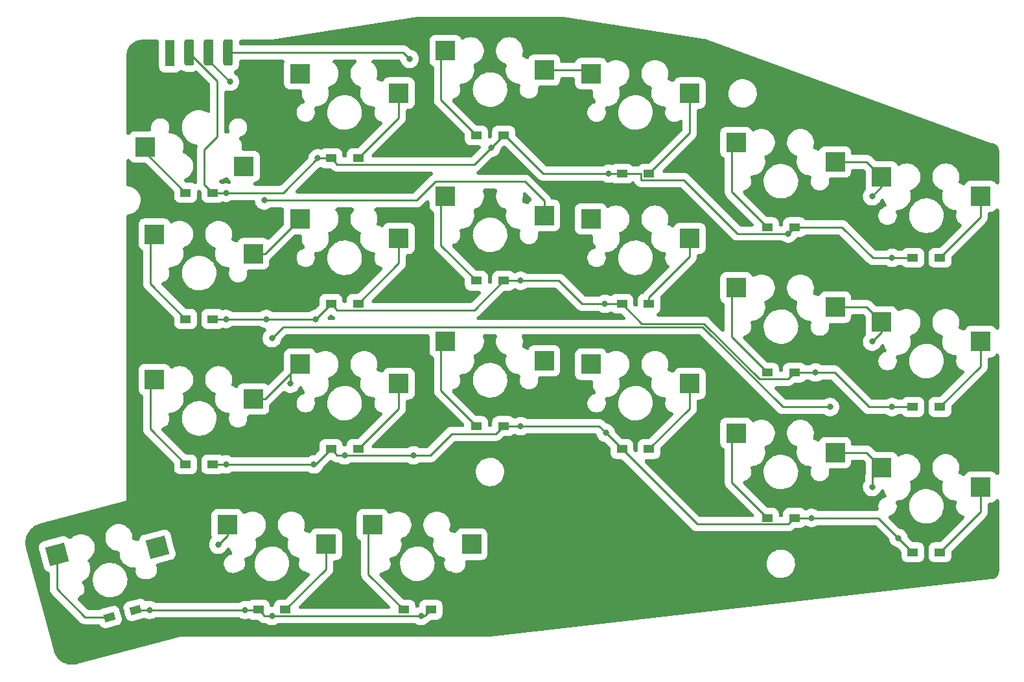
<source format=gtl>
%TF.GenerationSoftware,KiCad,Pcbnew,7.0.2-0*%
%TF.CreationDate,2023-05-11T11:12:18+08:00*%
%TF.ProjectId,Input,496e7075-742e-46b6-9963-61645f706362,1*%
%TF.SameCoordinates,PX7bfa480PY6052340*%
%TF.FileFunction,Copper,L1,Top*%
%TF.FilePolarity,Positive*%
%FSLAX46Y46*%
G04 Gerber Fmt 4.6, Leading zero omitted, Abs format (unit mm)*
G04 Created by KiCad (PCBNEW 7.0.2-0) date 2023-05-11 11:12:18*
%MOMM*%
%LPD*%
G01*
G04 APERTURE LIST*
G04 Aperture macros list*
%AMRoundRect*
0 Rectangle with rounded corners*
0 $1 Rounding radius*
0 $2 $3 $4 $5 $6 $7 $8 $9 X,Y pos of 4 corners*
0 Add a 4 corners polygon primitive as box body*
4,1,4,$2,$3,$4,$5,$6,$7,$8,$9,$2,$3,0*
0 Add four circle primitives for the rounded corners*
1,1,$1+$1,$2,$3*
1,1,$1+$1,$4,$5*
1,1,$1+$1,$6,$7*
1,1,$1+$1,$8,$9*
0 Add four rect primitives between the rounded corners*
20,1,$1+$1,$2,$3,$4,$5,0*
20,1,$1+$1,$4,$5,$6,$7,0*
20,1,$1+$1,$6,$7,$8,$9,0*
20,1,$1+$1,$8,$9,$2,$3,0*%
%AMRotRect*
0 Rectangle, with rotation*
0 The origin of the aperture is its center*
0 $1 length*
0 $2 width*
0 $3 Rotation angle, in degrees counterclockwise*
0 Add horizontal line*
21,1,$1,$2,0,0,$3*%
G04 Aperture macros list end*
%TA.AperFunction,SMDPad,CuDef*%
%ADD10R,2.550000X2.500000*%
%TD*%
%TA.AperFunction,SMDPad,CuDef*%
%ADD11R,1.400000X1.000000*%
%TD*%
%TA.AperFunction,SMDPad,CuDef*%
%ADD12RotRect,1.400000X1.000000X15.000000*%
%TD*%
%TA.AperFunction,ConnectorPad*%
%ADD13R,1.270000X3.429000*%
%TD*%
%TA.AperFunction,ConnectorPad*%
%ADD14RoundRect,0.317500X-0.317500X-1.397000X0.317500X-1.397000X0.317500X1.397000X-0.317500X1.397000X0*%
%TD*%
%TA.AperFunction,SMDPad,CuDef*%
%ADD15RotRect,2.550000X2.500000X195.000000*%
%TD*%
%TA.AperFunction,ViaPad*%
%ADD16C,0.800000*%
%TD*%
%TA.AperFunction,Conductor*%
%ADD17C,0.250000*%
%TD*%
G04 APERTURE END LIST*
D10*
%TO.P,SW17,1,1*%
%TO.N,C12*%
X13158000Y26080000D03*
%TO.P,SW17,2,2*%
%TO.N,Net-(D17-A)*%
X26085000Y23540000D03*
%TD*%
%TO.P,SW29,1,1*%
%TO.N,C12*%
X13158000Y7080000D03*
%TO.P,SW29,2,2*%
%TO.N,Net-(D29-A)*%
X26085000Y4540000D03*
%TD*%
D11*
%TO.P,D27,1,K*%
%TO.N,Row 3*%
X55225000Y-4000000D03*
%TO.P,D27,2,A*%
%TO.N,Net-(D27-A)*%
X58775000Y-4000000D03*
%TD*%
%TO.P,D18,1,K*%
%TO.N,Net-(D18-K)*%
X-1775000Y10500000D03*
%TO.P,D18,2,A*%
%TO.N,Row 2*%
X1775000Y10500000D03*
%TD*%
%TO.P,D21,1,K*%
%TO.N,Row 2*%
X39775000Y18000000D03*
%TO.P,D21,2,A*%
%TO.N,Net-(D21-A)*%
X36225000Y18000000D03*
%TD*%
D10*
%TO.P,SW15,1,1*%
%TO.N,C34*%
X51158000Y26080000D03*
%TO.P,SW15,2,2*%
%TO.N,Net-(D15-A)*%
X64085000Y23540000D03*
%TD*%
D11*
%TO.P,D15,1,K*%
%TO.N,Row 2*%
X55225000Y13000000D03*
%TO.P,D15,2,A*%
%TO.N,Net-(D15-A)*%
X58775000Y13000000D03*
%TD*%
%TO.P,D37,1,K*%
%TO.N,Row 4*%
X93225000Y-36500000D03*
%TO.P,D37,2,A*%
%TO.N,Net-(D37-A)*%
X96775000Y-36500000D03*
%TD*%
%TO.P,D52,1,K*%
%TO.N,Net-(D52-K)*%
X26725016Y-44000000D03*
%TO.P,D52,2,A*%
%TO.N,Row 5*%
X30275016Y-44000000D03*
%TD*%
D10*
%TO.P,SW26,1,1*%
%TO.N,Net-(D26-K)*%
X70158000Y-1920000D03*
%TO.P,SW26,2,2*%
%TO.N,C56*%
X83085000Y-4460000D03*
%TD*%
%TO.P,SW21,1,1*%
%TO.N,Net-(D21-A)*%
X32158000Y29080000D03*
%TO.P,SW21,2,2*%
%TO.N,C34*%
X45085000Y26540000D03*
%TD*%
%TO.P,SW38,1,1*%
%TO.N,Net-(D38-K)*%
X70158000Y-20920000D03*
%TO.P,SW38,2,2*%
%TO.N,C56*%
X83085000Y-23460000D03*
%TD*%
D12*
%TO.P,D54,1,K*%
%TO.N,Net-(D54-K)*%
X-11714518Y-44959404D03*
%TO.P,D54,2,A*%
%TO.N,Row 5*%
X-8285482Y-44040596D03*
%TD*%
D10*
%TO.P,SW27,1,1*%
%TO.N,C34*%
X51158000Y7080000D03*
%TO.P,SW27,2,2*%
%TO.N,Net-(D27-A)*%
X64085000Y4540000D03*
%TD*%
D11*
%TO.P,D53,1,K*%
%TO.N,Row 5*%
X7725000Y-44000000D03*
%TO.P,D53,2,A*%
%TO.N,Net-(D53-A)*%
X11275000Y-44000000D03*
%TD*%
%TO.P,D39,1,K*%
%TO.N,Row 4*%
X55225000Y-23000000D03*
%TO.P,D39,2,A*%
%TO.N,Net-(D39-A)*%
X58775000Y-23000000D03*
%TD*%
D10*
%TO.P,SW52,1,1*%
%TO.N,Net-(D52-K)*%
X22658000Y-32920000D03*
%TO.P,SW52,2,2*%
%TO.N,C34*%
X35585000Y-35460000D03*
%TD*%
D11*
%TO.P,D42,1,K*%
%TO.N,Net-(D42-K)*%
X-1775000Y-25000000D03*
%TO.P,D42,2,A*%
%TO.N,Row 4*%
X1775000Y-25000000D03*
%TD*%
%TO.P,D30,1,K*%
%TO.N,Net-(D30-K)*%
X-1775000Y-6000000D03*
%TO.P,D30,2,A*%
%TO.N,Row 3*%
X1775000Y-6000000D03*
%TD*%
D10*
%TO.P,SW13,1,1*%
%TO.N,C56*%
X89158000Y12580000D03*
%TO.P,SW13,2,2*%
%TO.N,Net-(D13-A)*%
X102085000Y10040000D03*
%TD*%
D11*
%TO.P,D28,1,K*%
%TO.N,Net-(D28-K)*%
X36225000Y-1000000D03*
%TO.P,D28,2,A*%
%TO.N,Row 3*%
X39775000Y-1000000D03*
%TD*%
D10*
%TO.P,SW28,1,1*%
%TO.N,Net-(D28-K)*%
X32158000Y10080000D03*
%TO.P,SW28,2,2*%
%TO.N,C34*%
X45085000Y7540000D03*
%TD*%
D11*
%TO.P,D13,1,K*%
%TO.N,Row 2*%
X93225000Y2000000D03*
%TO.P,D13,2,A*%
%TO.N,Net-(D13-A)*%
X96775000Y2000000D03*
%TD*%
D10*
%TO.P,SW42,1,1*%
%TO.N,Net-(D42-K)*%
X-5842000Y-13920000D03*
%TO.P,SW42,2,2*%
%TO.N,C12*%
X7085000Y-16460000D03*
%TD*%
%TO.P,SW14,1,1*%
%TO.N,Net-(D14-K)*%
X70158000Y17080000D03*
%TO.P,SW14,2,2*%
%TO.N,C56*%
X83085000Y14540000D03*
%TD*%
%TO.P,SW30,1,1*%
%TO.N,Net-(D30-K)*%
X-5842000Y5080000D03*
%TO.P,SW30,2,2*%
%TO.N,C12*%
X7085000Y2540000D03*
%TD*%
D13*
%TO.P,J1,1,Pin_1*%
%TO.N,unconnected-(J1-Pin_1-Pad1)*%
X-3810000Y28722000D03*
D14*
%TO.P,J1,3,Pin_3*%
%TO.N,Row 2*%
X-1270000Y28849000D03*
%TO.P,J1,5,Pin_5*%
%TO.N,Row 3*%
X1270000Y28849000D03*
%TO.P,J1,7,Pin_7*%
%TO.N,Row 4*%
X3810000Y28849000D03*
%TD*%
D11*
%TO.P,D26,1,K*%
%TO.N,Net-(D26-K)*%
X74225000Y-13000000D03*
%TO.P,D26,2,A*%
%TO.N,Row 3*%
X77775000Y-13000000D03*
%TD*%
D10*
%TO.P,SW53,1,1*%
%TO.N,C12*%
X3658000Y-32920000D03*
%TO.P,SW53,2,2*%
%TO.N,Net-(D53-A)*%
X16585000Y-35460000D03*
%TD*%
%TO.P,SW18,1,1*%
%TO.N,C12*%
X5842000Y13960000D03*
%TO.P,SW18,2,2*%
%TO.N,Net-(D18-K)*%
X-7085000Y16500000D03*
%TD*%
%TO.P,SW40,1,1*%
%TO.N,Net-(D40-K)*%
X32158000Y-8920000D03*
%TO.P,SW40,2,2*%
%TO.N,C34*%
X45085000Y-11460000D03*
%TD*%
%TO.P,SW41,1,1*%
%TO.N,C12*%
X13158000Y-11920000D03*
%TO.P,SW41,2,2*%
%TO.N,Net-(D41-A)*%
X26085000Y-14460000D03*
%TD*%
D11*
%TO.P,D14,1,K*%
%TO.N,Net-(D14-K)*%
X74225000Y6000000D03*
%TO.P,D14,2,A*%
%TO.N,Row 2*%
X77775000Y6000000D03*
%TD*%
%TO.P,D17,1,K*%
%TO.N,Row 2*%
X17225000Y15000000D03*
%TO.P,D17,2,A*%
%TO.N,Net-(D17-A)*%
X20775000Y15000000D03*
%TD*%
D10*
%TO.P,SW39,1,1*%
%TO.N,C34*%
X51158000Y-11920000D03*
%TO.P,SW39,2,2*%
%TO.N,Net-(D39-A)*%
X64085000Y-14460000D03*
%TD*%
D11*
%TO.P,D40,1,K*%
%TO.N,Net-(D40-K)*%
X36225000Y-20000000D03*
%TO.P,D40,2,A*%
%TO.N,Row 4*%
X39775000Y-20000000D03*
%TD*%
D10*
%TO.P,SW25,1,1*%
%TO.N,C56*%
X89158000Y-6420000D03*
%TO.P,SW25,2,2*%
%TO.N,Net-(D25-A)*%
X102085000Y-8960000D03*
%TD*%
D11*
%TO.P,D29,1,K*%
%TO.N,Row 3*%
X17225000Y-4000000D03*
%TO.P,D29,2,A*%
%TO.N,Net-(D29-A)*%
X20775000Y-4000000D03*
%TD*%
%TO.P,D25,1,K*%
%TO.N,Row 3*%
X93225000Y-17500000D03*
%TO.P,D25,2,A*%
%TO.N,Net-(D25-A)*%
X96775000Y-17500000D03*
%TD*%
D15*
%TO.P,SW54,1,1*%
%TO.N,Net-(D54-K)*%
X-18592835Y-36740218D03*
%TO.P,SW54,2,2*%
%TO.N,C12*%
X-5448912Y-35847915D03*
%TD*%
D10*
%TO.P,SW37,1,1*%
%TO.N,C56*%
X89158000Y-25420000D03*
%TO.P,SW37,2,2*%
%TO.N,Net-(D37-A)*%
X102085000Y-27960000D03*
%TD*%
D11*
%TO.P,D38,1,K*%
%TO.N,Net-(D38-K)*%
X74225000Y-32000000D03*
%TO.P,D38,2,A*%
%TO.N,Row 4*%
X77775000Y-32000000D03*
%TD*%
%TO.P,D41,1,K*%
%TO.N,Row 4*%
X17225000Y-23000000D03*
%TO.P,D41,2,A*%
%TO.N,Net-(D41-A)*%
X20775000Y-23000000D03*
%TD*%
D16*
%TO.N,Row 2*%
X15500000Y15000000D03*
X3500000Y10500000D03*
X76950000Y5175000D03*
X90500000Y2000000D03*
X38137500Y16362500D03*
X53500000Y13000000D03*
%TO.N,C12*%
X7085000Y2540000D03*
X5842000Y13920000D03*
X-5563134Y-35460000D03*
X2500000Y-35500000D03*
X7085000Y-16460000D03*
X11915000Y-14460000D03*
X13158000Y7080000D03*
X13158000Y26080000D03*
%TO.N,C34*%
X45085000Y-11460000D03*
X51158000Y-11920000D03*
X35585000Y-35460000D03*
X51158000Y7080000D03*
X45085000Y7540000D03*
X8500000Y9500000D03*
X51158000Y26080000D03*
X45085000Y26540000D03*
%TO.N,C56*%
X83085000Y14540000D03*
X87915000Y10040000D03*
X82405000Y-17500000D03*
X83085000Y-23460000D03*
X83085000Y-4460000D03*
X87915000Y-27960000D03*
X87915000Y-8960000D03*
X9500000Y-8500000D03*
%TO.N,Row 3*%
X4012299Y25012299D03*
X3500000Y-6000000D03*
X90500000Y-17500000D03*
X15225000Y-6000000D03*
X53000000Y-4000000D03*
X42000000Y-1000000D03*
X80500000Y-13000000D03*
X8775001Y-6000000D03*
%TO.N,Row 4*%
X3500000Y-25000000D03*
X91362500Y-34637500D03*
X27500000Y28000000D03*
X28000000Y-23825000D03*
X19000000Y-23825000D03*
X53112500Y-20887500D03*
X42000000Y-20000000D03*
X80000000Y-32000000D03*
X15000000Y-25000000D03*
%TO.N,Row 5*%
X9500000Y-44825000D03*
X29000000Y-44825000D03*
X-6500000Y-44040596D03*
X6000000Y-44040596D03*
%TD*%
D17*
%TO.N,Net-(D13-A)*%
X102085000Y7310000D02*
X96775000Y2000000D01*
X102085000Y10040000D02*
X102085000Y7310000D01*
%TO.N,Net-(D14-K)*%
X69595000Y10630000D02*
X74225000Y6000000D01*
X69595000Y16517000D02*
X69595000Y10630000D01*
%TO.N,Row 2*%
X53500000Y13000000D02*
X55225000Y13000000D01*
X18050000Y14175000D02*
X35950000Y14175000D01*
X3500000Y10500000D02*
X11000000Y10500000D01*
X-1270000Y28765868D02*
X2375000Y25120868D01*
X63325000Y12175000D02*
X70325000Y5175000D01*
X44975000Y13000000D02*
X53500000Y13000000D01*
X39975000Y18000000D02*
X44975000Y13000000D01*
X2375000Y25120868D02*
X2375000Y17875000D01*
X1775000Y10500000D02*
X3500000Y10500000D01*
X76950000Y5175000D02*
X77775000Y6000000D01*
X11000000Y10500000D02*
X15500000Y15000000D01*
X57750000Y13000000D02*
X57750000Y12175000D01*
X55225000Y13000000D02*
X57750000Y13000000D01*
X38137500Y16362500D02*
X39775000Y18000000D01*
X15500000Y15000000D02*
X17225000Y15000000D01*
X665000Y16165000D02*
X665000Y11610000D01*
X17225000Y15000000D02*
X18050000Y14175000D01*
X665000Y11610000D02*
X1775000Y10500000D01*
X90500000Y2000000D02*
X93225000Y2000000D01*
X84000000Y6000000D02*
X88000000Y2000000D01*
X35950000Y14175000D02*
X38137500Y16362500D01*
X57750000Y12175000D02*
X63325000Y12175000D01*
X2375000Y17875000D02*
X665000Y16165000D01*
X77775000Y6000000D02*
X84000000Y6000000D01*
X70325000Y5175000D02*
X76950000Y5175000D01*
X88000000Y2000000D02*
X90500000Y2000000D01*
%TO.N,Net-(D15-A)*%
X64085000Y23540000D02*
X64085000Y18310000D01*
X64085000Y18310000D02*
X58775000Y13000000D01*
%TO.N,Net-(D17-A)*%
X26085000Y20310000D02*
X20775000Y15000000D01*
X26085000Y23540000D02*
X26085000Y20310000D01*
%TO.N,Net-(D18-K)*%
X-7085000Y15810000D02*
X-1775000Y10500000D01*
%TO.N,Net-(D21-A)*%
X31595000Y28517000D02*
X31595000Y22630000D01*
X31595000Y22630000D02*
X36225000Y18000000D01*
%TO.N,C12*%
X8618000Y2540000D02*
X13158000Y7080000D01*
X3658000Y-34342000D02*
X2500000Y-35500000D01*
X7085000Y2540000D02*
X8618000Y2540000D01*
X13158000Y-11920000D02*
X11915000Y-13163000D01*
X11915000Y-13163000D02*
X11915000Y-14460000D01*
X7085000Y-16460000D02*
X8618000Y-16460000D01*
X3658000Y-32920000D02*
X3658000Y-34342000D01*
X8618000Y-16460000D02*
X13158000Y-11920000D01*
%TO.N,C34*%
X28403000Y9500000D02*
X30858000Y11955000D01*
X45085000Y26540000D02*
X50698000Y26540000D01*
X45085000Y9415000D02*
X45085000Y7540000D01*
X42545000Y11955000D02*
X45085000Y9415000D01*
X30858000Y11955000D02*
X42545000Y11955000D01*
X8500000Y9500000D02*
X28403000Y9500000D01*
%TO.N,C56*%
X76239310Y-17500000D02*
X82405000Y-17500000D01*
X83085000Y14540000D02*
X87198000Y14540000D01*
X89158000Y-25420000D02*
X87915000Y-26663000D01*
X89158000Y11283000D02*
X87915000Y10040000D01*
X65784310Y-7045000D02*
X76239310Y-17500000D01*
X87198000Y14540000D02*
X89158000Y12580000D01*
X87198000Y-23460000D02*
X89158000Y-25420000D01*
X10955000Y-7045000D02*
X65784310Y-7045000D01*
X83085000Y-4460000D02*
X87198000Y-4460000D01*
X89158000Y-7717000D02*
X87915000Y-8960000D01*
X83085000Y-23460000D02*
X87198000Y-23460000D01*
X87198000Y-4460000D02*
X89158000Y-6420000D01*
X89158000Y-6420000D02*
X89158000Y-7717000D01*
X89158000Y12580000D02*
X89158000Y11283000D01*
X87915000Y-26663000D02*
X87915000Y-27960000D01*
X9500000Y-8500000D02*
X10955000Y-7045000D01*
%TO.N,Row 3*%
X55225000Y-4000000D02*
X57820499Y-6595499D01*
X15225000Y-6000000D02*
X17225000Y-4000000D01*
X73200000Y-13825000D02*
X76950000Y-13825000D01*
X50000000Y-4000000D02*
X55225000Y-4000000D01*
X76950000Y-13825000D02*
X77775000Y-13000000D01*
X17225000Y-4000000D02*
X18050000Y-4825000D01*
X39775000Y-1000000D02*
X42000000Y-1000000D01*
X1775000Y-6000000D02*
X3500000Y-6000000D01*
X87500000Y-17500000D02*
X90500000Y-17500000D01*
X42000000Y-1000000D02*
X47000000Y-1000000D01*
X1270000Y28849000D02*
X1270000Y27754598D01*
X57820499Y-6595499D02*
X65970499Y-6595499D01*
X83000000Y-13000000D02*
X87500000Y-17500000D01*
X1270000Y27754598D02*
X4012299Y25012299D01*
X3500000Y-6000000D02*
X15225000Y-6000000D01*
X65970499Y-6595499D02*
X73200000Y-13825000D01*
X47000000Y-1000000D02*
X50000000Y-4000000D01*
X35950000Y-4825000D02*
X39775000Y-1000000D01*
X80500000Y-13000000D02*
X83000000Y-13000000D01*
X77775000Y-13000000D02*
X80500000Y-13000000D01*
X90500000Y-17500000D02*
X93225000Y-17500000D01*
X18050000Y-4825000D02*
X35950000Y-4825000D01*
%TO.N,Row 4*%
X91362500Y-34637500D02*
X93225000Y-36500000D01*
X15000000Y-25000000D02*
X15225000Y-25000000D01*
X17225000Y-23000000D02*
X18050000Y-23825000D01*
X42000000Y-20000000D02*
X52225000Y-20000000D01*
X39775000Y-20000000D02*
X42000000Y-20000000D01*
X3810000Y28849000D02*
X26651000Y28849000D01*
X76950000Y-32825000D02*
X77775000Y-32000000D01*
X19000000Y-23825000D02*
X28000000Y-23825000D01*
X33000000Y-21000000D02*
X38775000Y-21000000D01*
X88725000Y-32000000D02*
X91362500Y-34637500D01*
X55225000Y-23000000D02*
X65050000Y-32825000D01*
X30175000Y-23825000D02*
X33000000Y-21000000D01*
X53112500Y-20887500D02*
X55225000Y-23000000D01*
X26651000Y28849000D02*
X27500000Y28000000D01*
X38775000Y-21000000D02*
X39775000Y-20000000D01*
X52225000Y-20000000D02*
X53112500Y-20887500D01*
X65050000Y-32825000D02*
X76950000Y-32825000D01*
X77775000Y-32000000D02*
X80000000Y-32000000D01*
X80000000Y-32000000D02*
X88725000Y-32000000D01*
X1775000Y-25000000D02*
X15000000Y-25000000D01*
X18050000Y-23825000D02*
X19000000Y-23825000D01*
X15225000Y-25000000D02*
X17225000Y-23000000D01*
X28000000Y-23825000D02*
X30175000Y-23825000D01*
%TO.N,Row 5*%
X-8285482Y-44040596D02*
X-6500000Y-44040596D01*
X8550000Y-44825000D02*
X9500000Y-44825000D01*
X29000000Y-44825000D02*
X29450016Y-44825000D01*
X29450016Y-44825000D02*
X30275016Y-44000000D01*
X-6500000Y-44040596D02*
X6000000Y-44040596D01*
X6000000Y-44040596D02*
X7684404Y-44040596D01*
X9500000Y-44825000D02*
X29000000Y-44825000D01*
X7725000Y-44000000D02*
X8550000Y-44825000D01*
%TO.N,Net-(D25-A)*%
X102085000Y-8960000D02*
X102085000Y-12190000D01*
X102085000Y-12190000D02*
X96775000Y-17500000D01*
%TO.N,Net-(D26-K)*%
X69595000Y-2483000D02*
X69595000Y-8370000D01*
X69595000Y-8370000D02*
X74225000Y-13000000D01*
%TO.N,Net-(D27-A)*%
X58775000Y-3178833D02*
X58775000Y-4000000D01*
X64085000Y4540000D02*
X64085000Y2131167D01*
X64085000Y2131167D02*
X58775000Y-3178833D01*
%TO.N,Net-(D28-K)*%
X31595000Y3630000D02*
X36225000Y-1000000D01*
X31595000Y9517000D02*
X31595000Y3630000D01*
%TO.N,Net-(D29-A)*%
X26085000Y1310000D02*
X20775000Y-4000000D01*
X26085000Y4540000D02*
X26085000Y1310000D01*
%TO.N,Net-(D30-K)*%
X-6405000Y-1370000D02*
X-1775000Y-6000000D01*
X-6405000Y4517000D02*
X-6405000Y-1370000D01*
%TO.N,Net-(D37-A)*%
X102085000Y-27960000D02*
X102085000Y-31190000D01*
X102085000Y-31190000D02*
X96775000Y-36500000D01*
%TO.N,Net-(D38-K)*%
X69595000Y-27370000D02*
X74225000Y-32000000D01*
X69595000Y-21483000D02*
X69595000Y-27370000D01*
%TO.N,Net-(D39-A)*%
X64085000Y-14460000D02*
X64085000Y-17690000D01*
X64085000Y-17690000D02*
X58775000Y-23000000D01*
%TO.N,Net-(D40-K)*%
X31595000Y-9483000D02*
X31595000Y-15370000D01*
X31595000Y-15370000D02*
X36225000Y-20000000D01*
%TO.N,Net-(D41-A)*%
X26085000Y-17690000D02*
X20775000Y-23000000D01*
X26085000Y-14460000D02*
X26085000Y-17690000D01*
%TO.N,Net-(D42-K)*%
X-6405000Y-14483000D02*
X-6405000Y-20370000D01*
X-6405000Y-20370000D02*
X-1775000Y-25000000D01*
%TO.N,Net-(D52-K)*%
X22095000Y-33483000D02*
X22095000Y-39369984D01*
X22095000Y-39369984D02*
X26725016Y-44000000D01*
%TO.N,Net-(D53-A)*%
X16585000Y-35460000D02*
X16585000Y-38690000D01*
X16585000Y-38690000D02*
X11275000Y-44000000D01*
%TO.N,Net-(D54-K)*%
X-18592835Y-41272898D02*
X-14906329Y-44959404D01*
X-18592835Y-36740218D02*
X-18592835Y-41272898D01*
X-14906329Y-44959404D02*
X-11714518Y-44959404D01*
%TD*%
%TA.AperFunction,NonConductor*%
G36*
X3673976Y12509188D02*
G01*
X3761112Y12466217D01*
X3825171Y12393173D01*
X3837354Y12366615D01*
X3937181Y12207742D01*
X3937184Y12207738D01*
X4064738Y12080184D01*
X4064740Y12080183D01*
X4067397Y12077526D01*
X4121373Y11996744D01*
X4140327Y11901456D01*
X4121373Y11806168D01*
X4067397Y11725386D01*
X3986615Y11671410D01*
X3891327Y11652456D01*
X3845573Y11656696D01*
X3611244Y11700500D01*
X3611243Y11700500D01*
X3388757Y11700500D01*
X3388756Y11700500D01*
X3170058Y11659619D01*
X3138022Y11647208D01*
X3042322Y11630462D01*
X2947497Y11651613D01*
X2915601Y11668561D01*
X2824523Y11725789D01*
X2769218Y11745141D01*
X2685537Y11794503D01*
X2627116Y11872131D01*
X2602849Y11966206D01*
X2616430Y12062407D01*
X2665792Y12146088D01*
X2743420Y12204509D01*
X2796050Y12222925D01*
X2801626Y12224198D01*
X2801630Y12224198D01*
X3057416Y12282580D01*
X3301643Y12378432D01*
X3485036Y12484315D01*
X3577029Y12515542D01*
X3673976Y12509188D01*
G37*
%TD.AperFunction*%
%TA.AperFunction,NonConductor*%
G36*
X16052493Y13848393D02*
G01*
X16084391Y13831445D01*
X16175478Y13774211D01*
X16345745Y13714632D01*
X16480046Y13699500D01*
X17113505Y13699500D01*
X17208793Y13680546D01*
X17289575Y13626570D01*
X17330213Y13585932D01*
X17355588Y13556220D01*
X17358430Y13552308D01*
X17407860Y13507801D01*
X17417317Y13498828D01*
X17429870Y13486275D01*
X17434933Y13482175D01*
X17434949Y13482161D01*
X17443658Y13475109D01*
X17453569Y13466644D01*
X17503007Y13422130D01*
X17507205Y13419706D01*
X17539400Y13397579D01*
X17543154Y13394539D01*
X17543156Y13394538D01*
X17543160Y13394535D01*
X17602436Y13364332D01*
X17613861Y13358129D01*
X17671492Y13324856D01*
X17676096Y13323360D01*
X17712177Y13308416D01*
X17716503Y13306212D01*
X17780789Y13288987D01*
X17793240Y13285298D01*
X17856517Y13264738D01*
X17856518Y13264738D01*
X17861314Y13264234D01*
X17899747Y13257112D01*
X17904422Y13255859D01*
X17970867Y13252378D01*
X17983856Y13251355D01*
X18001496Y13249500D01*
X18019232Y13249500D01*
X18032262Y13249159D01*
X18036651Y13248930D01*
X18098703Y13245677D01*
X18101650Y13246144D01*
X18103491Y13246435D01*
X18142438Y13249500D01*
X30319858Y13249500D01*
X30415146Y13230546D01*
X30495928Y13176570D01*
X30549904Y13095788D01*
X30568858Y13000500D01*
X30549904Y12905212D01*
X30495928Y12824430D01*
X30444346Y12784853D01*
X30421868Y12771877D01*
X30410430Y12765667D01*
X30351160Y12735466D01*
X30347388Y12732411D01*
X30315215Y12710300D01*
X30313247Y12709163D01*
X30311009Y12707871D01*
X30311007Y12707870D01*
X30311008Y12707870D01*
X30263447Y12665046D01*
X30261573Y12663359D01*
X30251675Y12654905D01*
X30242936Y12647829D01*
X30242920Y12647815D01*
X30237870Y12643725D01*
X30225305Y12631162D01*
X30215873Y12622211D01*
X30166428Y12577690D01*
X30163584Y12573775D01*
X30138216Y12544073D01*
X28092575Y10498430D01*
X28011793Y10444454D01*
X27916505Y10425500D01*
X12835495Y10425500D01*
X12740207Y10444454D01*
X12659425Y10498430D01*
X12605449Y10579212D01*
X12586495Y10674500D01*
X12605449Y10769788D01*
X12659425Y10850570D01*
X14104861Y12296006D01*
X15553172Y13744318D01*
X15633951Y13798291D01*
X15683480Y13813004D01*
X15829940Y13840382D01*
X15861973Y13852793D01*
X15957668Y13869541D01*
X16052493Y13848393D01*
G37*
%TD.AperFunction*%
%TA.AperFunction,NonConductor*%
G36*
X10986938Y27904546D02*
G01*
X11067720Y27850570D01*
X11121696Y27769788D01*
X11140650Y27674500D01*
X11126677Y27592261D01*
X11097631Y27509255D01*
X11083282Y27381900D01*
X11083281Y27381890D01*
X11082500Y27374954D01*
X11082500Y24785046D01*
X11083281Y24778111D01*
X11083282Y24778101D01*
X11097631Y24650746D01*
X11157210Y24480477D01*
X11253181Y24327742D01*
X11253184Y24327738D01*
X11380738Y24200184D01*
X11380740Y24200183D01*
X11380741Y24200182D01*
X11533476Y24104211D01*
X11639669Y24067053D01*
X11703745Y24044632D01*
X11838046Y24029500D01*
X13204165Y24029500D01*
X13299453Y24010546D01*
X13380235Y23956570D01*
X13434211Y23875788D01*
X13453165Y23780500D01*
X13450384Y23743396D01*
X13444286Y23702933D01*
X13439500Y23671180D01*
X13439500Y23408820D01*
X13478603Y23149387D01*
X13555938Y22898674D01*
X13669771Y22662297D01*
X13752416Y22541080D01*
X13790434Y22451672D01*
X13791342Y22354522D01*
X13755004Y22264418D01*
X13686950Y22195080D01*
X13614826Y22161319D01*
X13484471Y22124230D01*
X13285313Y22025060D01*
X13107762Y21890981D01*
X12957875Y21726563D01*
X12840754Y21537405D01*
X12835127Y21522879D01*
X12760382Y21329940D01*
X12719500Y21111243D01*
X12719500Y20888757D01*
X12760382Y20670060D01*
X12830910Y20488006D01*
X12840754Y20462596D01*
X12957875Y20273438D01*
X13107762Y20109020D01*
X13176117Y20057401D01*
X13285311Y19974942D01*
X13285312Y19974942D01*
X13285313Y19974941D01*
X13484467Y19875773D01*
X13484469Y19875773D01*
X13484472Y19875771D01*
X13698464Y19814885D01*
X13864497Y19799500D01*
X13870241Y19799500D01*
X13969759Y19799500D01*
X13975503Y19799500D01*
X14141536Y19814885D01*
X14355528Y19875771D01*
X14554689Y19974942D01*
X14732236Y20109019D01*
X14882124Y20273438D01*
X14999247Y20462599D01*
X15079618Y20670060D01*
X15120500Y20888757D01*
X15120500Y20924631D01*
X16745723Y20924631D01*
X16746554Y20916364D01*
X16746555Y20916355D01*
X16775049Y20633115D01*
X16775882Y20624838D01*
X16777808Y20616755D01*
X16777810Y20616745D01*
X16833553Y20382841D01*
X16845731Y20331739D01*
X16848720Y20323977D01*
X16848723Y20323969D01*
X16897511Y20197295D01*
X16954023Y20050566D01*
X16958019Y20043273D01*
X16958022Y20043268D01*
X17094824Y19793635D01*
X17094827Y19793630D01*
X17098825Y19786335D01*
X17277554Y19543762D01*
X17283334Y19537786D01*
X17283337Y19537782D01*
X17442287Y19373430D01*
X17487020Y19327176D01*
X17493555Y19322016D01*
X17493561Y19322010D01*
X17575315Y19257450D01*
X17723485Y19140442D01*
X17730643Y19136202D01*
X17730645Y19136201D01*
X17765818Y19115368D01*
X17982730Y18986891D01*
X18046581Y18959816D01*
X18252470Y18872511D01*
X18252473Y18872510D01*
X18260128Y18869264D01*
X18550729Y18789660D01*
X18849347Y18749500D01*
X18857677Y18749500D01*
X19071082Y18749500D01*
X19075244Y18749500D01*
X19300634Y18764588D01*
X19595903Y18824604D01*
X19880537Y18923440D01*
X20149459Y19059332D01*
X20397869Y19229856D01*
X20621333Y19431968D01*
X20815865Y19662061D01*
X20977993Y19916030D01*
X21104823Y20189342D01*
X21194093Y20477121D01*
X21244209Y20774230D01*
X21254277Y21075369D01*
X21224118Y21375162D01*
X21154269Y21668261D01*
X21045977Y21949434D01*
X20961178Y22104173D01*
X20905175Y22206366D01*
X20905174Y22206367D01*
X20901175Y22213665D01*
X20722446Y22456238D01*
X20695192Y22484418D01*
X20518772Y22666835D01*
X20512980Y22672824D01*
X20506445Y22677985D01*
X20506438Y22677991D01*
X20283050Y22854397D01*
X20276515Y22859558D01*
X20269359Y22863797D01*
X20269354Y22863800D01*
X20024424Y23008872D01*
X20024420Y23008874D01*
X20017270Y23013109D01*
X20009613Y23016356D01*
X19747529Y23127490D01*
X19747517Y23127494D01*
X19739872Y23130736D01*
X19731857Y23132932D01*
X19731850Y23132934D01*
X19457294Y23208143D01*
X19457283Y23208146D01*
X19449271Y23210340D01*
X19441031Y23211449D01*
X19441022Y23211450D01*
X19158910Y23249390D01*
X19158903Y23249391D01*
X19150653Y23250500D01*
X18924756Y23250500D01*
X18920633Y23250224D01*
X18920603Y23250223D01*
X18707676Y23235969D01*
X18707665Y23235968D01*
X18699366Y23235412D01*
X18691213Y23233755D01*
X18691199Y23233753D01*
X18412264Y23177057D01*
X18412250Y23177054D01*
X18404097Y23175396D01*
X18396243Y23172670D01*
X18396229Y23172665D01*
X18127329Y23079292D01*
X18127320Y23079289D01*
X18119463Y23076560D01*
X18112032Y23072806D01*
X18112025Y23072802D01*
X17857973Y22944424D01*
X17857967Y22944421D01*
X17850541Y22940668D01*
X17843690Y22935966D01*
X17843678Y22935958D01*
X17608994Y22774856D01*
X17608986Y22774850D01*
X17602131Y22770144D01*
X17595964Y22764567D01*
X17595956Y22764560D01*
X17384839Y22573615D01*
X17384833Y22573610D01*
X17378667Y22568032D01*
X17373302Y22561687D01*
X17373293Y22561677D01*
X17189506Y22344293D01*
X17189499Y22344284D01*
X17184135Y22337939D01*
X17179663Y22330935D01*
X17179658Y22330927D01*
X17026482Y22090981D01*
X17026477Y22090974D01*
X17022007Y22083970D01*
X17018513Y22076442D01*
X17018506Y22076428D01*
X16898679Y21818206D01*
X16898675Y21818198D01*
X16895177Y21810658D01*
X16892711Y21802710D01*
X16892710Y21802706D01*
X16851005Y21668261D01*
X16805907Y21522879D01*
X16804525Y21514691D01*
X16804523Y21514679D01*
X16757176Y21233982D01*
X16755791Y21225770D01*
X16755513Y21217463D01*
X16755512Y21217450D01*
X16748903Y21019742D01*
X16745723Y20924631D01*
X15120500Y20924631D01*
X15120500Y21111243D01*
X15079618Y21329940D01*
X15032754Y21450909D01*
X15016007Y21546605D01*
X15037157Y21641430D01*
X15092985Y21720943D01*
X15174992Y21773040D01*
X15254774Y21789500D01*
X15255494Y21789500D01*
X15451630Y21804198D01*
X15707416Y21862580D01*
X15951643Y21958432D01*
X16178857Y22089614D01*
X16383981Y22253195D01*
X16562433Y22445521D01*
X16710228Y22662296D01*
X16824063Y22898677D01*
X16901396Y23149385D01*
X16940500Y23408818D01*
X16940500Y23671182D01*
X16901396Y23930615D01*
X16847843Y24104228D01*
X16837870Y24200868D01*
X16865637Y24293970D01*
X16926920Y24369359D01*
X16994809Y24409407D01*
X17221643Y24498432D01*
X17448857Y24629614D01*
X17653981Y24793195D01*
X17832433Y24985521D01*
X17980228Y25202296D01*
X18094063Y25438677D01*
X18171396Y25689385D01*
X18210500Y25948818D01*
X18210500Y26211182D01*
X18171396Y26470615D01*
X18094063Y26721323D01*
X17980228Y26957704D01*
X17925568Y27037876D01*
X17832434Y27174478D01*
X17653980Y27366806D01*
X17512260Y27479824D01*
X17449578Y27554054D01*
X17420075Y27646621D01*
X17428241Y27743432D01*
X17472833Y27829749D01*
X17547063Y27892431D01*
X17639630Y27921934D01*
X17667509Y27923500D01*
X20332491Y27923500D01*
X20427779Y27904546D01*
X20508561Y27850570D01*
X20562537Y27769788D01*
X20581491Y27674500D01*
X20562537Y27579212D01*
X20508561Y27498430D01*
X20487740Y27479824D01*
X20346019Y27366806D01*
X20167565Y27174478D01*
X20019771Y26957704D01*
X19905938Y26721327D01*
X19828603Y26470614D01*
X19808012Y26334001D01*
X19789500Y26211182D01*
X19789500Y25948818D01*
X19797058Y25898677D01*
X19828603Y25689387D01*
X19905938Y25438674D01*
X20019771Y25202297D01*
X20167565Y24985523D01*
X20209361Y24940478D01*
X20346019Y24793195D01*
X20551143Y24629614D01*
X20778357Y24498432D01*
X20811919Y24485260D01*
X21005187Y24409407D01*
X21086964Y24356951D01*
X21142441Y24277193D01*
X21163173Y24182276D01*
X21152155Y24104227D01*
X21098604Y23930617D01*
X21059500Y23671181D01*
X21059500Y23408820D01*
X21098603Y23149387D01*
X21175938Y22898674D01*
X21289771Y22662297D01*
X21437565Y22445523D01*
X21531493Y22344293D01*
X21616019Y22253195D01*
X21821143Y22089614D01*
X22048357Y21958432D01*
X22135915Y21924068D01*
X22292580Y21862581D01*
X22292583Y21862581D01*
X22292584Y21862580D01*
X22548370Y21804198D01*
X22744506Y21789500D01*
X22745109Y21789500D01*
X22838864Y21767184D01*
X22917575Y21710231D01*
X22968499Y21627492D01*
X22983885Y21531563D01*
X22967244Y21450906D01*
X22920382Y21329941D01*
X22884632Y21138694D01*
X22879500Y21111243D01*
X22879500Y20888757D01*
X22920382Y20670060D01*
X22990910Y20488006D01*
X23000754Y20462596D01*
X23117875Y20273438D01*
X23267762Y20109020D01*
X23336117Y20057401D01*
X23445311Y19974942D01*
X23644472Y19875771D01*
X23779895Y19837240D01*
X23866355Y19792935D01*
X23929281Y19718912D01*
X23959091Y19626444D01*
X23951245Y19529606D01*
X23906938Y19443142D01*
X23887820Y19421677D01*
X20839575Y16373430D01*
X20758793Y16319454D01*
X20663505Y16300500D01*
X20030046Y16300500D01*
X20023110Y16299719D01*
X20023100Y16299718D01*
X19895745Y16285369D01*
X19725476Y16225790D01*
X19572741Y16129819D01*
X19445181Y16002259D01*
X19349210Y15849524D01*
X19289631Y15679255D01*
X19275282Y15551900D01*
X19275281Y15551890D01*
X19274500Y15544954D01*
X19274500Y15537968D01*
X19274500Y15349500D01*
X19255546Y15254212D01*
X19201570Y15173430D01*
X19120788Y15119454D01*
X19025500Y15100500D01*
X18974500Y15100500D01*
X18879212Y15119454D01*
X18798430Y15173430D01*
X18744454Y15254212D01*
X18725500Y15349500D01*
X18725500Y15537968D01*
X18725500Y15544954D01*
X18710368Y15679255D01*
X18706304Y15690868D01*
X18650789Y15849524D01*
X18554818Y16002259D01*
X18554817Y16002260D01*
X18554816Y16002262D01*
X18427262Y16129816D01*
X18427259Y16129818D01*
X18427258Y16129819D01*
X18274523Y16225790D01*
X18104254Y16285369D01*
X17976899Y16299718D01*
X17976889Y16299719D01*
X17969954Y16300500D01*
X16480046Y16300500D01*
X16473110Y16299719D01*
X16473100Y16299718D01*
X16345745Y16285369D01*
X16175477Y16225790D01*
X16084397Y16168560D01*
X15993630Y16133913D01*
X15896513Y16136638D01*
X15861975Y16147209D01*
X15829942Y16159619D01*
X15611244Y16200500D01*
X15611243Y16200500D01*
X15388757Y16200500D01*
X15170060Y16159618D01*
X15071842Y16121568D01*
X14962595Y16079246D01*
X14773437Y15962125D01*
X14609019Y15812238D01*
X14474940Y15634687D01*
X14375770Y15435528D01*
X14314883Y15221536D01*
X14313191Y15203270D01*
X14285524Y15110138D01*
X14241324Y15050181D01*
X10689575Y11498430D01*
X10608793Y11444454D01*
X10513505Y11425500D01*
X7300190Y11425500D01*
X7204902Y11444454D01*
X7124120Y11498430D01*
X7070144Y11579212D01*
X7051190Y11674500D01*
X7070144Y11769788D01*
X7124120Y11850570D01*
X7204902Y11904546D01*
X7272311Y11921934D01*
X7286873Y11923575D01*
X7296255Y11924632D01*
X7415067Y11966206D01*
X7466523Y11984211D01*
X7598364Y12067053D01*
X7619262Y12080184D01*
X7746816Y12207738D01*
X7811873Y12311275D01*
X7842789Y12360477D01*
X7872578Y12445612D01*
X7902368Y12530745D01*
X7917500Y12665046D01*
X7917500Y15254954D01*
X7902368Y15389255D01*
X7887023Y15433109D01*
X7842789Y15559524D01*
X7746818Y15712259D01*
X7746817Y15712260D01*
X7746816Y15712262D01*
X7619262Y15839816D01*
X7619259Y15839818D01*
X7619258Y15839819D01*
X7466523Y15935790D01*
X7296254Y15995369D01*
X7168899Y16009718D01*
X7168889Y16009719D01*
X7161954Y16010500D01*
X7154968Y16010500D01*
X5795835Y16010500D01*
X5700547Y16029454D01*
X5619765Y16083430D01*
X5565789Y16164212D01*
X5546835Y16259500D01*
X5549615Y16296605D01*
X5560500Y16368818D01*
X5560500Y16631182D01*
X5521396Y16890615D01*
X5444063Y17141323D01*
X5330228Y17377704D01*
X5247581Y17498925D01*
X5209566Y17588328D01*
X5208657Y17685479D01*
X5244995Y17775582D01*
X5313048Y17844921D01*
X5385168Y17878681D01*
X5515528Y17915771D01*
X5714689Y18014942D01*
X5892236Y18149019D01*
X6042124Y18313438D01*
X6159247Y18502599D01*
X6239618Y18710060D01*
X6280500Y18928757D01*
X6280500Y19151243D01*
X6239618Y19369940D01*
X6159247Y19577401D01*
X6159245Y19577405D01*
X6042124Y19766563D01*
X5892237Y19930981D01*
X5760870Y20030184D01*
X5714689Y20065058D01*
X5714687Y20065059D01*
X5714686Y20065060D01*
X5515532Y20164228D01*
X5453790Y20181795D01*
X5301536Y20225115D01*
X5261940Y20228785D01*
X5141218Y20239971D01*
X5141205Y20239972D01*
X5135503Y20240500D01*
X5024497Y20240500D01*
X5018795Y20239972D01*
X5018781Y20239971D01*
X4878261Y20226950D01*
X4858464Y20225115D01*
X4772361Y20200617D01*
X4644467Y20164228D01*
X4445313Y20065060D01*
X4267762Y19930981D01*
X4117875Y19766563D01*
X4000754Y19577405D01*
X3987721Y19543762D01*
X3920382Y19369940D01*
X3879500Y19151243D01*
X3879500Y18928757D01*
X3898459Y18827336D01*
X3920382Y18710060D01*
X3967244Y18589095D01*
X3983992Y18493395D01*
X3962841Y18398570D01*
X3907013Y18319057D01*
X3825006Y18266961D01*
X3745243Y18250500D01*
X3744506Y18250500D01*
X3739863Y18250153D01*
X3739861Y18250152D01*
X3629038Y18241848D01*
X3568106Y18237282D01*
X3471669Y18249061D01*
X3387080Y18296850D01*
X3327218Y18373372D01*
X3301196Y18466978D01*
X3300500Y18485585D01*
X3300500Y23637120D01*
X3319454Y23732408D01*
X3373430Y23813190D01*
X3454212Y23867166D01*
X3549500Y23886120D01*
X3639444Y23869307D01*
X3682359Y23852681D01*
X3901056Y23811799D01*
X4123542Y23811799D01*
X4342239Y23852681D01*
X4549700Y23933052D01*
X4738861Y24050175D01*
X4883769Y24182276D01*
X4903279Y24200062D01*
X4922693Y24225770D01*
X5037357Y24377610D01*
X5136528Y24576771D01*
X5197414Y24790763D01*
X5217942Y25012299D01*
X5197414Y25233835D01*
X5136528Y25447827D01*
X5130074Y25460788D01*
X5037358Y25646986D01*
X5037357Y25646987D01*
X5037357Y25646988D01*
X4940796Y25774856D01*
X4903279Y25824537D01*
X4738864Y25974421D01*
X4738861Y25974423D01*
X4646496Y26031613D01*
X4575460Y26097889D01*
X4535193Y26186306D01*
X4531827Y26283403D01*
X4565874Y26374397D01*
X4632152Y26445435D01*
X4648884Y26454886D01*
X4665735Y26466292D01*
X4665737Y26466292D01*
X4842557Y26585967D01*
X4993533Y26736943D01*
X5113208Y26913763D01*
X5197257Y27110036D01*
X5242642Y27318668D01*
X5245500Y27366643D01*
X5245500Y27674501D01*
X5264454Y27769788D01*
X5318430Y27850570D01*
X5399212Y27904546D01*
X5494500Y27923500D01*
X10891650Y27923500D01*
X10986938Y27904546D01*
G37*
%TD.AperFunction*%
%TA.AperFunction,NonConductor*%
G36*
X-5399212Y30480546D02*
G01*
X-5318430Y30426570D01*
X-5264454Y30345788D01*
X-5245500Y30250501D01*
X-5245500Y26962546D01*
X-5244719Y26955611D01*
X-5244718Y26955601D01*
X-5230369Y26828246D01*
X-5170790Y26657977D01*
X-5074819Y26505242D01*
X-5074816Y26505238D01*
X-4947262Y26377684D01*
X-4947260Y26377683D01*
X-4947259Y26377682D01*
X-4794524Y26281711D01*
X-4657466Y26233753D01*
X-4624255Y26222132D01*
X-4489954Y26207000D01*
X-4482968Y26207000D01*
X-3137032Y26207000D01*
X-3130046Y26207000D01*
X-2995745Y26222132D01*
X-2910612Y26251922D01*
X-2825477Y26281711D01*
X-2717039Y26349849D01*
X-2672738Y26377684D01*
X-2545184Y26505238D01*
X-2545181Y26505242D01*
X-2544484Y26505939D01*
X-2463703Y26559916D01*
X-2368415Y26578870D01*
X-2273127Y26559916D01*
X-2228848Y26536079D01*
X-2184316Y26505939D01*
X-2125737Y26466292D01*
X-2002965Y26413718D01*
X-1929465Y26382243D01*
X-1877306Y26370897D01*
X-1720832Y26336858D01*
X-1672857Y26334000D01*
X-867144Y26334001D01*
X-819168Y26336858D01*
X-610536Y26382243D01*
X-474670Y26440425D01*
X-379620Y26460510D01*
X-284113Y26442693D01*
X-202695Y26389682D01*
X-200586Y26387599D01*
X1376572Y24810441D01*
X1430546Y24729662D01*
X1449500Y24634374D01*
X1449500Y21233982D01*
X1430546Y21138694D01*
X1376570Y21057912D01*
X1295788Y21003936D01*
X1200500Y20984982D01*
X1105212Y21003936D01*
X1073606Y21019742D01*
X1024432Y21048868D01*
X1024419Y21048875D01*
X1017270Y21053109D01*
X1009613Y21056356D01*
X747529Y21167490D01*
X747517Y21167494D01*
X739872Y21170736D01*
X731857Y21172932D01*
X731850Y21172934D01*
X457294Y21248143D01*
X457283Y21248146D01*
X449271Y21250340D01*
X441031Y21251449D01*
X441022Y21251450D01*
X158910Y21289390D01*
X158903Y21289391D01*
X150653Y21290500D01*
X-75244Y21290500D01*
X-79367Y21290224D01*
X-79397Y21290223D01*
X-292324Y21275969D01*
X-292335Y21275968D01*
X-300634Y21275412D01*
X-308787Y21273755D01*
X-308801Y21273753D01*
X-587736Y21217057D01*
X-587750Y21217054D01*
X-595903Y21215396D01*
X-603757Y21212670D01*
X-603771Y21212665D01*
X-872671Y21119292D01*
X-872680Y21119289D01*
X-880537Y21116560D01*
X-887968Y21112806D01*
X-887975Y21112802D01*
X-1142027Y20984424D01*
X-1142033Y20984421D01*
X-1149459Y20980668D01*
X-1156310Y20975966D01*
X-1156322Y20975958D01*
X-1391006Y20814856D01*
X-1391014Y20814850D01*
X-1397869Y20810144D01*
X-1404036Y20804567D01*
X-1404044Y20804560D01*
X-1615161Y20613615D01*
X-1615167Y20613610D01*
X-1621333Y20608032D01*
X-1626698Y20601687D01*
X-1626707Y20601677D01*
X-1810494Y20384293D01*
X-1810501Y20384284D01*
X-1815865Y20377939D01*
X-1820337Y20370935D01*
X-1820342Y20370927D01*
X-1973518Y20130981D01*
X-1973523Y20130974D01*
X-1977993Y20123970D01*
X-1981487Y20116442D01*
X-1981494Y20116428D01*
X-2101321Y19858206D01*
X-2101325Y19858198D01*
X-2104823Y19850658D01*
X-2107289Y19842710D01*
X-2107290Y19842706D01*
X-2165297Y19655708D01*
X-2194093Y19562879D01*
X-2195475Y19554691D01*
X-2195477Y19554679D01*
X-2217911Y19421677D01*
X-2244209Y19265770D01*
X-2244487Y19257463D01*
X-2244488Y19257450D01*
X-2253019Y19002262D01*
X-2254277Y18964631D01*
X-2253446Y18956364D01*
X-2253445Y18956355D01*
X-2224978Y18673387D01*
X-2224118Y18664838D01*
X-2222192Y18656755D01*
X-2222190Y18656745D01*
X-2156200Y18379841D01*
X-2154269Y18371739D01*
X-2151280Y18363977D01*
X-2151277Y18363969D01*
X-2101914Y18235802D01*
X-2045977Y18090566D01*
X-2041981Y18083273D01*
X-2041978Y18083268D01*
X-1905176Y17833635D01*
X-1905173Y17833630D01*
X-1901175Y17826335D01*
X-1722446Y17583762D01*
X-1716666Y17577786D01*
X-1716663Y17577782D01*
X-1640393Y17498920D01*
X-1512980Y17367176D01*
X-1506445Y17362016D01*
X-1506439Y17362010D01*
X-1390051Y17270100D01*
X-1276515Y17180442D01*
X-1017270Y17026891D01*
X-860538Y16960431D01*
X-747530Y16912511D01*
X-747527Y16912510D01*
X-739872Y16909264D01*
X-449271Y16829660D01*
X-407283Y16824014D01*
X-315376Y16792530D01*
X-242509Y16728269D01*
X-199781Y16641014D01*
X-193695Y16544050D01*
X-199960Y16512785D01*
X-221012Y16434224D01*
X-224711Y16421735D01*
X-245263Y16358478D01*
X-245769Y16353665D01*
X-252887Y16315262D01*
X-254141Y16310584D01*
X-257624Y16244136D01*
X-258645Y16231160D01*
X-259819Y16219993D01*
X-259820Y16219974D01*
X-260500Y16213504D01*
X-260500Y16206980D01*
X-260500Y16195769D01*
X-260841Y16182739D01*
X-264323Y16116295D01*
X-263566Y16111517D01*
X-260500Y16072565D01*
X-260501Y11884156D01*
X-279455Y11788868D01*
X-333431Y11708086D01*
X-414213Y11654110D01*
X-509501Y11635156D01*
X-604789Y11654110D01*
X-641975Y11673321D01*
X-725478Y11725789D01*
X-725479Y11725790D01*
X-725480Y11725790D01*
X-895746Y11785369D01*
X-1023101Y11799718D01*
X-1023111Y11799719D01*
X-1030046Y11800500D01*
X-1037032Y11800500D01*
X-1663505Y11800500D01*
X-1758793Y11819454D01*
X-1839575Y11873430D01*
X-1916071Y11949926D01*
X-1970047Y12030708D01*
X-1989001Y12125996D01*
X-1970047Y12221284D01*
X-1916071Y12302066D01*
X-1835289Y12356042D01*
X-1831033Y12357759D01*
X-1778357Y12378432D01*
X-1551143Y12509614D01*
X-1346019Y12673195D01*
X-1167567Y12865521D01*
X-1019772Y13082296D01*
X-905937Y13318677D01*
X-828604Y13569385D01*
X-789500Y13828818D01*
X-789500Y14091182D01*
X-828604Y14350615D01*
X-905937Y14601323D01*
X-1019772Y14837704D01*
X-1062571Y14900478D01*
X-1167566Y15054478D01*
X-1346020Y15246806D01*
X-1447511Y15327742D01*
X-1551143Y15410386D01*
X-1778357Y15541568D01*
X-1786984Y15544954D01*
X-2005190Y15630594D01*
X-2086966Y15683050D01*
X-2142443Y15762809D01*
X-2163175Y15857726D01*
X-2152157Y15935771D01*
X-2098604Y16109385D01*
X-2059500Y16368818D01*
X-2059500Y16631182D01*
X-2098604Y16890615D01*
X-2175937Y17141323D01*
X-2289772Y17377704D01*
X-2437567Y17594479D01*
X-2616019Y17786805D01*
X-2626238Y17794954D01*
X-2710835Y17862418D01*
X-2821143Y17950386D01*
X-3048357Y18081568D01*
X-3048358Y18081569D01*
X-3048359Y18081569D01*
X-3292581Y18177420D01*
X-3548369Y18235802D01*
X-3739864Y18250153D01*
X-3739887Y18250154D01*
X-3744506Y18250500D01*
X-3745128Y18250500D01*
X-3838889Y18272828D01*
X-3917594Y18329789D01*
X-3968509Y18412534D01*
X-3983885Y18508464D01*
X-3967244Y18589095D01*
X-3920382Y18710060D01*
X-3879500Y18928757D01*
X-3879500Y19151243D01*
X-3920382Y19369940D01*
X-4000753Y19577401D01*
X-4000755Y19577405D01*
X-4117876Y19766563D01*
X-4267763Y19930981D01*
X-4399130Y20030184D01*
X-4445311Y20065058D01*
X-4445313Y20065059D01*
X-4445314Y20065060D01*
X-4644468Y20164228D01*
X-4706210Y20181795D01*
X-4858464Y20225115D01*
X-4898060Y20228785D01*
X-5018782Y20239971D01*
X-5018795Y20239972D01*
X-5024497Y20240500D01*
X-5135503Y20240500D01*
X-5141205Y20239972D01*
X-5141219Y20239971D01*
X-5281739Y20226950D01*
X-5301536Y20225115D01*
X-5387639Y20200617D01*
X-5515533Y20164228D01*
X-5714687Y20065060D01*
X-5892238Y19930981D01*
X-6042125Y19766563D01*
X-6159246Y19577405D01*
X-6172279Y19543762D01*
X-6239618Y19369940D01*
X-6266565Y19225789D01*
X-6280500Y19151243D01*
X-6280501Y18928758D01*
X-6278996Y18920709D01*
X-6264891Y18845252D01*
X-6266011Y18748107D01*
X-6304225Y18658782D01*
X-6373712Y18590881D01*
X-6463895Y18554740D01*
X-6509650Y18550500D01*
X-8404954Y18550500D01*
X-8411890Y18549719D01*
X-8411900Y18549718D01*
X-8539255Y18535369D01*
X-8709524Y18475790D01*
X-8862259Y18379819D01*
X-8989819Y18252259D01*
X-9039585Y18173057D01*
X-9106331Y18102459D01*
X-9195012Y18062777D01*
X-9292129Y18060053D01*
X-9382896Y18094702D01*
X-9453494Y18161448D01*
X-9493176Y18250129D01*
X-9499418Y18305535D01*
X-9499418Y18382841D01*
X-9499402Y28377109D01*
X-9498421Y28382037D01*
X-9499319Y28471815D01*
X-9498943Y28488175D01*
X-9494731Y28563493D01*
X-9484069Y28735618D01*
X-9480181Y28766626D01*
X-9460173Y28872021D01*
X-9431935Y29007442D01*
X-9424628Y29034622D01*
X-9389477Y29140929D01*
X-9387072Y29147855D01*
X-9342854Y29269264D01*
X-9333010Y29292537D01*
X-9282992Y29395800D01*
X-9278316Y29404960D01*
X-9218446Y29516401D01*
X-9207022Y29535550D01*
X-9143204Y29632364D01*
X-9135538Y29643336D01*
X-9061066Y29744053D01*
X-9048999Y29759111D01*
X-8972635Y29847145D01*
X-8961577Y29859075D01*
X-8873621Y29947914D01*
X-8861784Y29959108D01*
X-8774538Y30036330D01*
X-8759584Y30048562D01*
X-8659585Y30124060D01*
X-8648756Y30131787D01*
X-8552540Y30196599D01*
X-8533533Y30208198D01*
X-8422663Y30269195D01*
X-8413577Y30273949D01*
X-8310818Y30324997D01*
X-8287635Y30335077D01*
X-8166692Y30380500D01*
X-8159815Y30382966D01*
X-8053846Y30419183D01*
X-8026628Y30426789D01*
X-7891582Y30456359D01*
X-7786288Y30477441D01*
X-7755491Y30481610D01*
X-7583282Y30494006D01*
X-7508106Y30498965D01*
X-7491826Y30499500D01*
X-5494500Y30499500D01*
X-5399212Y30480546D01*
G37*
%TD.AperFunction*%
%TA.AperFunction,NonConductor*%
G36*
X42587072Y10553548D02*
G01*
X42674996Y10512215D01*
X42703206Y10487939D01*
X43371655Y9819490D01*
X43425631Y9738708D01*
X43444585Y9643420D01*
X43425631Y9548132D01*
X43371655Y9467350D01*
X43328061Y9432586D01*
X43307741Y9419819D01*
X43180181Y9292259D01*
X43069284Y9115767D01*
X43066004Y9117828D01*
X43042712Y9078353D01*
X42965076Y9019942D01*
X42870998Y8995688D01*
X42774798Y9009282D01*
X42732570Y9028657D01*
X42641553Y9081205D01*
X42571643Y9121568D01*
X42571642Y9121569D01*
X42571641Y9121569D01*
X42344810Y9210594D01*
X42263034Y9263050D01*
X42207557Y9342809D01*
X42186825Y9437726D01*
X42197843Y9515771D01*
X42251396Y9689385D01*
X42290500Y9948818D01*
X42290500Y10211182D01*
X42280917Y10274759D01*
X42285457Y10371805D01*
X42326790Y10459729D01*
X42398624Y10525143D01*
X42490023Y10558088D01*
X42587072Y10553548D01*
G37*
%TD.AperFunction*%
%TA.AperFunction,NonConductor*%
G36*
X46608793Y-1944454D02*
G01*
X46689575Y-1998430D01*
X49280213Y-4589068D01*
X49305588Y-4618780D01*
X49308430Y-4622692D01*
X49357860Y-4667199D01*
X49367317Y-4676172D01*
X49379870Y-4688725D01*
X49384935Y-4692827D01*
X49384949Y-4692839D01*
X49393658Y-4699891D01*
X49403569Y-4708356D01*
X49453007Y-4752870D01*
X49457205Y-4755294D01*
X49489400Y-4777421D01*
X49493154Y-4780461D01*
X49493156Y-4780462D01*
X49493160Y-4780465D01*
X49552436Y-4810668D01*
X49563861Y-4816871D01*
X49621492Y-4850144D01*
X49626096Y-4851640D01*
X49662177Y-4866584D01*
X49666503Y-4868788D01*
X49730789Y-4886013D01*
X49743240Y-4889702D01*
X49782746Y-4902538D01*
X49806518Y-4910262D01*
X49811314Y-4910766D01*
X49849747Y-4917888D01*
X49854422Y-4919141D01*
X49920867Y-4922622D01*
X49933856Y-4923645D01*
X49951496Y-4925500D01*
X49969233Y-4925500D01*
X49982263Y-4925841D01*
X49986652Y-4926070D01*
X50048704Y-4929323D01*
X50051651Y-4928856D01*
X50053492Y-4928565D01*
X50092439Y-4925500D01*
X52143442Y-4925500D01*
X52238730Y-4944454D01*
X52274520Y-4962793D01*
X52462599Y-5079247D01*
X52670060Y-5159618D01*
X52888757Y-5200500D01*
X53111243Y-5200500D01*
X53329940Y-5159618D01*
X53537401Y-5079247D01*
X53638226Y-5016818D01*
X53729216Y-4982771D01*
X53826313Y-4986137D01*
X53914731Y-5026403D01*
X53945369Y-5052447D01*
X54022738Y-5129816D01*
X54022740Y-5129817D01*
X54022741Y-5129818D01*
X54175476Y-5225789D01*
X54345744Y-5285367D01*
X54345745Y-5285368D01*
X54480046Y-5300500D01*
X55113505Y-5300500D01*
X55208793Y-5319454D01*
X55289575Y-5373430D01*
X55610575Y-5694430D01*
X55664551Y-5775212D01*
X55683505Y-5870500D01*
X55664551Y-5965788D01*
X55610575Y-6046570D01*
X55529793Y-6100546D01*
X55434505Y-6119500D01*
X36488141Y-6119500D01*
X36392853Y-6100546D01*
X36312071Y-6046570D01*
X36258095Y-5965788D01*
X36239141Y-5870500D01*
X36258095Y-5775212D01*
X36312071Y-5694430D01*
X36363634Y-5654864D01*
X36370248Y-5651045D01*
X36386138Y-5641871D01*
X36397547Y-5635675D01*
X36456840Y-5605465D01*
X36460599Y-5602421D01*
X36492807Y-5580286D01*
X36496992Y-5577870D01*
X36546439Y-5533346D01*
X36556323Y-5524904D01*
X36570130Y-5513725D01*
X36582711Y-5501142D01*
X36592091Y-5492241D01*
X36641569Y-5447692D01*
X36644414Y-5443775D01*
X36669783Y-5414070D01*
X39710424Y-2373430D01*
X39791207Y-2319454D01*
X39886495Y-2300500D01*
X40512968Y-2300500D01*
X40519954Y-2300500D01*
X40654255Y-2285368D01*
X40753902Y-2250500D01*
X40824523Y-2225789D01*
X40972301Y-2132933D01*
X40977262Y-2129816D01*
X41054626Y-2052451D01*
X41135404Y-1998477D01*
X41230692Y-1979523D01*
X41325980Y-1998477D01*
X41361768Y-2016815D01*
X41462599Y-2079247D01*
X41670060Y-2159618D01*
X41888757Y-2200500D01*
X42111243Y-2200500D01*
X42329940Y-2159618D01*
X42537401Y-2079247D01*
X42725477Y-1962795D01*
X42816470Y-1928748D01*
X42856558Y-1925500D01*
X46513505Y-1925500D01*
X46608793Y-1944454D01*
G37*
%TD.AperFunction*%
%TA.AperFunction,NonConductor*%
G36*
X29928788Y9499552D02*
G01*
X30009570Y9445575D01*
X30063546Y9364794D01*
X30082500Y9269506D01*
X30082500Y8785046D01*
X30083281Y8778111D01*
X30083282Y8778101D01*
X30097631Y8650746D01*
X30157210Y8480477D01*
X30245239Y8340382D01*
X30253184Y8327738D01*
X30380738Y8200184D01*
X30380740Y8200183D01*
X30380741Y8200182D01*
X30552976Y8091959D01*
X30623575Y8025214D01*
X30663257Y7936532D01*
X30669500Y7881125D01*
X30669500Y3722438D01*
X30666435Y3683491D01*
X30665677Y3678707D01*
X30665677Y3678704D01*
X30665677Y3678703D01*
X30665985Y3672824D01*
X30669159Y3612263D01*
X30669500Y3599233D01*
X30669500Y3581496D01*
X30670179Y3575027D01*
X30670181Y3575007D01*
X30671354Y3563855D01*
X30672377Y3550861D01*
X30675859Y3484418D01*
X30677112Y3479743D01*
X30684231Y3441336D01*
X30684737Y3436520D01*
X30705290Y3373260D01*
X30708989Y3360773D01*
X30726211Y3296506D01*
X30726212Y3296503D01*
X30728415Y3292179D01*
X30743359Y3256099D01*
X30744855Y3251493D01*
X30778114Y3193887D01*
X30784332Y3182434D01*
X30814534Y3123160D01*
X30817579Y3119400D01*
X30839705Y3087208D01*
X30842131Y3083006D01*
X30886644Y3033569D01*
X30895108Y3023659D01*
X30902167Y3014942D01*
X30902174Y3014934D01*
X30906275Y3009870D01*
X30910878Y3005267D01*
X30918826Y2997319D01*
X30927799Y2987863D01*
X30970465Y2940477D01*
X30972308Y2938431D01*
X30976220Y2935589D01*
X31005929Y2910215D01*
X34651572Y-735427D01*
X34705546Y-816206D01*
X34724500Y-911494D01*
X34724500Y-1544954D01*
X34725281Y-1551889D01*
X34725282Y-1551899D01*
X34739631Y-1679254D01*
X34799210Y-1849523D01*
X34895181Y-2002258D01*
X34895184Y-2002262D01*
X35022738Y-2129816D01*
X35022740Y-2129817D01*
X35022741Y-2129818D01*
X35175476Y-2225789D01*
X35345744Y-2285367D01*
X35345745Y-2285368D01*
X35480046Y-2300500D01*
X35487032Y-2300500D01*
X36564504Y-2300500D01*
X36659792Y-2319454D01*
X36740574Y-2373430D01*
X36794550Y-2454212D01*
X36813504Y-2549500D01*
X36794550Y-2644788D01*
X36740574Y-2725570D01*
X35639575Y-3826570D01*
X35558793Y-3880546D01*
X35463505Y-3899500D01*
X22785495Y-3899500D01*
X22690207Y-3880546D01*
X22609425Y-3826570D01*
X22555449Y-3745788D01*
X22536495Y-3650500D01*
X22555449Y-3555212D01*
X22609425Y-3474430D01*
X23624806Y-2459049D01*
X26674070Y590217D01*
X26703775Y615586D01*
X26707692Y618431D01*
X26752241Y667909D01*
X26761142Y677289D01*
X26773725Y689870D01*
X26784904Y703677D01*
X26793346Y713561D01*
X26837870Y763008D01*
X26840286Y767194D01*
X26862422Y799404D01*
X26865465Y803160D01*
X26895675Y862453D01*
X26901858Y873842D01*
X26935144Y931492D01*
X26936639Y936096D01*
X26951588Y972187D01*
X26953788Y976503D01*
X26971011Y1040784D01*
X26974702Y1053242D01*
X26995262Y1116518D01*
X26995766Y1121314D01*
X27002891Y1159759D01*
X27004141Y1164422D01*
X27007622Y1230863D01*
X27008646Y1243864D01*
X27010500Y1261496D01*
X27010500Y1279233D01*
X27010841Y1292263D01*
X27012079Y1315888D01*
X27014323Y1358703D01*
X27013565Y1363491D01*
X27010500Y1402438D01*
X27010500Y2240500D01*
X27029454Y2335788D01*
X27083430Y2416570D01*
X27164212Y2470546D01*
X27259500Y2489500D01*
X27397968Y2489500D01*
X27404954Y2489500D01*
X27539255Y2504632D01*
X27624388Y2534422D01*
X27709523Y2564211D01*
X27832415Y2641430D01*
X27862262Y2660184D01*
X27989816Y2787738D01*
X28041042Y2869264D01*
X28085789Y2940477D01*
X28134346Y3079247D01*
X28145368Y3110745D01*
X28160500Y3245046D01*
X28160500Y5834954D01*
X28145368Y5969255D01*
X28127632Y6019942D01*
X28085789Y6139524D01*
X27989818Y6292259D01*
X27989817Y6292260D01*
X27989816Y6292262D01*
X27862262Y6419816D01*
X27862259Y6419818D01*
X27862258Y6419819D01*
X27709523Y6515790D01*
X27539254Y6575369D01*
X27411899Y6589718D01*
X27411889Y6589719D01*
X27404954Y6590500D01*
X24765046Y6590500D01*
X24758110Y6589719D01*
X24758100Y6589718D01*
X24630745Y6575369D01*
X24460476Y6515790D01*
X24307741Y6419819D01*
X24180181Y6292259D01*
X24069284Y6115767D01*
X24066004Y6117828D01*
X24042712Y6078353D01*
X23965076Y6019942D01*
X23870998Y5995688D01*
X23774798Y6009282D01*
X23732570Y6028657D01*
X23590387Y6110746D01*
X23571643Y6121568D01*
X23571642Y6121569D01*
X23571641Y6121569D01*
X23344810Y6210594D01*
X23263034Y6263050D01*
X23207557Y6342809D01*
X23186825Y6437726D01*
X23197843Y6515771D01*
X23251396Y6689385D01*
X23290500Y6948818D01*
X23290500Y7211182D01*
X23251396Y7470615D01*
X23174063Y7721323D01*
X23060228Y7957704D01*
X22912433Y8174479D01*
X22912432Y8174480D01*
X22905101Y8185233D01*
X22867083Y8274641D01*
X22866175Y8371792D01*
X22902513Y8461895D01*
X22970567Y8531233D01*
X23059975Y8569251D01*
X23110834Y8574500D01*
X28310562Y8574500D01*
X28349509Y8571435D01*
X28351768Y8571078D01*
X28354297Y8570677D01*
X28416526Y8573939D01*
X28420738Y8574159D01*
X28433768Y8574500D01*
X28444973Y8574500D01*
X28451504Y8574500D01*
X28469137Y8576355D01*
X28482137Y8577378D01*
X28548578Y8580859D01*
X28553245Y8582110D01*
X28591686Y8589234D01*
X28594062Y8589484D01*
X28596482Y8589738D01*
X28659758Y8610298D01*
X28672216Y8613989D01*
X28736497Y8631212D01*
X28740813Y8633412D01*
X28776904Y8648361D01*
X28781508Y8649856D01*
X28839158Y8683142D01*
X28850547Y8689325D01*
X28909840Y8719535D01*
X28913596Y8722578D01*
X28945807Y8744714D01*
X28946382Y8745046D01*
X28949992Y8747130D01*
X28999439Y8791654D01*
X29009323Y8800096D01*
X29023130Y8811275D01*
X29035711Y8823858D01*
X29045091Y8832759D01*
X29094569Y8877308D01*
X29097414Y8881225D01*
X29122790Y8910936D01*
X29657431Y9445576D01*
X29738212Y9499552D01*
X29833500Y9518506D01*
X29928788Y9499552D01*
G37*
%TD.AperFunction*%
%TA.AperFunction,NonConductor*%
G36*
X17319434Y-5431799D02*
G01*
X17390761Y-5476802D01*
X17407861Y-5492199D01*
X17417317Y-5501172D01*
X17429870Y-5513725D01*
X17434933Y-5517825D01*
X17434949Y-5517839D01*
X17443658Y-5524891D01*
X17453569Y-5533356D01*
X17503007Y-5577870D01*
X17507205Y-5580294D01*
X17539400Y-5602421D01*
X17543154Y-5605461D01*
X17543156Y-5605462D01*
X17543160Y-5605465D01*
X17602436Y-5635668D01*
X17613859Y-5641871D01*
X17636354Y-5654858D01*
X17709400Y-5718915D01*
X17752372Y-5806050D01*
X17758728Y-5902997D01*
X17727500Y-5994996D01*
X17663443Y-6068042D01*
X17576308Y-6111014D01*
X17511858Y-6119500D01*
X17015494Y-6119500D01*
X16920206Y-6100546D01*
X16839424Y-6046570D01*
X16785448Y-5965788D01*
X16766494Y-5870500D01*
X16785448Y-5775212D01*
X16839424Y-5694431D01*
X16883665Y-5650188D01*
X17048082Y-5485772D01*
X17128858Y-5431799D01*
X17224146Y-5412845D01*
X17319434Y-5431799D01*
G37*
%TD.AperFunction*%
%TA.AperFunction,NonConductor*%
G36*
X47519260Y33496454D02*
G01*
X66476042Y30503278D01*
X66522537Y30491246D01*
X103433736Y17023645D01*
X103447503Y17018622D01*
X103480486Y16998572D01*
X103483204Y16998701D01*
X103516744Y16998036D01*
X103545431Y16995526D01*
X103661624Y16984082D01*
X103701568Y16976811D01*
X103754449Y16962642D01*
X103762189Y16960431D01*
X103843068Y16935897D01*
X103876015Y16923291D01*
X103930780Y16897754D01*
X103942899Y16891694D01*
X104012427Y16854529D01*
X104037864Y16838903D01*
X104088980Y16803112D01*
X104104125Y16791622D01*
X104163698Y16742732D01*
X104181805Y16726322D01*
X104226320Y16681807D01*
X104242730Y16663700D01*
X104291620Y16604127D01*
X104303110Y16588982D01*
X104338901Y16537866D01*
X104354527Y16512429D01*
X104391692Y16442901D01*
X104397768Y16430749D01*
X104423289Y16376017D01*
X104435895Y16343070D01*
X104460417Y16262233D01*
X104462654Y16254398D01*
X104476801Y16201602D01*
X104484087Y16161561D01*
X104495523Y16045447D01*
X104496131Y16038497D01*
X104498562Y16010720D01*
X104499500Y15989170D01*
X104499500Y11845404D01*
X104480546Y11750116D01*
X104426570Y11669334D01*
X104345788Y11615358D01*
X104250500Y11596404D01*
X104155212Y11615358D01*
X104074430Y11669334D01*
X104039666Y11712927D01*
X103994147Y11785369D01*
X103989816Y11792262D01*
X103862262Y11919816D01*
X103862259Y11919818D01*
X103862258Y11919819D01*
X103709523Y12015790D01*
X103539254Y12075369D01*
X103411899Y12089718D01*
X103411889Y12089719D01*
X103404954Y12090500D01*
X100765046Y12090500D01*
X100758110Y12089719D01*
X100758100Y12089718D01*
X100630745Y12075369D01*
X100460476Y12015790D01*
X100307741Y11919819D01*
X100180181Y11792259D01*
X100069284Y11615767D01*
X100066004Y11617828D01*
X100042712Y11578353D01*
X99965076Y11519942D01*
X99870998Y11495688D01*
X99774798Y11509282D01*
X99732570Y11528657D01*
X99634312Y11585386D01*
X99571643Y11621568D01*
X99571642Y11621569D01*
X99571641Y11621569D01*
X99344810Y11710594D01*
X99263034Y11763050D01*
X99207557Y11842809D01*
X99186825Y11937726D01*
X99197843Y12015771D01*
X99251396Y12189385D01*
X99290500Y12448818D01*
X99290500Y12711182D01*
X99251396Y12970615D01*
X99174063Y13221323D01*
X99060228Y13457704D01*
X99048355Y13475119D01*
X98912434Y13674478D01*
X98733980Y13866806D01*
X98636612Y13944454D01*
X98528857Y14030386D01*
X98301643Y14161568D01*
X98301642Y14161569D01*
X98301641Y14161569D01*
X98057419Y14257420D01*
X97801631Y14315802D01*
X97610131Y14330153D01*
X97610118Y14330154D01*
X97605494Y14330500D01*
X97474506Y14330500D01*
X97469882Y14330154D01*
X97469868Y14330153D01*
X97278368Y14315802D01*
X97022580Y14257420D01*
X96778358Y14161569D01*
X96551144Y14030387D01*
X96346019Y13866806D01*
X96167565Y13674478D01*
X96019771Y13457704D01*
X95905938Y13221327D01*
X95828603Y12970614D01*
X95801951Y12793786D01*
X95789500Y12711182D01*
X95789500Y12448818D01*
X95800279Y12377308D01*
X95828603Y12189387D01*
X95905938Y11938674D01*
X96019771Y11702297D01*
X96167565Y11485523D01*
X96249011Y11397745D01*
X96346019Y11293195D01*
X96551143Y11129614D01*
X96778357Y10998432D01*
X96800173Y10989870D01*
X97005187Y10909407D01*
X97086964Y10856951D01*
X97142441Y10777193D01*
X97163173Y10682276D01*
X97152155Y10604227D01*
X97098604Y10430617D01*
X97059499Y10171181D01*
X97059499Y9908820D01*
X97098603Y9649387D01*
X97145381Y9497738D01*
X97169416Y9419816D01*
X97175938Y9398674D01*
X97289771Y9162297D01*
X97437565Y8945523D01*
X97579983Y8792033D01*
X97616019Y8753195D01*
X97821143Y8589614D01*
X98048357Y8458432D01*
X98144359Y8420754D01*
X98292580Y8362581D01*
X98292583Y8362581D01*
X98292584Y8362580D01*
X98548370Y8304198D01*
X98744506Y8289500D01*
X98745109Y8289500D01*
X98838864Y8267184D01*
X98917575Y8210231D01*
X98968499Y8127492D01*
X98983885Y8031563D01*
X98967244Y7950906D01*
X98920382Y7829941D01*
X98900432Y7723220D01*
X98879500Y7611243D01*
X98879500Y7388757D01*
X98920382Y7170060D01*
X98985389Y7002259D01*
X99000754Y6962596D01*
X99117875Y6773438D01*
X99267762Y6609020D01*
X99322040Y6568032D01*
X99445311Y6474942D01*
X99464674Y6465300D01*
X99466490Y6464396D01*
X99543341Y6404956D01*
X99591594Y6320632D01*
X99603905Y6224260D01*
X99578399Y6130513D01*
X99531573Y6065430D01*
X96839575Y3373430D01*
X96758793Y3319454D01*
X96663505Y3300500D01*
X96030046Y3300500D01*
X96023110Y3299719D01*
X96023100Y3299718D01*
X95895745Y3285369D01*
X95725476Y3225790D01*
X95572741Y3129819D01*
X95445181Y3002259D01*
X95349210Y2849524D01*
X95289631Y2679255D01*
X95275282Y2551900D01*
X95275281Y2551890D01*
X95274500Y2544954D01*
X95274500Y1455046D01*
X95275281Y1448111D01*
X95275282Y1448101D01*
X95289631Y1320746D01*
X95349210Y1150477D01*
X95442776Y1001570D01*
X95445184Y997738D01*
X95572738Y870184D01*
X95572740Y870183D01*
X95572741Y870182D01*
X95725476Y774211D01*
X95861651Y726562D01*
X95895745Y714632D01*
X96030046Y699500D01*
X96037032Y699500D01*
X97512968Y699500D01*
X97519954Y699500D01*
X97654255Y714632D01*
X97792509Y763009D01*
X97824523Y774211D01*
X97965160Y862580D01*
X97977262Y870184D01*
X98104816Y997738D01*
X98154858Y1077379D01*
X98200789Y1150477D01*
X98239636Y1261496D01*
X98260368Y1320745D01*
X98275500Y1455046D01*
X98275499Y2088507D01*
X98294453Y2183794D01*
X98348429Y2264575D01*
X102674070Y6590217D01*
X102703775Y6615586D01*
X102707692Y6618431D01*
X102752241Y6667909D01*
X102761142Y6677289D01*
X102773725Y6689870D01*
X102784904Y6703677D01*
X102793346Y6713561D01*
X102837870Y6763008D01*
X102840286Y6767194D01*
X102862422Y6799404D01*
X102865465Y6803160D01*
X102895675Y6862453D01*
X102901858Y6873842D01*
X102935144Y6931492D01*
X102936639Y6936096D01*
X102951588Y6972187D01*
X102953788Y6976503D01*
X102971011Y7040784D01*
X102974702Y7053242D01*
X102995262Y7116518D01*
X102995766Y7121314D01*
X103002891Y7159759D01*
X103004141Y7164422D01*
X103007622Y7230863D01*
X103008646Y7243864D01*
X103009227Y7249390D01*
X103010500Y7261496D01*
X103010500Y7279234D01*
X103010841Y7292263D01*
X103012266Y7319454D01*
X103014323Y7358703D01*
X103013565Y7363491D01*
X103010500Y7402438D01*
X103010500Y7740500D01*
X103029454Y7835788D01*
X103083430Y7916570D01*
X103164212Y7970546D01*
X103259500Y7989500D01*
X103397968Y7989500D01*
X103404954Y7989500D01*
X103539255Y8004632D01*
X103624388Y8034422D01*
X103709523Y8064211D01*
X103832415Y8141430D01*
X103862262Y8160184D01*
X103989816Y8287738D01*
X104021351Y8337926D01*
X104039666Y8367073D01*
X104106411Y8437672D01*
X104195093Y8477354D01*
X104292209Y8480079D01*
X104382976Y8445431D01*
X104453575Y8378686D01*
X104493257Y8290004D01*
X104499500Y8234597D01*
X104499500Y-7154596D01*
X104480546Y-7249884D01*
X104426570Y-7330666D01*
X104345788Y-7384642D01*
X104250500Y-7403596D01*
X104155212Y-7384642D01*
X104074430Y-7330666D01*
X104039666Y-7287073D01*
X103989817Y-7207740D01*
X103989816Y-7207738D01*
X103862262Y-7080184D01*
X103862259Y-7080182D01*
X103862258Y-7080181D01*
X103709523Y-6984210D01*
X103539254Y-6924631D01*
X103411899Y-6910282D01*
X103411889Y-6910281D01*
X103404954Y-6909500D01*
X100765046Y-6909500D01*
X100758110Y-6910281D01*
X100758100Y-6910282D01*
X100630745Y-6924631D01*
X100460476Y-6984210D01*
X100307741Y-7080181D01*
X100180181Y-7207741D01*
X100069284Y-7384233D01*
X100066004Y-7382172D01*
X100042712Y-7421647D01*
X99965076Y-7480058D01*
X99870998Y-7504312D01*
X99774798Y-7490718D01*
X99732570Y-7471343D01*
X99582162Y-7384505D01*
X99571643Y-7378432D01*
X99571642Y-7378431D01*
X99571641Y-7378431D01*
X99344810Y-7289406D01*
X99263034Y-7236950D01*
X99207557Y-7157191D01*
X99186825Y-7062274D01*
X99197843Y-6984229D01*
X99251396Y-6810615D01*
X99290500Y-6551182D01*
X99290500Y-6288818D01*
X99251396Y-6029385D01*
X99174063Y-5778677D01*
X99060228Y-5542296D01*
X99048355Y-5524881D01*
X98912434Y-5325522D01*
X98733980Y-5133194D01*
X98632734Y-5052453D01*
X98528857Y-4969614D01*
X98301643Y-4838432D01*
X98301642Y-4838431D01*
X98301641Y-4838431D01*
X98057419Y-4742580D01*
X97801631Y-4684198D01*
X97610131Y-4669847D01*
X97610118Y-4669846D01*
X97605494Y-4669500D01*
X97474506Y-4669500D01*
X97469882Y-4669846D01*
X97469868Y-4669847D01*
X97278368Y-4684198D01*
X97022580Y-4742580D01*
X96778358Y-4838431D01*
X96551144Y-4969613D01*
X96346019Y-5133194D01*
X96167565Y-5325522D01*
X96019771Y-5542296D01*
X95905938Y-5778673D01*
X95828603Y-6029386D01*
X95789500Y-6288819D01*
X95789500Y-6551180D01*
X95828603Y-6810613D01*
X95905938Y-7061326D01*
X96019771Y-7297703D01*
X96167565Y-7514477D01*
X96188835Y-7537401D01*
X96346019Y-7706805D01*
X96551143Y-7870386D01*
X96778357Y-8001568D01*
X96824103Y-8019522D01*
X97005187Y-8090593D01*
X97086964Y-8143049D01*
X97142441Y-8222807D01*
X97163173Y-8317724D01*
X97152155Y-8395773D01*
X97098604Y-8569383D01*
X97059499Y-8828819D01*
X97059499Y-9091180D01*
X97098603Y-9350613D01*
X97139813Y-9484211D01*
X97169416Y-9580184D01*
X97175938Y-9601326D01*
X97289771Y-9837703D01*
X97437565Y-10054477D01*
X97579983Y-10207967D01*
X97616019Y-10246805D01*
X97821143Y-10410386D01*
X98048357Y-10541568D01*
X98101253Y-10562328D01*
X98292580Y-10637419D01*
X98292583Y-10637419D01*
X98292584Y-10637420D01*
X98548370Y-10695802D01*
X98744506Y-10710500D01*
X98745109Y-10710500D01*
X98838864Y-10732816D01*
X98917575Y-10789769D01*
X98968499Y-10872508D01*
X98983885Y-10968437D01*
X98967244Y-11049094D01*
X98920382Y-11170059D01*
X98902443Y-11266024D01*
X98879500Y-11388757D01*
X98879500Y-11611243D01*
X98920382Y-11829940D01*
X98985389Y-11997741D01*
X99000754Y-12037404D01*
X99117875Y-12226562D01*
X99267762Y-12390980D01*
X99338386Y-12444312D01*
X99445311Y-12525058D01*
X99644472Y-12624229D01*
X99779895Y-12662760D01*
X99866355Y-12707065D01*
X99929281Y-12781088D01*
X99959091Y-12873556D01*
X99951245Y-12970394D01*
X99906938Y-13056858D01*
X99887820Y-13078323D01*
X96839575Y-16126570D01*
X96758793Y-16180546D01*
X96663505Y-16199500D01*
X96030046Y-16199500D01*
X96023110Y-16200281D01*
X96023100Y-16200282D01*
X95895745Y-16214631D01*
X95725476Y-16274210D01*
X95572741Y-16370181D01*
X95445181Y-16497741D01*
X95349210Y-16650476D01*
X95289631Y-16820745D01*
X95275282Y-16948100D01*
X95275281Y-16948110D01*
X95274500Y-16955046D01*
X95274500Y-18044954D01*
X95275281Y-18051889D01*
X95275282Y-18051899D01*
X95289631Y-18179254D01*
X95349210Y-18349523D01*
X95434539Y-18485321D01*
X95445184Y-18502262D01*
X95572738Y-18629816D01*
X95572740Y-18629817D01*
X95572741Y-18629818D01*
X95725476Y-18725789D01*
X95887692Y-18782550D01*
X95895745Y-18785368D01*
X96030046Y-18800500D01*
X96037032Y-18800500D01*
X97512968Y-18800500D01*
X97519954Y-18800500D01*
X97654255Y-18785368D01*
X97739388Y-18755578D01*
X97824523Y-18725789D01*
X97972013Y-18633114D01*
X97977262Y-18629816D01*
X98104816Y-18502262D01*
X98154858Y-18422621D01*
X98200789Y-18349523D01*
X98252934Y-18200500D01*
X98260368Y-18179255D01*
X98275500Y-18044954D01*
X98275499Y-17411493D01*
X98294453Y-17316206D01*
X98348429Y-17235425D01*
X102674070Y-12909783D01*
X102703775Y-12884414D01*
X102707692Y-12881569D01*
X102752241Y-12832091D01*
X102761142Y-12822711D01*
X102773725Y-12810130D01*
X102784904Y-12796323D01*
X102793346Y-12786439D01*
X102837870Y-12736992D01*
X102840286Y-12732806D01*
X102862422Y-12700596D01*
X102865465Y-12696840D01*
X102895675Y-12637547D01*
X102901858Y-12626158D01*
X102935144Y-12568508D01*
X102936639Y-12563904D01*
X102951588Y-12527813D01*
X102953788Y-12523497D01*
X102971011Y-12459216D01*
X102974702Y-12446758D01*
X102995262Y-12383482D01*
X102995766Y-12378686D01*
X103002891Y-12340241D01*
X103003376Y-12338431D01*
X103004141Y-12335578D01*
X103007622Y-12269137D01*
X103008646Y-12256136D01*
X103010500Y-12238504D01*
X103010500Y-12220766D01*
X103010841Y-12207737D01*
X103010923Y-12206157D01*
X103014323Y-12141297D01*
X103013565Y-12136509D01*
X103010500Y-12097562D01*
X103010500Y-11259500D01*
X103029454Y-11164212D01*
X103083430Y-11083430D01*
X103164212Y-11029454D01*
X103259500Y-11010500D01*
X103397968Y-11010500D01*
X103404954Y-11010500D01*
X103539255Y-10995368D01*
X103624388Y-10965578D01*
X103709523Y-10935789D01*
X103832415Y-10858570D01*
X103862262Y-10839816D01*
X103989816Y-10712262D01*
X104028393Y-10650867D01*
X104039666Y-10632927D01*
X104106411Y-10562328D01*
X104195093Y-10522646D01*
X104292209Y-10519921D01*
X104382976Y-10554569D01*
X104453575Y-10621314D01*
X104493257Y-10709996D01*
X104499500Y-10765403D01*
X104499500Y-26154596D01*
X104480546Y-26249884D01*
X104426570Y-26330666D01*
X104345788Y-26384642D01*
X104250500Y-26403596D01*
X104155212Y-26384642D01*
X104074430Y-26330666D01*
X104039666Y-26287073D01*
X103989817Y-26207740D01*
X103989816Y-26207738D01*
X103862262Y-26080184D01*
X103862259Y-26080182D01*
X103862258Y-26080181D01*
X103709523Y-25984210D01*
X103539254Y-25924631D01*
X103411899Y-25910282D01*
X103411889Y-25910281D01*
X103404954Y-25909500D01*
X100765046Y-25909500D01*
X100758110Y-25910281D01*
X100758100Y-25910282D01*
X100630745Y-25924631D01*
X100460476Y-25984210D01*
X100307741Y-26080181D01*
X100180181Y-26207741D01*
X100069284Y-26384233D01*
X100066004Y-26382172D01*
X100042712Y-26421647D01*
X99965076Y-26480058D01*
X99870998Y-26504312D01*
X99774798Y-26490718D01*
X99732570Y-26471343D01*
X99615228Y-26403596D01*
X99571643Y-26378432D01*
X99571642Y-26378431D01*
X99571641Y-26378431D01*
X99344810Y-26289406D01*
X99263034Y-26236950D01*
X99207557Y-26157191D01*
X99186825Y-26062274D01*
X99197843Y-25984229D01*
X99251396Y-25810615D01*
X99290500Y-25551182D01*
X99290500Y-25288818D01*
X99251396Y-25029385D01*
X99174063Y-24778677D01*
X99060228Y-24542296D01*
X99054133Y-24533356D01*
X98912434Y-24325522D01*
X98733980Y-24133194D01*
X98636612Y-24055546D01*
X98528857Y-23969614D01*
X98301643Y-23838432D01*
X98301642Y-23838431D01*
X98301641Y-23838431D01*
X98057419Y-23742580D01*
X97801631Y-23684198D01*
X97610131Y-23669847D01*
X97610118Y-23669846D01*
X97605494Y-23669500D01*
X97474506Y-23669500D01*
X97469882Y-23669846D01*
X97469868Y-23669847D01*
X97278368Y-23684198D01*
X97022580Y-23742580D01*
X96778358Y-23838431D01*
X96551144Y-23969613D01*
X96346019Y-24133194D01*
X96167565Y-24325522D01*
X96019771Y-24542296D01*
X95905938Y-24778673D01*
X95828603Y-25029386D01*
X95789500Y-25288819D01*
X95789500Y-25551180D01*
X95828603Y-25810613D01*
X95905938Y-26061326D01*
X96019771Y-26297703D01*
X96167565Y-26514477D01*
X96188835Y-26537401D01*
X96346019Y-26706805D01*
X96551143Y-26870386D01*
X96778357Y-27001568D01*
X96838209Y-27025058D01*
X97005187Y-27090593D01*
X97086964Y-27143049D01*
X97142441Y-27222807D01*
X97163173Y-27317724D01*
X97152155Y-27395773D01*
X97098604Y-27569383D01*
X97059499Y-27828819D01*
X97059499Y-28091180D01*
X97098603Y-28350613D01*
X97175938Y-28601326D01*
X97289771Y-28837703D01*
X97437565Y-29054477D01*
X97531493Y-29155707D01*
X97616019Y-29246805D01*
X97821143Y-29410386D01*
X98048357Y-29541568D01*
X98101253Y-29562328D01*
X98292580Y-29637419D01*
X98292583Y-29637419D01*
X98292584Y-29637420D01*
X98548370Y-29695802D01*
X98744506Y-29710500D01*
X98745109Y-29710500D01*
X98838864Y-29732816D01*
X98917575Y-29789769D01*
X98968499Y-29872508D01*
X98983885Y-29968437D01*
X98967244Y-30049094D01*
X98920382Y-30170059D01*
X98902443Y-30266024D01*
X98879500Y-30388757D01*
X98879500Y-30611243D01*
X98920382Y-30829940D01*
X98985389Y-30997741D01*
X99000754Y-31037404D01*
X99117875Y-31226562D01*
X99267762Y-31390980D01*
X99338386Y-31444312D01*
X99445311Y-31525058D01*
X99644472Y-31624229D01*
X99779895Y-31662760D01*
X99866355Y-31707065D01*
X99929281Y-31781088D01*
X99959091Y-31873556D01*
X99951245Y-31970394D01*
X99906938Y-32056858D01*
X99887820Y-32078323D01*
X96839575Y-35126570D01*
X96758793Y-35180546D01*
X96663505Y-35199500D01*
X96030046Y-35199500D01*
X96023110Y-35200281D01*
X96023100Y-35200282D01*
X95895745Y-35214631D01*
X95725476Y-35274210D01*
X95572741Y-35370181D01*
X95445181Y-35497741D01*
X95349210Y-35650476D01*
X95289631Y-35820745D01*
X95275282Y-35948100D01*
X95275281Y-35948110D01*
X95274500Y-35955046D01*
X95274500Y-37044954D01*
X95275281Y-37051889D01*
X95275282Y-37051899D01*
X95289631Y-37179254D01*
X95349210Y-37349523D01*
X95436678Y-37488725D01*
X95445184Y-37502262D01*
X95572738Y-37629816D01*
X95572740Y-37629817D01*
X95572741Y-37629818D01*
X95725476Y-37725789D01*
X95863914Y-37774230D01*
X95895745Y-37785368D01*
X96030046Y-37800500D01*
X96037032Y-37800500D01*
X97512968Y-37800500D01*
X97519954Y-37800500D01*
X97654255Y-37785368D01*
X97761250Y-37747929D01*
X97824523Y-37725789D01*
X97922521Y-37664212D01*
X97977262Y-37629816D01*
X98104816Y-37502262D01*
X98168496Y-37400916D01*
X98200789Y-37349523D01*
X98248542Y-37213051D01*
X98260368Y-37179255D01*
X98275500Y-37044954D01*
X98275499Y-36411493D01*
X98294453Y-36316206D01*
X98348429Y-36235425D01*
X102674070Y-31909783D01*
X102703775Y-31884414D01*
X102707692Y-31881569D01*
X102752241Y-31832091D01*
X102761142Y-31822711D01*
X102773725Y-31810130D01*
X102784904Y-31796323D01*
X102793346Y-31786439D01*
X102837870Y-31736992D01*
X102840286Y-31732806D01*
X102862422Y-31700596D01*
X102865465Y-31696840D01*
X102895675Y-31637547D01*
X102901858Y-31626158D01*
X102935144Y-31568508D01*
X102936639Y-31563904D01*
X102951588Y-31527813D01*
X102953788Y-31523497D01*
X102971011Y-31459216D01*
X102974702Y-31446758D01*
X102995262Y-31383482D01*
X102995766Y-31378686D01*
X103002891Y-31340241D01*
X103003376Y-31338431D01*
X103004141Y-31335578D01*
X103007622Y-31269137D01*
X103008646Y-31256136D01*
X103010500Y-31238504D01*
X103010500Y-31220766D01*
X103010841Y-31207737D01*
X103010923Y-31206157D01*
X103014323Y-31141297D01*
X103013565Y-31136509D01*
X103010500Y-31097562D01*
X103010500Y-30259500D01*
X103029454Y-30164212D01*
X103083430Y-30083430D01*
X103164212Y-30029454D01*
X103259500Y-30010500D01*
X103397968Y-30010500D01*
X103404954Y-30010500D01*
X103539255Y-29995368D01*
X103624388Y-29965578D01*
X103709523Y-29935789D01*
X103832415Y-29858570D01*
X103862262Y-29839816D01*
X103989816Y-29712262D01*
X104021351Y-29662074D01*
X104039666Y-29632927D01*
X104106411Y-29562328D01*
X104195093Y-29522646D01*
X104292209Y-29519921D01*
X104382976Y-29554569D01*
X104453575Y-29621314D01*
X104493257Y-29709996D01*
X104499500Y-29765403D01*
X104499500Y-38989124D01*
X104498552Y-39010831D01*
X104495523Y-39045444D01*
X104493252Y-39068508D01*
X104484085Y-39161582D01*
X104476805Y-39201583D01*
X104462655Y-39254393D01*
X104460417Y-39262231D01*
X104435895Y-39343068D01*
X104423289Y-39376015D01*
X104397768Y-39430747D01*
X104391692Y-39442899D01*
X104354527Y-39512427D01*
X104338901Y-39537864D01*
X104303110Y-39588980D01*
X104291620Y-39604125D01*
X104242730Y-39663698D01*
X104226320Y-39681805D01*
X104181805Y-39726320D01*
X104163698Y-39742730D01*
X104104125Y-39791620D01*
X104088980Y-39803110D01*
X104037864Y-39838901D01*
X104012427Y-39854527D01*
X103942899Y-39891692D01*
X103930747Y-39897768D01*
X103876015Y-39923289D01*
X103843068Y-39935895D01*
X103762231Y-39960417D01*
X103754396Y-39962654D01*
X103701600Y-39976801D01*
X103661558Y-39984087D01*
X103547054Y-39995364D01*
X103540781Y-39994836D01*
X103514059Y-39997890D01*
X103485786Y-39999500D01*
X103451529Y-39999500D01*
X103413128Y-40009442D01*
X38014089Y-47497884D01*
X37985763Y-47499500D01*
X-2383792Y-47499500D01*
X-2399422Y-47498485D01*
X-2413424Y-47503073D01*
X-15930672Y-51120704D01*
X-15945245Y-51124138D01*
X-16035248Y-51142510D01*
X-16228298Y-51180906D01*
X-16256833Y-51184882D01*
X-16383632Y-51195117D01*
X-16418183Y-51197381D01*
X-16543064Y-51205564D01*
X-16569298Y-51205892D01*
X-16701963Y-51200543D01*
X-16708221Y-51200212D01*
X-16858304Y-51190373D01*
X-16881962Y-51187681D01*
X-17015947Y-51165904D01*
X-17024581Y-51164344D01*
X-17169181Y-51135579D01*
X-17189878Y-51130532D01*
X-17321666Y-51092358D01*
X-17332431Y-51088974D01*
X-17470698Y-51042036D01*
X-17488257Y-51035326D01*
X-17615140Y-50981265D01*
X-17627669Y-50975512D01*
X-17684001Y-50947731D01*
X-17758112Y-50911183D01*
X-17772474Y-50903506D01*
X-17892102Y-50834437D01*
X-17905939Y-50825833D01*
X-18026879Y-50745022D01*
X-18038127Y-50737046D01*
X-18148363Y-50654207D01*
X-18162955Y-50642354D01*
X-18272759Y-50546056D01*
X-18281068Y-50538429D01*
X-18380012Y-50443392D01*
X-18394732Y-50427990D01*
X-18410846Y-50409616D01*
X-18491976Y-50317104D01*
X-18497586Y-50310475D01*
X-18583465Y-50205290D01*
X-18597600Y-50186182D01*
X-18681218Y-50061038D01*
X-18684588Y-50055853D01*
X-18755537Y-49943656D01*
X-18768407Y-49920702D01*
X-18839073Y-49777403D01*
X-18846607Y-49761527D01*
X-18893633Y-49662422D01*
X-18904402Y-49635854D01*
X-18965699Y-49455364D01*
X-18997020Y-49361547D01*
X-19001317Y-49347254D01*
X-22606394Y-35892927D01*
X-20952916Y-35892927D01*
X-20934249Y-36016779D01*
X-20932773Y-36026567D01*
X-20930971Y-36033294D01*
X-20930969Y-36033301D01*
X-20266086Y-38514678D01*
X-20262455Y-38528226D01*
X-20259905Y-38534725D01*
X-20259903Y-38534729D01*
X-20213079Y-38654036D01*
X-20111463Y-38803079D01*
X-19979228Y-38925776D01*
X-19908554Y-38966579D01*
X-19823006Y-39015970D01*
X-19693937Y-39055782D01*
X-19608474Y-39101978D01*
X-19547191Y-39177367D01*
X-19519423Y-39270469D01*
X-19518335Y-39293718D01*
X-19518335Y-41180460D01*
X-19521400Y-41219407D01*
X-19522158Y-41224191D01*
X-19518676Y-41290635D01*
X-19518335Y-41303665D01*
X-19518335Y-41321402D01*
X-19517656Y-41327871D01*
X-19517654Y-41327891D01*
X-19516481Y-41339043D01*
X-19515458Y-41352037D01*
X-19511976Y-41418480D01*
X-19510723Y-41423155D01*
X-19503604Y-41461562D01*
X-19503098Y-41466378D01*
X-19482545Y-41529638D01*
X-19478846Y-41542125D01*
X-19461624Y-41606392D01*
X-19461623Y-41606395D01*
X-19459420Y-41610719D01*
X-19444476Y-41646799D01*
X-19442980Y-41651405D01*
X-19442979Y-41651406D01*
X-19409893Y-41708714D01*
X-19409721Y-41709011D01*
X-19403503Y-41720464D01*
X-19373301Y-41779738D01*
X-19370256Y-41783498D01*
X-19348130Y-41815690D01*
X-19345704Y-41819892D01*
X-19301191Y-41869329D01*
X-19292727Y-41879239D01*
X-19285668Y-41887956D01*
X-19285661Y-41887964D01*
X-19281560Y-41893028D01*
X-19276957Y-41897631D01*
X-19269009Y-41905579D01*
X-19260036Y-41915035D01*
X-19215527Y-41964467D01*
X-19211615Y-41967309D01*
X-19181905Y-41992683D01*
X-15626116Y-45548472D01*
X-15600741Y-45578184D01*
X-15597899Y-45582096D01*
X-15548469Y-45626603D01*
X-15539012Y-45635576D01*
X-15526459Y-45648129D01*
X-15521394Y-45652231D01*
X-15521380Y-45652243D01*
X-15512671Y-45659295D01*
X-15502760Y-45667760D01*
X-15453322Y-45712274D01*
X-15449124Y-45714698D01*
X-15416929Y-45736825D01*
X-15413175Y-45739865D01*
X-15413173Y-45739866D01*
X-15413169Y-45739869D01*
X-15353893Y-45770072D01*
X-15342468Y-45776275D01*
X-15284837Y-45809548D01*
X-15280233Y-45811044D01*
X-15244152Y-45825988D01*
X-15239826Y-45828192D01*
X-15175540Y-45845417D01*
X-15163089Y-45849106D01*
X-15099811Y-45869665D01*
X-15099811Y-45869666D01*
X-15095015Y-45870170D01*
X-15056582Y-45877292D01*
X-15051907Y-45878545D01*
X-14985462Y-45882026D01*
X-14972473Y-45883049D01*
X-14954833Y-45884904D01*
X-14937096Y-45884904D01*
X-14924066Y-45885245D01*
X-14919677Y-45885474D01*
X-14857625Y-45888727D01*
X-14854678Y-45888260D01*
X-14852837Y-45887969D01*
X-14813890Y-45884904D01*
X-13183509Y-45884904D01*
X-13088221Y-45903858D01*
X-13007439Y-45957834D01*
X-12977775Y-45993638D01*
X-12973471Y-45999952D01*
X-12973469Y-45999955D01*
X-12871852Y-46149001D01*
X-12739616Y-46271697D01*
X-12583400Y-46361889D01*
X-12583399Y-46361889D01*
X-12583396Y-46361891D01*
X-12411021Y-46415062D01*
X-12231135Y-46428542D01*
X-12097494Y-46408399D01*
X-10658354Y-46022782D01*
X-10532545Y-45973406D01*
X-10383500Y-45871789D01*
X-10260804Y-45739554D01*
X-10170610Y-45583333D01*
X-10117439Y-45410958D01*
X-10103959Y-45231072D01*
X-10124102Y-45097431D01*
X-10406191Y-44044661D01*
X-10412473Y-44028655D01*
X-10455565Y-43918857D01*
X-10455567Y-43918855D01*
X-10455567Y-43918853D01*
X-10557184Y-43769807D01*
X-10558130Y-43768929D01*
X-9896041Y-43768929D01*
X-9879218Y-43880546D01*
X-9875898Y-43902569D01*
X-9874096Y-43909296D01*
X-9874094Y-43909303D01*
X-9595618Y-44948589D01*
X-9593809Y-44955339D01*
X-9591256Y-44961844D01*
X-9591251Y-44961859D01*
X-9544436Y-45081142D01*
X-9544434Y-45081145D01*
X-9544433Y-45081147D01*
X-9442816Y-45230193D01*
X-9320862Y-45343349D01*
X-9310580Y-45352889D01*
X-9154364Y-45443081D01*
X-9154363Y-45443081D01*
X-9154360Y-45443083D01*
X-8981985Y-45496254D01*
X-8802099Y-45509734D01*
X-8668458Y-45489591D01*
X-7229318Y-45103974D01*
X-7229448Y-45104012D01*
X-7134985Y-45092469D01*
X-7059652Y-45113407D01*
X-7058916Y-45111508D01*
X-7037402Y-45119842D01*
X-7037401Y-45119843D01*
X-6829940Y-45200214D01*
X-6611243Y-45241096D01*
X-6388757Y-45241096D01*
X-6170060Y-45200214D01*
X-5962599Y-45119843D01*
X-5774523Y-45003391D01*
X-5683530Y-44969344D01*
X-5643442Y-44966096D01*
X5143442Y-44966096D01*
X5238730Y-44985050D01*
X5274520Y-45003389D01*
X5462599Y-45119843D01*
X5670060Y-45200214D01*
X5888757Y-45241096D01*
X6111243Y-45241096D01*
X6329940Y-45200214D01*
X6401943Y-45172319D01*
X6497636Y-45155572D01*
X6592461Y-45176722D01*
X6624363Y-45193672D01*
X6675476Y-45225788D01*
X6675478Y-45225789D01*
X6845745Y-45285368D01*
X6980046Y-45300500D01*
X7613505Y-45300500D01*
X7708793Y-45319454D01*
X7789575Y-45373430D01*
X7830213Y-45414068D01*
X7855588Y-45443780D01*
X7858430Y-45447692D01*
X7907860Y-45492199D01*
X7917317Y-45501172D01*
X7929870Y-45513725D01*
X7934933Y-45517825D01*
X7934949Y-45517839D01*
X7943658Y-45524891D01*
X7953569Y-45533356D01*
X8003007Y-45577870D01*
X8007205Y-45580294D01*
X8039400Y-45602421D01*
X8043154Y-45605461D01*
X8043156Y-45605462D01*
X8043160Y-45605465D01*
X8102436Y-45635668D01*
X8113861Y-45641871D01*
X8171492Y-45675144D01*
X8176096Y-45676640D01*
X8212177Y-45691584D01*
X8216503Y-45693788D01*
X8280789Y-45711013D01*
X8293240Y-45714702D01*
X8356518Y-45735262D01*
X8361314Y-45735766D01*
X8399747Y-45742888D01*
X8404422Y-45744141D01*
X8470867Y-45747622D01*
X8483856Y-45748645D01*
X8501496Y-45750500D01*
X8519232Y-45750500D01*
X8532262Y-45750841D01*
X8536651Y-45751070D01*
X8598703Y-45754323D01*
X8601650Y-45753856D01*
X8603491Y-45753565D01*
X8642438Y-45750500D01*
X8643442Y-45750500D01*
X8738730Y-45769454D01*
X8774520Y-45787793D01*
X8962599Y-45904247D01*
X9170060Y-45984618D01*
X9388757Y-46025500D01*
X9611243Y-46025500D01*
X9829940Y-45984618D01*
X10037401Y-45904247D01*
X10225477Y-45787795D01*
X10316470Y-45753748D01*
X10356558Y-45750500D01*
X28143442Y-45750500D01*
X28238730Y-45769454D01*
X28274520Y-45787793D01*
X28462599Y-45904247D01*
X28670060Y-45984618D01*
X28888757Y-46025500D01*
X29111243Y-46025500D01*
X29329940Y-45984618D01*
X29537401Y-45904247D01*
X29726562Y-45787124D01*
X29861714Y-45663914D01*
X29916418Y-45626068D01*
X29956856Y-45605465D01*
X29960615Y-45602421D01*
X29992823Y-45580286D01*
X29997008Y-45577870D01*
X30046455Y-45533346D01*
X30056339Y-45524904D01*
X30070146Y-45513725D01*
X30082727Y-45501142D01*
X30092107Y-45492241D01*
X30141585Y-45447692D01*
X30144434Y-45443770D01*
X30169803Y-45414066D01*
X30210443Y-45373427D01*
X30291224Y-45319453D01*
X30386509Y-45300500D01*
X31012984Y-45300500D01*
X31019970Y-45300500D01*
X31154271Y-45285368D01*
X31239404Y-45255578D01*
X31324539Y-45225789D01*
X31409632Y-45172321D01*
X31477278Y-45129816D01*
X31604832Y-45002262D01*
X31647987Y-44933580D01*
X31700805Y-44849523D01*
X31760384Y-44679254D01*
X31774733Y-44551899D01*
X31775516Y-44544954D01*
X31775516Y-43455046D01*
X31760384Y-43320745D01*
X31700805Y-43150476D01*
X31604834Y-42997741D01*
X31604833Y-42997740D01*
X31604832Y-42997738D01*
X31477278Y-42870184D01*
X31477275Y-42870182D01*
X31477274Y-42870181D01*
X31324539Y-42774210D01*
X31154270Y-42714631D01*
X31026915Y-42700282D01*
X31026905Y-42700281D01*
X31019970Y-42699500D01*
X29530062Y-42699500D01*
X29523126Y-42700281D01*
X29523116Y-42700282D01*
X29395761Y-42714631D01*
X29225492Y-42774210D01*
X29072757Y-42870181D01*
X28945197Y-42997741D01*
X28849226Y-43150476D01*
X28789647Y-43320745D01*
X28775298Y-43448100D01*
X28775297Y-43448110D01*
X28774516Y-43455046D01*
X28774516Y-43462027D01*
X28774164Y-43468297D01*
X28749895Y-43562372D01*
X28691473Y-43639999D01*
X28615506Y-43686516D01*
X28564465Y-43706290D01*
X28468765Y-43723038D01*
X28373940Y-43701888D01*
X28294427Y-43646060D01*
X28242330Y-43564053D01*
X28225516Y-43474104D01*
X28225516Y-43462032D01*
X28225516Y-43455046D01*
X28210384Y-43320745D01*
X28150805Y-43150476D01*
X28054834Y-42997741D01*
X28054833Y-42997740D01*
X28054832Y-42997738D01*
X27927278Y-42870184D01*
X27927275Y-42870182D01*
X27927274Y-42870181D01*
X27774539Y-42774210D01*
X27604270Y-42714631D01*
X27476915Y-42700282D01*
X27476905Y-42700281D01*
X27469970Y-42699500D01*
X27462984Y-42699500D01*
X26836511Y-42699500D01*
X26741223Y-42680546D01*
X26660441Y-42626570D01*
X23612191Y-39578320D01*
X23558215Y-39497538D01*
X23539261Y-39402250D01*
X23558215Y-39306962D01*
X23612191Y-39226180D01*
X23692973Y-39172204D01*
X23720105Y-39162760D01*
X23855528Y-39124229D01*
X24054689Y-39025058D01*
X24054689Y-39025057D01*
X24075346Y-39014772D01*
X24077360Y-39018818D01*
X24124519Y-38995951D01*
X24162165Y-38989169D01*
X24202438Y-38985074D01*
X24396588Y-38924159D01*
X24574502Y-38825409D01*
X24728895Y-38692866D01*
X24787497Y-38617159D01*
X24853448Y-38531959D01*
X24943060Y-38349271D01*
X24946232Y-38337019D01*
X24994063Y-38152285D01*
X24997964Y-38075369D01*
X26245723Y-38075369D01*
X26246554Y-38083636D01*
X26246555Y-38083645D01*
X26273277Y-38349271D01*
X26275882Y-38375162D01*
X26277808Y-38383245D01*
X26277810Y-38383255D01*
X26333553Y-38617159D01*
X26345731Y-38668261D01*
X26348720Y-38676023D01*
X26348723Y-38676031D01*
X26419263Y-38859183D01*
X26454023Y-38949434D01*
X26458019Y-38956727D01*
X26458022Y-38956732D01*
X26594824Y-39206365D01*
X26594827Y-39206370D01*
X26598825Y-39213665D01*
X26777554Y-39456238D01*
X26783334Y-39462214D01*
X26783337Y-39462218D01*
X26903036Y-39585985D01*
X26987020Y-39672824D01*
X26993555Y-39677984D01*
X26993561Y-39677990D01*
X27100234Y-39762228D01*
X27223485Y-39859558D01*
X27230643Y-39863798D01*
X27230645Y-39863799D01*
X27331084Y-39923289D01*
X27482730Y-40013109D01*
X27623501Y-40072801D01*
X27752470Y-40127489D01*
X27752473Y-40127490D01*
X27760128Y-40130736D01*
X28050729Y-40210340D01*
X28349347Y-40250500D01*
X28357677Y-40250500D01*
X28571082Y-40250500D01*
X28575244Y-40250500D01*
X28800634Y-40235412D01*
X29095903Y-40175396D01*
X29380537Y-40076560D01*
X29649459Y-39940668D01*
X29897869Y-39770144D01*
X30121333Y-39568032D01*
X30315865Y-39337939D01*
X30477993Y-39083970D01*
X30604823Y-38810658D01*
X30694093Y-38522879D01*
X30744209Y-38225770D01*
X30754277Y-37924631D01*
X30724118Y-37624838D01*
X30654269Y-37331739D01*
X30545977Y-37050566D01*
X30468407Y-36909019D01*
X30405175Y-36793634D01*
X30405174Y-36793633D01*
X30401175Y-36786335D01*
X30222446Y-36543762D01*
X30169895Y-36489425D01*
X30018772Y-36333165D01*
X30012980Y-36327176D01*
X30006445Y-36322015D01*
X30006438Y-36322009D01*
X29783050Y-36145603D01*
X29776515Y-36140442D01*
X29769359Y-36136203D01*
X29769354Y-36136200D01*
X29524424Y-35991128D01*
X29524420Y-35991126D01*
X29517270Y-35986891D01*
X29473220Y-35968212D01*
X29247529Y-35872510D01*
X29247517Y-35872506D01*
X29239872Y-35869264D01*
X29231857Y-35867068D01*
X29231850Y-35867066D01*
X28957294Y-35791857D01*
X28957283Y-35791854D01*
X28949271Y-35789660D01*
X28941031Y-35788551D01*
X28941022Y-35788550D01*
X28658910Y-35750610D01*
X28658903Y-35750609D01*
X28650653Y-35749500D01*
X28424756Y-35749500D01*
X28420633Y-35749776D01*
X28420603Y-35749777D01*
X28207676Y-35764031D01*
X28207665Y-35764032D01*
X28199366Y-35764588D01*
X28191213Y-35766245D01*
X28191199Y-35766247D01*
X27912264Y-35822943D01*
X27912250Y-35822946D01*
X27904097Y-35824604D01*
X27896243Y-35827330D01*
X27896229Y-35827335D01*
X27627329Y-35920708D01*
X27627320Y-35920711D01*
X27619463Y-35923440D01*
X27612032Y-35927194D01*
X27612025Y-35927198D01*
X27357973Y-36055576D01*
X27357967Y-36055579D01*
X27350541Y-36059332D01*
X27343690Y-36064034D01*
X27343678Y-36064042D01*
X27108994Y-36225144D01*
X27108986Y-36225150D01*
X27102131Y-36229856D01*
X27095964Y-36235433D01*
X27095956Y-36235440D01*
X26884839Y-36426385D01*
X26884833Y-36426390D01*
X26878667Y-36431968D01*
X26873302Y-36438313D01*
X26873293Y-36438323D01*
X26689506Y-36655707D01*
X26689499Y-36655716D01*
X26684135Y-36662061D01*
X26679663Y-36669065D01*
X26679658Y-36669073D01*
X26526482Y-36909019D01*
X26526477Y-36909026D01*
X26522007Y-36916030D01*
X26518513Y-36923558D01*
X26518506Y-36923572D01*
X26398679Y-37181794D01*
X26398675Y-37181802D01*
X26395177Y-37189342D01*
X26392711Y-37197290D01*
X26392710Y-37197294D01*
X26312358Y-37456326D01*
X26305907Y-37477121D01*
X26304525Y-37485309D01*
X26304523Y-37485321D01*
X26257175Y-37766024D01*
X26255791Y-37774230D01*
X26255513Y-37782537D01*
X26255512Y-37782550D01*
X26249016Y-37976864D01*
X26245723Y-38075369D01*
X24997964Y-38075369D01*
X25004369Y-37949064D01*
X25001790Y-37932232D01*
X24982338Y-37805255D01*
X24973556Y-37747929D01*
X24902886Y-37557113D01*
X24902885Y-37557110D01*
X24896719Y-37547218D01*
X24862401Y-37456326D01*
X24865477Y-37359220D01*
X24905481Y-37270683D01*
X24976321Y-37204194D01*
X25052623Y-37172750D01*
X25207416Y-37137420D01*
X25451643Y-37041568D01*
X25678857Y-36910386D01*
X25883981Y-36746805D01*
X26062433Y-36554479D01*
X26210228Y-36337704D01*
X26324063Y-36101323D01*
X26401396Y-35850615D01*
X26440500Y-35591182D01*
X26440500Y-35328818D01*
X26401396Y-35069385D01*
X26347843Y-34895772D01*
X26337870Y-34799132D01*
X26365637Y-34706030D01*
X26426920Y-34630641D01*
X26494809Y-34590593D01*
X26721643Y-34501568D01*
X26948857Y-34370386D01*
X27153981Y-34206805D01*
X27332433Y-34014479D01*
X27480228Y-33797704D01*
X27594063Y-33561323D01*
X27671396Y-33310615D01*
X27710500Y-33051182D01*
X29289500Y-33051182D01*
X29299935Y-33120410D01*
X29328603Y-33310613D01*
X29405938Y-33561326D01*
X29519771Y-33797703D01*
X29667565Y-34014477D01*
X29703683Y-34053403D01*
X29846019Y-34206805D01*
X30051143Y-34370386D01*
X30278357Y-34501568D01*
X30324103Y-34519522D01*
X30505187Y-34590593D01*
X30586964Y-34643049D01*
X30642441Y-34722807D01*
X30663173Y-34817724D01*
X30652155Y-34895773D01*
X30598604Y-35069383D01*
X30588825Y-35134264D01*
X30559500Y-35328818D01*
X30559500Y-35591182D01*
X30562902Y-35613752D01*
X30598603Y-35850613D01*
X30675938Y-36101326D01*
X30789771Y-36337703D01*
X30937565Y-36554477D01*
X31035121Y-36659618D01*
X31116019Y-36746805D01*
X31321143Y-36910386D01*
X31548357Y-37041568D01*
X31594106Y-37059523D01*
X31792580Y-37137419D01*
X31792583Y-37137419D01*
X31792584Y-37137420D01*
X31950082Y-37173368D01*
X32038763Y-37213050D01*
X32105508Y-37283649D01*
X32140156Y-37374416D01*
X32137431Y-37471533D01*
X32118228Y-37525782D01*
X32056938Y-37650729D01*
X32005936Y-37847715D01*
X31995630Y-38050936D01*
X32026443Y-38252066D01*
X32026444Y-38252071D01*
X32057905Y-38337018D01*
X32097113Y-38442886D01*
X32135231Y-38504040D01*
X32204748Y-38615571D01*
X32344941Y-38763053D01*
X32396486Y-38798929D01*
X32511952Y-38879296D01*
X32698941Y-38959540D01*
X32863154Y-38993286D01*
X32922827Y-39018447D01*
X32924657Y-39014774D01*
X33144467Y-39124227D01*
X33144469Y-39124227D01*
X33144472Y-39124229D01*
X33358464Y-39185115D01*
X33524497Y-39200500D01*
X33530241Y-39200500D01*
X33629759Y-39200500D01*
X33635503Y-39200500D01*
X33801536Y-39185115D01*
X34015528Y-39124229D01*
X34214689Y-39025058D01*
X34392236Y-38890981D01*
X34458650Y-38818129D01*
X34542124Y-38726562D01*
X34659245Y-38537404D01*
X34659244Y-38537404D01*
X34659247Y-38537401D01*
X34739618Y-38329940D01*
X34780500Y-38111243D01*
X34780500Y-38067767D01*
X74145788Y-38067767D01*
X74175413Y-38337019D01*
X74243926Y-38599083D01*
X74243927Y-38599087D01*
X74243928Y-38599088D01*
X74349870Y-38848390D01*
X74417519Y-38959236D01*
X74490981Y-39079609D01*
X74664254Y-39287820D01*
X74762687Y-39376015D01*
X74865998Y-39468582D01*
X74866000Y-39468583D01*
X74866002Y-39468585D01*
X75031867Y-39578320D01*
X75091910Y-39618044D01*
X75337176Y-39733020D01*
X75337178Y-39733020D01*
X75337181Y-39733022D01*
X75523372Y-39789038D01*
X75596569Y-39811060D01*
X75864561Y-39850500D01*
X75864564Y-39850500D01*
X76063085Y-39850500D01*
X76067631Y-39850500D01*
X76270156Y-39835677D01*
X76534553Y-39776780D01*
X76726209Y-39703478D01*
X76787556Y-39680015D01*
X76811042Y-39666834D01*
X77023777Y-39547441D01*
X77238177Y-39381888D01*
X77426186Y-39186881D01*
X77583799Y-38966579D01*
X77707656Y-38725675D01*
X77795118Y-38469305D01*
X77844319Y-38202933D01*
X77854212Y-37932235D01*
X77825365Y-37670060D01*
X77824586Y-37662980D01*
X77756073Y-37400916D01*
X77756072Y-37400912D01*
X77650130Y-37151610D01*
X77509018Y-36920390D01*
X77431074Y-36826730D01*
X77335745Y-36712179D01*
X77199429Y-36590041D01*
X77134002Y-36531418D01*
X77133999Y-36531416D01*
X77133997Y-36531414D01*
X76908095Y-36381959D01*
X76908093Y-36381958D01*
X76908090Y-36381956D01*
X76682518Y-36276212D01*
X76662818Y-36266977D01*
X76403436Y-36188941D01*
X76403432Y-36188940D01*
X76403431Y-36188940D01*
X76135439Y-36149500D01*
X75932369Y-36149500D01*
X75927852Y-36149830D01*
X75927841Y-36149831D01*
X75729842Y-36164323D01*
X75465445Y-36223220D01*
X75212443Y-36319984D01*
X74976219Y-36452561D01*
X74761827Y-36618108D01*
X74761823Y-36618111D01*
X74761823Y-36618112D01*
X74719451Y-36662061D01*
X74573812Y-36813121D01*
X74416199Y-37033422D01*
X74292344Y-37274324D01*
X74204881Y-37530694D01*
X74155681Y-37797064D01*
X74151055Y-37923650D01*
X74148910Y-37982353D01*
X74145788Y-38067767D01*
X34780500Y-38067767D01*
X34780500Y-37888757D01*
X34764890Y-37805251D01*
X34766011Y-37708107D01*
X34804225Y-37618782D01*
X34873712Y-37550881D01*
X34963895Y-37514740D01*
X35009650Y-37510500D01*
X36897968Y-37510500D01*
X36904954Y-37510500D01*
X37039255Y-37495368D01*
X37124388Y-37465578D01*
X37209523Y-37435789D01*
X37307196Y-37374416D01*
X37362262Y-37339816D01*
X37489816Y-37212262D01*
X37554688Y-37109019D01*
X37585789Y-37059523D01*
X37645368Y-36889254D01*
X37654870Y-36804920D01*
X37660500Y-36754954D01*
X37660500Y-34165046D01*
X37645368Y-34030745D01*
X37635594Y-34002813D01*
X37585789Y-33860476D01*
X37489818Y-33707741D01*
X37489817Y-33707740D01*
X37489816Y-33707738D01*
X37362262Y-33580184D01*
X37362259Y-33580182D01*
X37362258Y-33580181D01*
X37209523Y-33484210D01*
X37039254Y-33424631D01*
X36911899Y-33410282D01*
X36911889Y-33410281D01*
X36904954Y-33409500D01*
X34265046Y-33409500D01*
X34258110Y-33410281D01*
X34258100Y-33410282D01*
X34130745Y-33424631D01*
X33960476Y-33484210D01*
X33807741Y-33580181D01*
X33680181Y-33707741D01*
X33569284Y-33884233D01*
X33566004Y-33882172D01*
X33542712Y-33921647D01*
X33465076Y-33980058D01*
X33370998Y-34004312D01*
X33274798Y-33990718D01*
X33232570Y-33971343D01*
X33141553Y-33918795D01*
X33071643Y-33878432D01*
X33071642Y-33878431D01*
X33071641Y-33878431D01*
X32844810Y-33789406D01*
X32763034Y-33736950D01*
X32707557Y-33657191D01*
X32686825Y-33562274D01*
X32697844Y-33484226D01*
X32751396Y-33310615D01*
X32790500Y-33051182D01*
X32790500Y-32788818D01*
X32751396Y-32529385D01*
X32674063Y-32278677D01*
X32560228Y-32042296D01*
X32450646Y-31881569D01*
X32412434Y-31825522D01*
X32250038Y-31650500D01*
X32233981Y-31633195D01*
X32232190Y-31631767D01*
X32123724Y-31545268D01*
X32028857Y-31469614D01*
X31801643Y-31338432D01*
X31801642Y-31338431D01*
X31801641Y-31338431D01*
X31557419Y-31242580D01*
X31301631Y-31184198D01*
X31110131Y-31169847D01*
X31110118Y-31169846D01*
X31105494Y-31169500D01*
X30974506Y-31169500D01*
X30969882Y-31169846D01*
X30969868Y-31169847D01*
X30778368Y-31184198D01*
X30522580Y-31242580D01*
X30278358Y-31338431D01*
X30051144Y-31469613D01*
X29846019Y-31633194D01*
X29667565Y-31825522D01*
X29519771Y-32042296D01*
X29405938Y-32278673D01*
X29328603Y-32529386D01*
X29301660Y-32708142D01*
X29289500Y-32788818D01*
X29289500Y-33051182D01*
X27710500Y-33051182D01*
X27710500Y-32788818D01*
X27671396Y-32529385D01*
X27594063Y-32278677D01*
X27480228Y-32042296D01*
X27370646Y-31881569D01*
X27332434Y-31825522D01*
X27170038Y-31650500D01*
X27153981Y-31633195D01*
X27152190Y-31631767D01*
X27043724Y-31545268D01*
X26948857Y-31469614D01*
X26721643Y-31338432D01*
X26721642Y-31338431D01*
X26721641Y-31338431D01*
X26477419Y-31242580D01*
X26221631Y-31184198D01*
X26030131Y-31169847D01*
X26030118Y-31169846D01*
X26025494Y-31169500D01*
X25894506Y-31169500D01*
X25889882Y-31169846D01*
X25889868Y-31169847D01*
X25698368Y-31184198D01*
X25442580Y-31242580D01*
X25198360Y-31338430D01*
X25014967Y-31444312D01*
X24922968Y-31475541D01*
X24826021Y-31469186D01*
X24738886Y-31426216D01*
X24674827Y-31353170D01*
X24662644Y-31326613D01*
X24562818Y-31167741D01*
X24562817Y-31167740D01*
X24562816Y-31167738D01*
X24435262Y-31040184D01*
X24435259Y-31040182D01*
X24435258Y-31040181D01*
X24282523Y-30944210D01*
X24112254Y-30884631D01*
X23984899Y-30870282D01*
X23984889Y-30870281D01*
X23977954Y-30869500D01*
X21338046Y-30869500D01*
X21331110Y-30870281D01*
X21331100Y-30870282D01*
X21203745Y-30884631D01*
X21033476Y-30944210D01*
X20880741Y-31040181D01*
X20753181Y-31167741D01*
X20657210Y-31320476D01*
X20597631Y-31490745D01*
X20583282Y-31618100D01*
X20583281Y-31618110D01*
X20582500Y-31625046D01*
X20582500Y-34214954D01*
X20583281Y-34221889D01*
X20583282Y-34221899D01*
X20597631Y-34349254D01*
X20657210Y-34519523D01*
X20753181Y-34672258D01*
X20753184Y-34672262D01*
X20880738Y-34799816D01*
X20880740Y-34799817D01*
X20880741Y-34799818D01*
X21052976Y-34908041D01*
X21123575Y-34974786D01*
X21163257Y-35063468D01*
X21169500Y-35118875D01*
X21169500Y-39277546D01*
X21166435Y-39316493D01*
X21165677Y-39321277D01*
X21165677Y-39321280D01*
X21165677Y-39321281D01*
X21166550Y-39337939D01*
X21169159Y-39387721D01*
X21169500Y-39400751D01*
X21169500Y-39418488D01*
X21170179Y-39424957D01*
X21170181Y-39424977D01*
X21171354Y-39436129D01*
X21172377Y-39449123D01*
X21175859Y-39515566D01*
X21177112Y-39520241D01*
X21184231Y-39558648D01*
X21184737Y-39563464D01*
X21205290Y-39626724D01*
X21208989Y-39639211D01*
X21226211Y-39703478D01*
X21226212Y-39703481D01*
X21228415Y-39707805D01*
X21243359Y-39743885D01*
X21244855Y-39748491D01*
X21278114Y-39806097D01*
X21284332Y-39817550D01*
X21314534Y-39876824D01*
X21317579Y-39880584D01*
X21339705Y-39912776D01*
X21342131Y-39916978D01*
X21386644Y-39966415D01*
X21395108Y-39976325D01*
X21402167Y-39985042D01*
X21402174Y-39985050D01*
X21406275Y-39990114D01*
X21410878Y-39994717D01*
X21418826Y-40002665D01*
X21427799Y-40012121D01*
X21435135Y-40020269D01*
X21472308Y-40061553D01*
X21476220Y-40064395D01*
X21505930Y-40089769D01*
X24890591Y-43474430D01*
X24944567Y-43555212D01*
X24963521Y-43650500D01*
X24944567Y-43745788D01*
X24890591Y-43826570D01*
X24809809Y-43880546D01*
X24714521Y-43899500D01*
X13285495Y-43899500D01*
X13190207Y-43880546D01*
X13109425Y-43826570D01*
X13055449Y-43745788D01*
X13036495Y-43650500D01*
X13055449Y-43555212D01*
X13109425Y-43474430D01*
X14108896Y-42474959D01*
X17174070Y-39409783D01*
X17203775Y-39384414D01*
X17207692Y-39381569D01*
X17252241Y-39332091D01*
X17261142Y-39322711D01*
X17273725Y-39310130D01*
X17284904Y-39296323D01*
X17293346Y-39286439D01*
X17337870Y-39236992D01*
X17340286Y-39232806D01*
X17362422Y-39200596D01*
X17365465Y-39196840D01*
X17395675Y-39137547D01*
X17401858Y-39126158D01*
X17435144Y-39068508D01*
X17436639Y-39063904D01*
X17451588Y-39027813D01*
X17453788Y-39023497D01*
X17471011Y-38959216D01*
X17474702Y-38946758D01*
X17495262Y-38883482D01*
X17495766Y-38878686D01*
X17502891Y-38840241D01*
X17504141Y-38835578D01*
X17507622Y-38769137D01*
X17508646Y-38756136D01*
X17510500Y-38738504D01*
X17510500Y-38720767D01*
X17510841Y-38707737D01*
X17512354Y-38678862D01*
X17514323Y-38641297D01*
X17513565Y-38636509D01*
X17510500Y-38597562D01*
X17510500Y-37759500D01*
X17529454Y-37664212D01*
X17583430Y-37583430D01*
X17664212Y-37529454D01*
X17759500Y-37510500D01*
X17897968Y-37510500D01*
X17904954Y-37510500D01*
X18039255Y-37495368D01*
X18124388Y-37465578D01*
X18209523Y-37435789D01*
X18307196Y-37374416D01*
X18362262Y-37339816D01*
X18489816Y-37212262D01*
X18554688Y-37109019D01*
X18585789Y-37059523D01*
X18645368Y-36889254D01*
X18654870Y-36804920D01*
X18660500Y-36754954D01*
X18660500Y-34165046D01*
X18645368Y-34030745D01*
X18635594Y-34002813D01*
X18585789Y-33860476D01*
X18489818Y-33707741D01*
X18489817Y-33707740D01*
X18489816Y-33707738D01*
X18362262Y-33580184D01*
X18362259Y-33580182D01*
X18362258Y-33580181D01*
X18209523Y-33484210D01*
X18039254Y-33424631D01*
X17911899Y-33410282D01*
X17911889Y-33410281D01*
X17904954Y-33409500D01*
X15265046Y-33409500D01*
X15258110Y-33410281D01*
X15258100Y-33410282D01*
X15130745Y-33424631D01*
X14960476Y-33484210D01*
X14807741Y-33580181D01*
X14680181Y-33707741D01*
X14569284Y-33884233D01*
X14566004Y-33882172D01*
X14542712Y-33921647D01*
X14465076Y-33980058D01*
X14370998Y-34004312D01*
X14274798Y-33990718D01*
X14232570Y-33971343D01*
X14160042Y-33929469D01*
X14071643Y-33878432D01*
X14071641Y-33878431D01*
X14071639Y-33878430D01*
X13844815Y-33789408D01*
X13763038Y-33736952D01*
X13707561Y-33657194D01*
X13686829Y-33562277D01*
X13697848Y-33484226D01*
X13699805Y-33477881D01*
X13751400Y-33310615D01*
X13790504Y-33051182D01*
X13790504Y-32788818D01*
X13751400Y-32529385D01*
X13674067Y-32278677D01*
X13560232Y-32042296D01*
X13450650Y-31881569D01*
X13412438Y-31825522D01*
X13250042Y-31650500D01*
X13233985Y-31633195D01*
X13232194Y-31631767D01*
X13123728Y-31545268D01*
X13028861Y-31469614D01*
X12801647Y-31338432D01*
X12801646Y-31338431D01*
X12801645Y-31338431D01*
X12557423Y-31242580D01*
X12301635Y-31184198D01*
X12110135Y-31169847D01*
X12110122Y-31169846D01*
X12105498Y-31169500D01*
X11974510Y-31169500D01*
X11969886Y-31169846D01*
X11969872Y-31169847D01*
X11778372Y-31184198D01*
X11522584Y-31242580D01*
X11278362Y-31338431D01*
X11051148Y-31469613D01*
X10846023Y-31633194D01*
X10667569Y-31825522D01*
X10519775Y-32042296D01*
X10405942Y-32278673D01*
X10328607Y-32529386D01*
X10301664Y-32708142D01*
X10289504Y-32788818D01*
X10289504Y-33051182D01*
X10299939Y-33120410D01*
X10328607Y-33310613D01*
X10405942Y-33561326D01*
X10519775Y-33797703D01*
X10667569Y-34014477D01*
X10703687Y-34053403D01*
X10846023Y-34206805D01*
X11051147Y-34370386D01*
X11278361Y-34501568D01*
X11505192Y-34590592D01*
X11586964Y-34643047D01*
X11642442Y-34722805D01*
X11663174Y-34817722D01*
X11652156Y-34895771D01*
X11598604Y-35069383D01*
X11588825Y-35134264D01*
X11559500Y-35328818D01*
X11559500Y-35591182D01*
X11562902Y-35613752D01*
X11598603Y-35850613D01*
X11675938Y-36101326D01*
X11789771Y-36337703D01*
X11937565Y-36554477D01*
X12035121Y-36659618D01*
X12116019Y-36746805D01*
X12321143Y-36910386D01*
X12548357Y-37041568D01*
X12594106Y-37059523D01*
X12792580Y-37137419D01*
X12792583Y-37137419D01*
X12792584Y-37137420D01*
X12950086Y-37173369D01*
X13038767Y-37213051D01*
X13105512Y-37283650D01*
X13140160Y-37374417D01*
X13137435Y-37471534D01*
X13118232Y-37525784D01*
X13056942Y-37650732D01*
X13005940Y-37847715D01*
X12995634Y-38050936D01*
X13026447Y-38252066D01*
X13026448Y-38252071D01*
X13057909Y-38337018D01*
X13097117Y-38442886D01*
X13135235Y-38504040D01*
X13204752Y-38615571D01*
X13344945Y-38763053D01*
X13396490Y-38798929D01*
X13511956Y-38879296D01*
X13698945Y-38959540D01*
X13863158Y-38993286D01*
X13922831Y-39018447D01*
X13924661Y-39014774D01*
X14144471Y-39124227D01*
X14144473Y-39124227D01*
X14144476Y-39124229D01*
X14279895Y-39162759D01*
X14366357Y-39207066D01*
X14429283Y-39281089D01*
X14459092Y-39373558D01*
X14451246Y-39470395D01*
X14406938Y-39556859D01*
X14387821Y-39578323D01*
X11339575Y-42626570D01*
X11258793Y-42680546D01*
X11163505Y-42699500D01*
X10530046Y-42699500D01*
X10523110Y-42700281D01*
X10523100Y-42700282D01*
X10395745Y-42714631D01*
X10225476Y-42774210D01*
X10072741Y-42870181D01*
X9945181Y-42997741D01*
X9849210Y-43150476D01*
X9789631Y-43320745D01*
X9780321Y-43403380D01*
X9750817Y-43495946D01*
X9688136Y-43570176D01*
X9601819Y-43614769D01*
X9532887Y-43624500D01*
X9467113Y-43624500D01*
X9371825Y-43605546D01*
X9291043Y-43551570D01*
X9237067Y-43470788D01*
X9219679Y-43403380D01*
X9210368Y-43320745D01*
X9150789Y-43150476D01*
X9054818Y-42997741D01*
X9054817Y-42997740D01*
X9054816Y-42997738D01*
X8927262Y-42870184D01*
X8927259Y-42870182D01*
X8927258Y-42870181D01*
X8774523Y-42774210D01*
X8604254Y-42714631D01*
X8476899Y-42700282D01*
X8476889Y-42700281D01*
X8469954Y-42699500D01*
X6980046Y-42699500D01*
X6973110Y-42700281D01*
X6973100Y-42700282D01*
X6845745Y-42714631D01*
X6675476Y-42774211D01*
X6544432Y-42856552D01*
X6453665Y-42891200D01*
X6356548Y-42888475D01*
X6335354Y-42881989D01*
X6111244Y-42840096D01*
X6111243Y-42840096D01*
X5888757Y-42840096D01*
X5670060Y-42880978D01*
X5538879Y-42931798D01*
X5462598Y-42961349D01*
X5357224Y-43026594D01*
X5274522Y-43077800D01*
X5183530Y-43111848D01*
X5143442Y-43115096D01*
X-5643442Y-43115096D01*
X-5738730Y-43096142D01*
X-5774521Y-43077802D01*
X-5962599Y-42961349D01*
X-6170060Y-42880978D01*
X-6388757Y-42840096D01*
X-6611243Y-42840096D01*
X-6829941Y-42880978D01*
X-6872340Y-42897404D01*
X-6968041Y-42914152D01*
X-7062866Y-42893001D01*
X-7131650Y-42847749D01*
X-7260384Y-42728302D01*
X-7416601Y-42638110D01*
X-7416604Y-42638109D01*
X-7588979Y-42584938D01*
X-7768865Y-42571458D01*
X-7768866Y-42571458D01*
X-7768867Y-42571458D01*
X-7895609Y-42590561D01*
X-7895617Y-42590562D01*
X-7902506Y-42591601D01*
X-7909231Y-42593402D01*
X-7909241Y-42593405D01*
X-9334901Y-42975410D01*
X-9334913Y-42975413D01*
X-9341646Y-42977218D01*
X-9348141Y-42979766D01*
X-9348150Y-42979770D01*
X-9467457Y-43026594D01*
X-9616500Y-43128210D01*
X-9739197Y-43260445D01*
X-9829390Y-43416665D01*
X-9882561Y-43589042D01*
X-9896041Y-43768929D01*
X-10558130Y-43768929D01*
X-10680898Y-43655018D01*
X-10689421Y-43647110D01*
X-10845637Y-43556918D01*
X-10845640Y-43556917D01*
X-11018015Y-43503746D01*
X-11197901Y-43490266D01*
X-11197902Y-43490266D01*
X-11197903Y-43490266D01*
X-11324645Y-43509369D01*
X-11324653Y-43509370D01*
X-11331542Y-43510409D01*
X-11338267Y-43512210D01*
X-11338277Y-43512213D01*
X-12763937Y-43894218D01*
X-12763949Y-43894221D01*
X-12770682Y-43896026D01*
X-12777177Y-43898574D01*
X-12777186Y-43898578D01*
X-12896493Y-43945402D01*
X-12962839Y-43990637D01*
X-13052247Y-44028655D01*
X-13103106Y-44033904D01*
X-14419834Y-44033904D01*
X-14515122Y-44014950D01*
X-14595904Y-43960974D01*
X-15804458Y-42752420D01*
X-15858434Y-42671638D01*
X-15877388Y-42576350D01*
X-15858434Y-42481062D01*
X-15804458Y-42400280D01*
X-15778443Y-42377643D01*
X-15769000Y-42370512D01*
X-15729763Y-42340882D01*
X-15683688Y-42290339D01*
X-15605487Y-42232689D01*
X-15590194Y-42226731D01*
X-15585176Y-42223945D01*
X-15585174Y-42223945D01*
X-15407260Y-42125195D01*
X-15252867Y-41992652D01*
X-15216260Y-41945359D01*
X-15128314Y-41831745D01*
X-15038702Y-41649057D01*
X-15009388Y-41535840D01*
X-14987699Y-41452071D01*
X-14977393Y-41248850D01*
X-14981904Y-41219407D01*
X-14987870Y-41180460D01*
X-15008206Y-41047715D01*
X-15078876Y-40856899D01*
X-15186510Y-40684215D01*
X-15244312Y-40623408D01*
X-15296225Y-40541286D01*
X-15312759Y-40445548D01*
X-15291398Y-40350771D01*
X-15235393Y-40271383D01*
X-15188346Y-40236219D01*
X-15143745Y-40210469D01*
X-13889373Y-40210469D01*
X-13888542Y-40218736D01*
X-13888541Y-40218745D01*
X-13860047Y-40501985D01*
X-13859214Y-40510262D01*
X-13857288Y-40518345D01*
X-13857286Y-40518355D01*
X-13791296Y-40795259D01*
X-13789365Y-40803361D01*
X-13786376Y-40811123D01*
X-13786373Y-40811131D01*
X-13756173Y-40889543D01*
X-13681073Y-41084534D01*
X-13677077Y-41091827D01*
X-13677074Y-41091832D01*
X-13540272Y-41341465D01*
X-13540269Y-41341470D01*
X-13536271Y-41348765D01*
X-13357542Y-41591338D01*
X-13351762Y-41597314D01*
X-13351759Y-41597318D01*
X-13299450Y-41651405D01*
X-13148076Y-41807924D01*
X-13141541Y-41813084D01*
X-13141535Y-41813090D01*
X-13046730Y-41887956D01*
X-12911611Y-41994658D01*
X-12652366Y-42148209D01*
X-12511595Y-42207901D01*
X-12382626Y-42262589D01*
X-12382623Y-42262590D01*
X-12374968Y-42265836D01*
X-12084367Y-42345440D01*
X-11785749Y-42385600D01*
X-11777419Y-42385600D01*
X-11564014Y-42385600D01*
X-11559852Y-42385600D01*
X-11334462Y-42370512D01*
X-11039193Y-42310496D01*
X-10754559Y-42211660D01*
X-10485637Y-42075768D01*
X-10237227Y-41905244D01*
X-10013763Y-41703132D01*
X-9819231Y-41473039D01*
X-9657103Y-41219070D01*
X-9530273Y-40945758D01*
X-9441003Y-40657979D01*
X-9390887Y-40360870D01*
X-9380819Y-40059731D01*
X-9410978Y-39759938D01*
X-9480827Y-39466839D01*
X-9589119Y-39185666D01*
X-9699047Y-38985073D01*
X-9729921Y-38928734D01*
X-9729922Y-38928733D01*
X-9733921Y-38921435D01*
X-9912650Y-38678862D01*
X-9922903Y-38668261D01*
X-10116324Y-38468265D01*
X-10122116Y-38462276D01*
X-10128651Y-38457115D01*
X-10128658Y-38457109D01*
X-10289700Y-38329937D01*
X-10358581Y-38275542D01*
X-10365737Y-38271303D01*
X-10365742Y-38271300D01*
X-10610672Y-38126228D01*
X-10610676Y-38126226D01*
X-10617826Y-38121991D01*
X-10630058Y-38116804D01*
X-10887567Y-38007610D01*
X-10887579Y-38007606D01*
X-10895224Y-38004364D01*
X-10903239Y-38002168D01*
X-10903246Y-38002166D01*
X-11177802Y-37926957D01*
X-11177813Y-37926954D01*
X-11185825Y-37924760D01*
X-11194065Y-37923651D01*
X-11194074Y-37923650D01*
X-11476186Y-37885710D01*
X-11476193Y-37885709D01*
X-11484443Y-37884600D01*
X-11710340Y-37884600D01*
X-11714463Y-37884876D01*
X-11714493Y-37884877D01*
X-11927420Y-37899131D01*
X-11927431Y-37899132D01*
X-11935730Y-37899688D01*
X-11943883Y-37901345D01*
X-11943897Y-37901347D01*
X-12222832Y-37958043D01*
X-12222846Y-37958046D01*
X-12230999Y-37959704D01*
X-12238853Y-37962430D01*
X-12238867Y-37962435D01*
X-12507767Y-38055808D01*
X-12507776Y-38055811D01*
X-12515633Y-38058540D01*
X-12523064Y-38062294D01*
X-12523071Y-38062298D01*
X-12777123Y-38190676D01*
X-12777129Y-38190679D01*
X-12784555Y-38194432D01*
X-12791406Y-38199134D01*
X-12791418Y-38199142D01*
X-13026102Y-38360244D01*
X-13026110Y-38360250D01*
X-13032965Y-38364956D01*
X-13039132Y-38370533D01*
X-13039140Y-38370540D01*
X-13250257Y-38561485D01*
X-13250263Y-38561490D01*
X-13256429Y-38567068D01*
X-13261794Y-38573413D01*
X-13261803Y-38573423D01*
X-13445590Y-38790807D01*
X-13445597Y-38790816D01*
X-13450961Y-38797161D01*
X-13455433Y-38804165D01*
X-13455438Y-38804173D01*
X-13608614Y-39044119D01*
X-13608619Y-39044126D01*
X-13613089Y-39051130D01*
X-13616583Y-39058658D01*
X-13616590Y-39058672D01*
X-13736417Y-39316894D01*
X-13736421Y-39316902D01*
X-13739919Y-39324442D01*
X-13742385Y-39332390D01*
X-13742386Y-39332394D01*
X-13817213Y-39573614D01*
X-13829189Y-39612221D01*
X-13830571Y-39620409D01*
X-13830573Y-39620421D01*
X-13873822Y-39876824D01*
X-13879305Y-39909330D01*
X-13879583Y-39917637D01*
X-13879584Y-39917650D01*
X-13888256Y-40177056D01*
X-13889373Y-40210469D01*
X-15143745Y-40210469D01*
X-14983817Y-40118135D01*
X-14778693Y-39954554D01*
X-14600241Y-39762228D01*
X-14452446Y-39545453D01*
X-14338611Y-39309072D01*
X-14261278Y-39058364D01*
X-14222174Y-38798931D01*
X-14222174Y-38536567D01*
X-14261278Y-38277134D01*
X-14338611Y-38026426D01*
X-14371542Y-37958043D01*
X-14452445Y-37790046D01*
X-14512690Y-37701683D01*
X-14550707Y-37612275D01*
X-14551615Y-37515124D01*
X-14515276Y-37425021D01*
X-14447222Y-37355683D01*
X-14431461Y-37345780D01*
X-14414491Y-37335983D01*
X-14209367Y-37172402D01*
X-14030915Y-36980076D01*
X-13883120Y-36763301D01*
X-13769285Y-36526920D01*
X-13691952Y-36276212D01*
X-13652848Y-36016779D01*
X-13652848Y-35754415D01*
X-13691952Y-35494982D01*
X-13769285Y-35244274D01*
X-13883120Y-35007893D01*
X-13959551Y-34895789D01*
X-14030914Y-34791119D01*
X-14113625Y-34701978D01*
X-12246945Y-34701978D01*
X-12246334Y-34706030D01*
X-12207842Y-34961409D01*
X-12130507Y-35212122D01*
X-12016674Y-35448499D01*
X-11868880Y-35665273D01*
X-11777246Y-35764031D01*
X-11690426Y-35857601D01*
X-11485302Y-36021182D01*
X-11258088Y-36152364D01*
X-11164894Y-36188940D01*
X-11013865Y-36248215D01*
X-11013862Y-36248215D01*
X-11013861Y-36248216D01*
X-10758075Y-36306598D01*
X-10593210Y-36318952D01*
X-10499606Y-36344974D01*
X-10423084Y-36404836D01*
X-10375295Y-36489425D01*
X-10362819Y-36567255D01*
X-10362819Y-36826730D01*
X-10355529Y-36875092D01*
X-10323716Y-37086161D01*
X-10246381Y-37336874D01*
X-10132548Y-37573251D01*
X-9984754Y-37790025D01*
X-9897001Y-37884600D01*
X-9806300Y-37982353D01*
X-9601176Y-38145934D01*
X-9373962Y-38277116D01*
X-9274362Y-38316206D01*
X-9129739Y-38372967D01*
X-9129736Y-38372967D01*
X-9129735Y-38372968D01*
X-8873949Y-38431350D01*
X-8677813Y-38446048D01*
X-8673158Y-38446048D01*
X-8551480Y-38446048D01*
X-8546825Y-38446048D01*
X-8525865Y-38444477D01*
X-8429427Y-38456254D01*
X-8344836Y-38504040D01*
X-8284972Y-38580560D01*
X-8258947Y-38674164D01*
X-8266198Y-38755190D01*
X-8282494Y-38818130D01*
X-8292800Y-39021350D01*
X-8261987Y-39222480D01*
X-8261986Y-39222485D01*
X-8223171Y-39327288D01*
X-8191317Y-39413300D01*
X-8155729Y-39470395D01*
X-8083682Y-39585985D01*
X-7943489Y-39733467D01*
X-7884025Y-39774855D01*
X-7776478Y-39849710D01*
X-7589489Y-39929954D01*
X-7390172Y-39970914D01*
X-7390171Y-39970914D01*
X-7243996Y-39970914D01*
X-7237688Y-39970914D01*
X-7162336Y-39963251D01*
X-7069002Y-39971478D01*
X-7024686Y-39984087D01*
X-6949729Y-40005414D01*
X-6783696Y-40020799D01*
X-6777952Y-40020799D01*
X-6678434Y-40020799D01*
X-6672690Y-40020799D01*
X-6506657Y-40005414D01*
X-6292665Y-39944528D01*
X-6093504Y-39845357D01*
X-5915957Y-39711280D01*
X-5912784Y-39707800D01*
X-5766069Y-39546861D01*
X-5721538Y-39474940D01*
X-5648946Y-39357700D01*
X-5568575Y-39150239D01*
X-5527693Y-38931542D01*
X-5527693Y-38709056D01*
X-5568575Y-38490359D01*
X-5639483Y-38307325D01*
X-5656230Y-38211628D01*
X-5635080Y-38116804D01*
X-5579252Y-38037290D01*
X-5497245Y-37985194D01*
X-5471763Y-37976870D01*
X-3643226Y-37486917D01*
X-3581265Y-37462599D01*
X-3517420Y-37437542D01*
X-3517420Y-37437541D01*
X-3517418Y-37437541D01*
X-3368372Y-37335923D01*
X-3276536Y-37236947D01*
X-3245680Y-37203693D01*
X-3245679Y-37203690D01*
X-3245677Y-37203689D01*
X-3155482Y-37047467D01*
X-3102311Y-36875092D01*
X-3088831Y-36695207D01*
X-3108974Y-36561566D01*
X-3393420Y-35500000D01*
X1294356Y-35500000D01*
X1309672Y-35665275D01*
X1314885Y-35721536D01*
X1346392Y-35832271D01*
X1375772Y-35935532D01*
X1474940Y-36134686D01*
X1474941Y-36134687D01*
X1474942Y-36134689D01*
X1483184Y-36145603D01*
X1609019Y-36312237D01*
X1773437Y-36462124D01*
X1962595Y-36579245D01*
X1962597Y-36579245D01*
X1962599Y-36579247D01*
X2170060Y-36659618D01*
X2388757Y-36700500D01*
X2611243Y-36700500D01*
X2829940Y-36659618D01*
X3037401Y-36579247D01*
X3226562Y-36462124D01*
X3252670Y-36438323D01*
X3390980Y-36312237D01*
X3393912Y-36308355D01*
X3525058Y-36134689D01*
X3581831Y-36020674D01*
X3641269Y-35943828D01*
X3725594Y-35895575D01*
X3821966Y-35883265D01*
X3915713Y-35908771D01*
X3992563Y-35968212D01*
X4040816Y-36052537D01*
X4042662Y-36058274D01*
X4055941Y-36101325D01*
X4169775Y-36337703D01*
X4252420Y-36458920D01*
X4290438Y-36548328D01*
X4291346Y-36645478D01*
X4255008Y-36735582D01*
X4186954Y-36804920D01*
X4114830Y-36838681D01*
X3984475Y-36875770D01*
X3785317Y-36974940D01*
X3607766Y-37109019D01*
X3457879Y-37273437D01*
X3340758Y-37462595D01*
X3316280Y-37525782D01*
X3260386Y-37670060D01*
X3219504Y-37888757D01*
X3219504Y-38111243D01*
X3260386Y-38329940D01*
X3322533Y-38490359D01*
X3340758Y-38537404D01*
X3457879Y-38726562D01*
X3607766Y-38890980D01*
X3681594Y-38946732D01*
X3785315Y-39025058D01*
X3785316Y-39025058D01*
X3785317Y-39025059D01*
X3984471Y-39124227D01*
X3984473Y-39124227D01*
X3984476Y-39124229D01*
X4198468Y-39185115D01*
X4364501Y-39200500D01*
X4370245Y-39200500D01*
X4469763Y-39200500D01*
X4475507Y-39200500D01*
X4641540Y-39185115D01*
X4855532Y-39124229D01*
X5054693Y-39025058D01*
X5054693Y-39025057D01*
X5075350Y-39014772D01*
X5077364Y-39018818D01*
X5124523Y-38995951D01*
X5162169Y-38989169D01*
X5202442Y-38985074D01*
X5396592Y-38924159D01*
X5574506Y-38825409D01*
X5728899Y-38692866D01*
X5787501Y-38617159D01*
X5853452Y-38531959D01*
X5943064Y-38349271D01*
X5946236Y-38337019D01*
X5994067Y-38152285D01*
X5997968Y-38075369D01*
X7245727Y-38075369D01*
X7246558Y-38083636D01*
X7246559Y-38083645D01*
X7273281Y-38349271D01*
X7275886Y-38375162D01*
X7277812Y-38383245D01*
X7277814Y-38383255D01*
X7333557Y-38617159D01*
X7345735Y-38668261D01*
X7348724Y-38676023D01*
X7348727Y-38676031D01*
X7419267Y-38859183D01*
X7454027Y-38949434D01*
X7458023Y-38956727D01*
X7458026Y-38956732D01*
X7594828Y-39206365D01*
X7594831Y-39206370D01*
X7598829Y-39213665D01*
X7777558Y-39456238D01*
X7783338Y-39462214D01*
X7783341Y-39462218D01*
X7903040Y-39585985D01*
X7987024Y-39672824D01*
X7993559Y-39677984D01*
X7993565Y-39677990D01*
X8100238Y-39762228D01*
X8223489Y-39859558D01*
X8230647Y-39863798D01*
X8230649Y-39863799D01*
X8331088Y-39923289D01*
X8482734Y-40013109D01*
X8623505Y-40072801D01*
X8752474Y-40127489D01*
X8752477Y-40127490D01*
X8760132Y-40130736D01*
X9050733Y-40210340D01*
X9349351Y-40250500D01*
X9357681Y-40250500D01*
X9571086Y-40250500D01*
X9575248Y-40250500D01*
X9800638Y-40235412D01*
X10095907Y-40175396D01*
X10380541Y-40076560D01*
X10649463Y-39940668D01*
X10897873Y-39770144D01*
X11121337Y-39568032D01*
X11315869Y-39337939D01*
X11477997Y-39083970D01*
X11604827Y-38810658D01*
X11694097Y-38522879D01*
X11744213Y-38225770D01*
X11754281Y-37924631D01*
X11724122Y-37624838D01*
X11654273Y-37331739D01*
X11545981Y-37050566D01*
X11468411Y-36909019D01*
X11405179Y-36793634D01*
X11405178Y-36793633D01*
X11401179Y-36786335D01*
X11222450Y-36543762D01*
X11169899Y-36489425D01*
X11018776Y-36333165D01*
X11012984Y-36327176D01*
X11006449Y-36322015D01*
X11006442Y-36322009D01*
X10783054Y-36145603D01*
X10776519Y-36140442D01*
X10769363Y-36136203D01*
X10769358Y-36136200D01*
X10524428Y-35991128D01*
X10524424Y-35991126D01*
X10517274Y-35986891D01*
X10473224Y-35968212D01*
X10247533Y-35872510D01*
X10247521Y-35872506D01*
X10239876Y-35869264D01*
X10231861Y-35867068D01*
X10231854Y-35867066D01*
X9957298Y-35791857D01*
X9957287Y-35791854D01*
X9949275Y-35789660D01*
X9941035Y-35788551D01*
X9941026Y-35788550D01*
X9658914Y-35750610D01*
X9658907Y-35750609D01*
X9650657Y-35749500D01*
X9424760Y-35749500D01*
X9420637Y-35749776D01*
X9420607Y-35749777D01*
X9207680Y-35764031D01*
X9207669Y-35764032D01*
X9199370Y-35764588D01*
X9191217Y-35766245D01*
X9191203Y-35766247D01*
X8912268Y-35822943D01*
X8912254Y-35822946D01*
X8904101Y-35824604D01*
X8896247Y-35827330D01*
X8896233Y-35827335D01*
X8627333Y-35920708D01*
X8627324Y-35920711D01*
X8619467Y-35923440D01*
X8612036Y-35927194D01*
X8612029Y-35927198D01*
X8357977Y-36055576D01*
X8357971Y-36055579D01*
X8350545Y-36059332D01*
X8343694Y-36064034D01*
X8343682Y-36064042D01*
X8108998Y-36225144D01*
X8108990Y-36225150D01*
X8102135Y-36229856D01*
X8095968Y-36235433D01*
X8095960Y-36235440D01*
X7884843Y-36426385D01*
X7884837Y-36426390D01*
X7878671Y-36431968D01*
X7873306Y-36438313D01*
X7873297Y-36438323D01*
X7689510Y-36655707D01*
X7689503Y-36655716D01*
X7684139Y-36662061D01*
X7679667Y-36669065D01*
X7679662Y-36669073D01*
X7526486Y-36909019D01*
X7526481Y-36909026D01*
X7522011Y-36916030D01*
X7518517Y-36923558D01*
X7518510Y-36923572D01*
X7398683Y-37181794D01*
X7398679Y-37181802D01*
X7395181Y-37189342D01*
X7392715Y-37197290D01*
X7392714Y-37197294D01*
X7312362Y-37456326D01*
X7305911Y-37477121D01*
X7304529Y-37485309D01*
X7304527Y-37485321D01*
X7257179Y-37766024D01*
X7255795Y-37774230D01*
X7255517Y-37782537D01*
X7255516Y-37782550D01*
X7249020Y-37976864D01*
X7245727Y-38075369D01*
X5997968Y-38075369D01*
X6004373Y-37949064D01*
X6001794Y-37932232D01*
X5982342Y-37805255D01*
X5973560Y-37747929D01*
X5902890Y-37557113D01*
X5902889Y-37557110D01*
X5896723Y-37547218D01*
X5862405Y-37456326D01*
X5865481Y-37359220D01*
X5905485Y-37270683D01*
X5976325Y-37204194D01*
X6052627Y-37172750D01*
X6207420Y-37137420D01*
X6451647Y-37041568D01*
X6678861Y-36910386D01*
X6883985Y-36746805D01*
X7062437Y-36554479D01*
X7210232Y-36337704D01*
X7324067Y-36101323D01*
X7401400Y-35850615D01*
X7440504Y-35591182D01*
X7440504Y-35328818D01*
X7401400Y-35069385D01*
X7347846Y-34895769D01*
X7337873Y-34799131D01*
X7365640Y-34706028D01*
X7426923Y-34630639D01*
X7494813Y-34590592D01*
X7721643Y-34501568D01*
X7948857Y-34370386D01*
X8153981Y-34206805D01*
X8332433Y-34014479D01*
X8480228Y-33797704D01*
X8594063Y-33561323D01*
X8671396Y-33310615D01*
X8710500Y-33051182D01*
X8710500Y-32788818D01*
X8671396Y-32529385D01*
X8594063Y-32278677D01*
X8480228Y-32042296D01*
X8370646Y-31881569D01*
X8332434Y-31825522D01*
X8170038Y-31650500D01*
X8153981Y-31633195D01*
X8152190Y-31631767D01*
X8043724Y-31545268D01*
X7948857Y-31469614D01*
X7721643Y-31338432D01*
X7721642Y-31338431D01*
X7721641Y-31338431D01*
X7477419Y-31242580D01*
X7221631Y-31184198D01*
X7030131Y-31169847D01*
X7030118Y-31169846D01*
X7025494Y-31169500D01*
X6894506Y-31169500D01*
X6889882Y-31169846D01*
X6889868Y-31169847D01*
X6698368Y-31184198D01*
X6442580Y-31242580D01*
X6198360Y-31338430D01*
X6014967Y-31444312D01*
X5922968Y-31475541D01*
X5826021Y-31469186D01*
X5738886Y-31426216D01*
X5674827Y-31353170D01*
X5662644Y-31326613D01*
X5562818Y-31167741D01*
X5562817Y-31167740D01*
X5562816Y-31167738D01*
X5435262Y-31040184D01*
X5435259Y-31040182D01*
X5435258Y-31040181D01*
X5282523Y-30944210D01*
X5112254Y-30884631D01*
X4984899Y-30870282D01*
X4984889Y-30870281D01*
X4977954Y-30869500D01*
X2338046Y-30869500D01*
X2331110Y-30870281D01*
X2331100Y-30870282D01*
X2203745Y-30884631D01*
X2033476Y-30944210D01*
X1880741Y-31040181D01*
X1753181Y-31167741D01*
X1657210Y-31320476D01*
X1597631Y-31490745D01*
X1583282Y-31618100D01*
X1583281Y-31618110D01*
X1582500Y-31625046D01*
X1582500Y-34214954D01*
X1583281Y-34221889D01*
X1583282Y-34221899D01*
X1597631Y-34349256D01*
X1638135Y-34465009D01*
X1651716Y-34561210D01*
X1627449Y-34655285D01*
X1601815Y-34697302D01*
X1474940Y-34865312D01*
X1375772Y-35064467D01*
X1355913Y-35134264D01*
X1316096Y-35274210D01*
X1314885Y-35278465D01*
X1294356Y-35500000D01*
X-3393420Y-35500000D01*
X-3779292Y-34059907D01*
X-3828668Y-33934098D01*
X-3866856Y-33878087D01*
X-3930285Y-33785053D01*
X-4062520Y-33662356D01*
X-4218740Y-33572163D01*
X-4344530Y-33533362D01*
X-4391116Y-33518992D01*
X-4571002Y-33505512D01*
X-4571003Y-33505512D01*
X-4571004Y-33505512D01*
X-4697746Y-33524615D01*
X-4697754Y-33524616D01*
X-4704643Y-33525655D01*
X-4711368Y-33527456D01*
X-4711378Y-33527459D01*
X-7247849Y-34207104D01*
X-7247860Y-34207107D01*
X-7254598Y-34208913D01*
X-7261099Y-34211464D01*
X-7261119Y-34211471D01*
X-7380405Y-34258287D01*
X-7529454Y-34359908D01*
X-7652145Y-34492136D01*
X-7692024Y-34561210D01*
X-7742342Y-34648363D01*
X-7795513Y-34820738D01*
X-7795514Y-34820740D01*
X-7803782Y-34847547D01*
X-7808139Y-34846203D01*
X-7819602Y-34887283D01*
X-7879540Y-34963746D01*
X-7964176Y-35011451D01*
X-8060626Y-35023136D01*
X-8097181Y-35017608D01*
X-8350687Y-34959746D01*
X-8515554Y-34947391D01*
X-8609159Y-34921368D01*
X-8685681Y-34861506D01*
X-8733469Y-34776917D01*
X-8745945Y-34699087D01*
X-8745945Y-34439615D01*
X-8746214Y-34437827D01*
X-8785049Y-34180181D01*
X-8862382Y-33929473D01*
X-8976217Y-33693092D01*
X-8983306Y-33682695D01*
X-9124011Y-33476318D01*
X-9277761Y-33310615D01*
X-9302464Y-33283991D01*
X-9507588Y-33120410D01*
X-9734802Y-32989228D01*
X-9734803Y-32989227D01*
X-9734804Y-32989227D01*
X-9979026Y-32893376D01*
X-10234814Y-32834994D01*
X-10426314Y-32820643D01*
X-10426327Y-32820642D01*
X-10430951Y-32820296D01*
X-10561939Y-32820296D01*
X-10566563Y-32820642D01*
X-10566577Y-32820643D01*
X-10758077Y-32834994D01*
X-11013865Y-32893376D01*
X-11258087Y-32989227D01*
X-11485301Y-33120409D01*
X-11690426Y-33283990D01*
X-11868880Y-33476318D01*
X-12016674Y-33693092D01*
X-12130507Y-33929469D01*
X-12207842Y-34180182D01*
X-12234931Y-34359907D01*
X-12246945Y-34439614D01*
X-12246945Y-34701978D01*
X-14113625Y-34701978D01*
X-14168303Y-34643049D01*
X-14209367Y-34598792D01*
X-14223754Y-34587319D01*
X-14264708Y-34554659D01*
X-14414491Y-34435211D01*
X-14641705Y-34304029D01*
X-14641706Y-34304028D01*
X-14641707Y-34304028D01*
X-14885929Y-34208177D01*
X-15141717Y-34149795D01*
X-15333217Y-34135444D01*
X-15333230Y-34135443D01*
X-15337854Y-34135097D01*
X-15468842Y-34135097D01*
X-15473466Y-34135443D01*
X-15473480Y-34135444D01*
X-15664980Y-34149795D01*
X-15920768Y-34208177D01*
X-16164990Y-34304028D01*
X-16392204Y-34435210D01*
X-16597330Y-34598792D01*
X-16690724Y-34699446D01*
X-16769431Y-34756405D01*
X-16863944Y-34778908D01*
X-16959874Y-34763529D01*
X-17042617Y-34712611D01*
X-17067993Y-34683123D01*
X-17079703Y-34672258D01*
X-17124557Y-34630639D01*
X-17206443Y-34554659D01*
X-17362663Y-34464466D01*
X-17460725Y-34434218D01*
X-17535039Y-34411295D01*
X-17714925Y-34397815D01*
X-17714926Y-34397815D01*
X-17714927Y-34397815D01*
X-17841669Y-34416918D01*
X-17841677Y-34416919D01*
X-17848566Y-34417958D01*
X-17855291Y-34419759D01*
X-17855301Y-34419762D01*
X-20391772Y-35099407D01*
X-20391783Y-35099410D01*
X-20398521Y-35101216D01*
X-20405022Y-35103767D01*
X-20405042Y-35103774D01*
X-20524328Y-35150590D01*
X-20673377Y-35252211D01*
X-20796068Y-35384439D01*
X-20833767Y-35449737D01*
X-20886265Y-35540666D01*
X-20939436Y-35713041D01*
X-20942536Y-35754416D01*
X-20952916Y-35892927D01*
X-22606394Y-35892927D01*
X-22620702Y-35839528D01*
X-22624151Y-35824900D01*
X-22624211Y-35824604D01*
X-22642497Y-35735036D01*
X-22680919Y-35541873D01*
X-22684891Y-35513372D01*
X-22695124Y-35386606D01*
X-22696201Y-35370181D01*
X-22705579Y-35227100D01*
X-22705907Y-35200909D01*
X-22700558Y-35068162D01*
X-22700236Y-35062081D01*
X-22690390Y-34911846D01*
X-22687706Y-34888257D01*
X-22665920Y-34754203D01*
X-22664386Y-34745710D01*
X-22635593Y-34600958D01*
X-22630565Y-34580335D01*
X-22592373Y-34448483D01*
X-22589023Y-34437827D01*
X-22542047Y-34299437D01*
X-22535366Y-34281955D01*
X-22481276Y-34155000D01*
X-22475560Y-34142553D01*
X-22411183Y-34012008D01*
X-22403551Y-33997729D01*
X-22334440Y-33878026D01*
X-22325905Y-33864300D01*
X-22245015Y-33743241D01*
X-22237112Y-33732094D01*
X-22154196Y-33621752D01*
X-22142409Y-33607242D01*
X-22046074Y-33497394D01*
X-22038493Y-33489134D01*
X-21943391Y-33390122D01*
X-21928046Y-33375457D01*
X-21817071Y-33278135D01*
X-21810586Y-33272646D01*
X-21705289Y-33186674D01*
X-21686214Y-33172565D01*
X-21561035Y-33088923D01*
X-21555963Y-33085625D01*
X-21443649Y-33014602D01*
X-21420739Y-33001758D01*
X-21277410Y-32931077D01*
X-21272502Y-32928748D01*
X-21162477Y-32876540D01*
X-21135882Y-32865761D01*
X-20949392Y-32802456D01*
X-20862419Y-32773420D01*
X-20847875Y-32769056D01*
X-20716559Y-32733984D01*
X-20715926Y-32733719D01*
X-9532453Y-29739206D01*
X-9515711Y-29737054D01*
X-9515570Y-29736996D01*
X-9498579Y-29731274D01*
X-9498512Y-29731216D01*
X-9497411Y-29714377D01*
X-9499500Y-29697999D01*
X-9499500Y-29474940D01*
X-9499476Y-15214954D01*
X-7917500Y-15214954D01*
X-7916719Y-15221889D01*
X-7916718Y-15221899D01*
X-7902369Y-15349254D01*
X-7842790Y-15519523D01*
X-7754207Y-15660500D01*
X-7746816Y-15672262D01*
X-7619262Y-15799816D01*
X-7589245Y-15818677D01*
X-7447024Y-15908041D01*
X-7376426Y-15974787D01*
X-7336744Y-16063468D01*
X-7330501Y-16118875D01*
X-7330501Y-20277568D01*
X-7333565Y-20316509D01*
X-7334323Y-20321297D01*
X-7333949Y-20328433D01*
X-7330841Y-20387736D01*
X-7330500Y-20400766D01*
X-7330500Y-20418504D01*
X-7329821Y-20424973D01*
X-7329819Y-20424993D01*
X-7328646Y-20436145D01*
X-7327623Y-20449139D01*
X-7324141Y-20515582D01*
X-7322888Y-20520257D01*
X-7315769Y-20558664D01*
X-7315263Y-20563480D01*
X-7294710Y-20626740D01*
X-7291011Y-20639227D01*
X-7273789Y-20703494D01*
X-7273788Y-20703497D01*
X-7271585Y-20707821D01*
X-7256641Y-20743901D01*
X-7255145Y-20748507D01*
X-7221886Y-20806113D01*
X-7215668Y-20817566D01*
X-7185466Y-20876840D01*
X-7182421Y-20880600D01*
X-7160295Y-20912792D01*
X-7157869Y-20916994D01*
X-7113356Y-20966431D01*
X-7104892Y-20976341D01*
X-7097833Y-20985058D01*
X-7097826Y-20985066D01*
X-7093725Y-20990130D01*
X-7089122Y-20994733D01*
X-7081174Y-21002681D01*
X-7072201Y-21012137D01*
X-7037047Y-21051180D01*
X-7027692Y-21061569D01*
X-7023780Y-21064411D01*
X-6994070Y-21089785D01*
X-3348431Y-24735424D01*
X-3294455Y-24816206D01*
X-3275501Y-24911494D01*
X-3275501Y-25537967D01*
X-3275500Y-25537984D01*
X-3275500Y-25544954D01*
X-3274719Y-25551889D01*
X-3274718Y-25551899D01*
X-3260369Y-25679254D01*
X-3200790Y-25849523D01*
X-3104819Y-26002258D01*
X-3104816Y-26002262D01*
X-2977262Y-26129816D01*
X-2977260Y-26129817D01*
X-2977259Y-26129818D01*
X-2824524Y-26225789D01*
X-2662223Y-26282580D01*
X-2654255Y-26285368D01*
X-2519954Y-26300500D01*
X-2512968Y-26300500D01*
X-1037032Y-26300500D01*
X-1030046Y-26300500D01*
X-895745Y-26285368D01*
X-805903Y-26253931D01*
X-725477Y-26225789D01*
X-600419Y-26147209D01*
X-572738Y-26129816D01*
X-445184Y-26002262D01*
X-373864Y-25888757D01*
X-349211Y-25849523D01*
X-289632Y-25679254D01*
X-288596Y-25670059D01*
X-274500Y-25544954D01*
X-274500Y-24455046D01*
X-289632Y-24320745D01*
X-308446Y-24266977D01*
X-349211Y-24150476D01*
X-445182Y-23997741D01*
X-445183Y-23997740D01*
X-445184Y-23997738D01*
X-572738Y-23870184D01*
X-572741Y-23870182D01*
X-572742Y-23870181D01*
X-725477Y-23774210D01*
X-895746Y-23714631D01*
X-1023101Y-23700282D01*
X-1023111Y-23700281D01*
X-1030046Y-23699500D01*
X-1037032Y-23699500D01*
X-1663505Y-23699500D01*
X-1758793Y-23680546D01*
X-1839575Y-23626570D01*
X-4887821Y-20578324D01*
X-4941797Y-20497542D01*
X-4960751Y-20402254D01*
X-4941797Y-20306966D01*
X-4887821Y-20226184D01*
X-4807039Y-20172208D01*
X-4779903Y-20162762D01*
X-4644472Y-20124229D01*
X-4445311Y-20025058D01*
X-4267764Y-19890981D01*
X-4117876Y-19726562D01*
X-4000753Y-19537401D01*
X-3920382Y-19329940D01*
X-3879500Y-19111243D01*
X-3879500Y-19075369D01*
X-2254277Y-19075369D01*
X-2253446Y-19083636D01*
X-2253445Y-19083645D01*
X-2224951Y-19366885D01*
X-2224118Y-19375162D01*
X-2222192Y-19383245D01*
X-2222190Y-19383255D01*
X-2187021Y-19530828D01*
X-2154269Y-19668261D01*
X-2151280Y-19676023D01*
X-2151277Y-19676031D01*
X-2093701Y-19825522D01*
X-2045977Y-19949434D01*
X-2041981Y-19956727D01*
X-2041978Y-19956732D01*
X-1905176Y-20206365D01*
X-1905173Y-20206370D01*
X-1901175Y-20213665D01*
X-1722446Y-20456238D01*
X-1716666Y-20462214D01*
X-1716663Y-20462218D01*
X-1557549Y-20626740D01*
X-1512980Y-20672824D01*
X-1506445Y-20677984D01*
X-1506439Y-20677990D01*
X-1422974Y-20743901D01*
X-1276515Y-20859558D01*
X-1017270Y-21013109D01*
X-896297Y-21064406D01*
X-747530Y-21127489D01*
X-747527Y-21127490D01*
X-739872Y-21130736D01*
X-449271Y-21210340D01*
X-150653Y-21250500D01*
X-142323Y-21250500D01*
X71082Y-21250500D01*
X75244Y-21250500D01*
X300634Y-21235412D01*
X595903Y-21175396D01*
X880537Y-21076560D01*
X1149459Y-20940668D01*
X1397869Y-20770144D01*
X1621333Y-20568032D01*
X1815865Y-20337939D01*
X1977993Y-20083970D01*
X2104823Y-19810658D01*
X2194093Y-19522879D01*
X2244209Y-19225770D01*
X2254277Y-18924631D01*
X2224118Y-18624838D01*
X2154269Y-18331739D01*
X2045977Y-18050566D01*
X1958522Y-17890980D01*
X1905175Y-17793634D01*
X1905174Y-17793633D01*
X1901175Y-17786335D01*
X1722446Y-17543762D01*
X1709937Y-17530828D01*
X1518772Y-17333165D01*
X1512980Y-17327176D01*
X1506445Y-17322015D01*
X1506438Y-17322009D01*
X1292360Y-17152955D01*
X1276515Y-17140442D01*
X1269359Y-17136203D01*
X1269354Y-17136200D01*
X1024424Y-16991128D01*
X1024420Y-16991126D01*
X1017270Y-16986891D01*
X1009613Y-16983644D01*
X747529Y-16872510D01*
X747517Y-16872506D01*
X739872Y-16869264D01*
X731857Y-16867068D01*
X731850Y-16867066D01*
X457294Y-16791857D01*
X457283Y-16791854D01*
X449271Y-16789660D01*
X441031Y-16788551D01*
X441022Y-16788550D01*
X158910Y-16750610D01*
X158903Y-16750609D01*
X150653Y-16749500D01*
X-75244Y-16749500D01*
X-79367Y-16749776D01*
X-79397Y-16749777D01*
X-292324Y-16764031D01*
X-292335Y-16764032D01*
X-300634Y-16764588D01*
X-308787Y-16766245D01*
X-308801Y-16766247D01*
X-587736Y-16822943D01*
X-587750Y-16822946D01*
X-595903Y-16824604D01*
X-603757Y-16827330D01*
X-603771Y-16827335D01*
X-872671Y-16920708D01*
X-872680Y-16920711D01*
X-880537Y-16923440D01*
X-887968Y-16927194D01*
X-887975Y-16927198D01*
X-1142027Y-17055576D01*
X-1142033Y-17055579D01*
X-1149459Y-17059332D01*
X-1156310Y-17064034D01*
X-1156322Y-17064042D01*
X-1391006Y-17225144D01*
X-1391014Y-17225150D01*
X-1397869Y-17229856D01*
X-1404036Y-17235433D01*
X-1404044Y-17235440D01*
X-1615161Y-17426385D01*
X-1615167Y-17426390D01*
X-1621333Y-17431968D01*
X-1626698Y-17438313D01*
X-1626707Y-17438323D01*
X-1810494Y-17655707D01*
X-1810501Y-17655716D01*
X-1815865Y-17662061D01*
X-1820337Y-17669065D01*
X-1820342Y-17669073D01*
X-1973518Y-17909019D01*
X-1973523Y-17909026D01*
X-1977993Y-17916030D01*
X-1981487Y-17923558D01*
X-1981494Y-17923572D01*
X-2101321Y-18181794D01*
X-2101325Y-18181802D01*
X-2104823Y-18189342D01*
X-2107289Y-18197290D01*
X-2107290Y-18197294D01*
X-2177187Y-18422621D01*
X-2194093Y-18477121D01*
X-2195475Y-18485309D01*
X-2195477Y-18485321D01*
X-2234156Y-18714631D01*
X-2244209Y-18774230D01*
X-2244487Y-18782537D01*
X-2244488Y-18782550D01*
X-2253101Y-19040181D01*
X-2254277Y-19075369D01*
X-3879500Y-19075369D01*
X-3879500Y-18888757D01*
X-3920382Y-18670060D01*
X-3967246Y-18549091D01*
X-3983993Y-18453395D01*
X-3962843Y-18358570D01*
X-3907015Y-18279057D01*
X-3825008Y-18226960D01*
X-3745226Y-18210500D01*
X-3744506Y-18210500D01*
X-3548370Y-18195802D01*
X-3292584Y-18137420D01*
X-3285625Y-18134689D01*
X-3245090Y-18118780D01*
X-3048357Y-18041568D01*
X-2821143Y-17910386D01*
X-2616019Y-17746805D01*
X-2437567Y-17554479D01*
X-2289772Y-17337704D01*
X-2175937Y-17101323D01*
X-2098604Y-16850615D01*
X-2059500Y-16591182D01*
X-2059500Y-16328818D01*
X-2098604Y-16069385D01*
X-2152157Y-15895772D01*
X-2162130Y-15799132D01*
X-2134363Y-15706030D01*
X-2073080Y-15630641D01*
X-2005191Y-15590593D01*
X-1778357Y-15501568D01*
X-1551143Y-15370386D01*
X-1346019Y-15206805D01*
X-1167567Y-15014479D01*
X-1019772Y-14797704D01*
X-905937Y-14561323D01*
X-828604Y-14310615D01*
X-789500Y-14051182D01*
X789500Y-14051182D01*
X792244Y-14069385D01*
X828603Y-14310613D01*
X905938Y-14561326D01*
X1019771Y-14797703D01*
X1167565Y-15014477D01*
X1205699Y-15055576D01*
X1346019Y-15206805D01*
X1551143Y-15370386D01*
X1778357Y-15501568D01*
X1824103Y-15519522D01*
X2005187Y-15590593D01*
X2086964Y-15643049D01*
X2142441Y-15722807D01*
X2163173Y-15817724D01*
X2152155Y-15895773D01*
X2098604Y-16069383D01*
X2059500Y-16328819D01*
X2059500Y-16591180D01*
X2098603Y-16850613D01*
X2139638Y-16983644D01*
X2170189Y-17082690D01*
X2175938Y-17101326D01*
X2289771Y-17337703D01*
X2437565Y-17554477D01*
X2518118Y-17641293D01*
X2616019Y-17746805D01*
X2821143Y-17910386D01*
X3048357Y-18041568D01*
X3094106Y-18059523D01*
X3292580Y-18137419D01*
X3292583Y-18137419D01*
X3292584Y-18137420D01*
X3548370Y-18195802D01*
X3744506Y-18210500D01*
X3745109Y-18210500D01*
X3838864Y-18232816D01*
X3917575Y-18289769D01*
X3968499Y-18372508D01*
X3983885Y-18468437D01*
X3967244Y-18549094D01*
X3920382Y-18670059D01*
X3883100Y-18869500D01*
X3879500Y-18888757D01*
X3879500Y-19111243D01*
X3920382Y-19329940D01*
X3974492Y-19469613D01*
X4000754Y-19537404D01*
X4117875Y-19726562D01*
X4267762Y-19890980D01*
X4345168Y-19949434D01*
X4445311Y-20025058D01*
X4445312Y-20025058D01*
X4445313Y-20025059D01*
X4644467Y-20124227D01*
X4644469Y-20124227D01*
X4644472Y-20124229D01*
X4858464Y-20185115D01*
X5024497Y-20200500D01*
X5030241Y-20200500D01*
X5129759Y-20200500D01*
X5135503Y-20200500D01*
X5301536Y-20185115D01*
X5515528Y-20124229D01*
X5714689Y-20025058D01*
X5892236Y-19890981D01*
X6042124Y-19726562D01*
X6159247Y-19537401D01*
X6239618Y-19329940D01*
X6280500Y-19111243D01*
X6280500Y-18888757D01*
X6264890Y-18805251D01*
X6266011Y-18708107D01*
X6304225Y-18618782D01*
X6373712Y-18550881D01*
X6463895Y-18514740D01*
X6509650Y-18510500D01*
X8397968Y-18510500D01*
X8404954Y-18510500D01*
X8539255Y-18495368D01*
X8624388Y-18465578D01*
X8709523Y-18435789D01*
X8832415Y-18358570D01*
X8862262Y-18339816D01*
X8989816Y-18212262D01*
X9038560Y-18134686D01*
X9085789Y-18059523D01*
X9145368Y-17889254D01*
X9146018Y-17883482D01*
X9160500Y-17754954D01*
X9160500Y-17329024D01*
X9179454Y-17233737D01*
X9233430Y-17152955D01*
X9236476Y-17150063D01*
X9238130Y-17148725D01*
X9250711Y-17136142D01*
X9260091Y-17127241D01*
X9309569Y-17082692D01*
X9312414Y-17078775D01*
X9337783Y-17049070D01*
X10910816Y-15476037D01*
X10991595Y-15422064D01*
X11086883Y-15403110D01*
X11182171Y-15422064D01*
X11217964Y-15440406D01*
X11377595Y-15539245D01*
X11377597Y-15539245D01*
X11377599Y-15539247D01*
X11585060Y-15619618D01*
X11803757Y-15660500D01*
X12026243Y-15660500D01*
X12244940Y-15619618D01*
X12452401Y-15539247D01*
X12641562Y-15422124D01*
X12721496Y-15349254D01*
X12805980Y-15272237D01*
X12837985Y-15229856D01*
X12940058Y-15094689D01*
X13039229Y-14895528D01*
X13039230Y-14895521D01*
X13041693Y-14890577D01*
X13101134Y-14813727D01*
X13185459Y-14765474D01*
X13281831Y-14753164D01*
X13375578Y-14778670D01*
X13452428Y-14838111D01*
X13500681Y-14922436D01*
X13502527Y-14928172D01*
X13555937Y-15101326D01*
X13669771Y-15337703D01*
X13752416Y-15458920D01*
X13790434Y-15548328D01*
X13791342Y-15645478D01*
X13755004Y-15735582D01*
X13686950Y-15804920D01*
X13614826Y-15838681D01*
X13484471Y-15875770D01*
X13285313Y-15974940D01*
X13107762Y-16109019D01*
X12957875Y-16273437D01*
X12840754Y-16462595D01*
X12822499Y-16509717D01*
X12760382Y-16670060D01*
X12719500Y-16888757D01*
X12719500Y-17111243D01*
X12760382Y-17329940D01*
X12799908Y-17431968D01*
X12840754Y-17537404D01*
X12957875Y-17726562D01*
X13107762Y-17890980D01*
X13181590Y-17946732D01*
X13285311Y-18025058D01*
X13285312Y-18025058D01*
X13285313Y-18025059D01*
X13484467Y-18124227D01*
X13484469Y-18124227D01*
X13484472Y-18124229D01*
X13698464Y-18185115D01*
X13864497Y-18200500D01*
X13870241Y-18200500D01*
X13969759Y-18200500D01*
X13975503Y-18200500D01*
X14141536Y-18185115D01*
X14355528Y-18124229D01*
X14554689Y-18025058D01*
X14732236Y-17890981D01*
X14733810Y-17889255D01*
X14882124Y-17726562D01*
X14913411Y-17676031D01*
X14999247Y-17537401D01*
X15079618Y-17329940D01*
X15120500Y-17111243D01*
X15120500Y-17075369D01*
X16745723Y-17075369D01*
X16746554Y-17083636D01*
X16746555Y-17083645D01*
X16775049Y-17366885D01*
X16775882Y-17375162D01*
X16777808Y-17383245D01*
X16777810Y-17383255D01*
X16833553Y-17617159D01*
X16845731Y-17668261D01*
X16848720Y-17676023D01*
X16848723Y-17676031D01*
X16896277Y-17799500D01*
X16954023Y-17949434D01*
X16958019Y-17956727D01*
X16958022Y-17956732D01*
X17094824Y-18206365D01*
X17094827Y-18206370D01*
X17098825Y-18213665D01*
X17277554Y-18456238D01*
X17283334Y-18462214D01*
X17283337Y-18462218D01*
X17396517Y-18579245D01*
X17487020Y-18672824D01*
X17493555Y-18677984D01*
X17493561Y-18677990D01*
X17603186Y-18764559D01*
X17723485Y-18859558D01*
X17730643Y-18863798D01*
X17730645Y-18863799D01*
X17819375Y-18916354D01*
X17982730Y-19013109D01*
X18129557Y-19075369D01*
X18252470Y-19127489D01*
X18252473Y-19127490D01*
X18260128Y-19130736D01*
X18550729Y-19210340D01*
X18849347Y-19250500D01*
X18857677Y-19250500D01*
X19071082Y-19250500D01*
X19075244Y-19250500D01*
X19300634Y-19235412D01*
X19595903Y-19175396D01*
X19880537Y-19076560D01*
X20149459Y-18940668D01*
X20397869Y-18770144D01*
X20621333Y-18568032D01*
X20815865Y-18337939D01*
X20977993Y-18083970D01*
X21104823Y-17810658D01*
X21194093Y-17522879D01*
X21244209Y-17225770D01*
X21254277Y-16924631D01*
X21224118Y-16624838D01*
X21154269Y-16331739D01*
X21045977Y-16050566D01*
X20961148Y-15895773D01*
X20905175Y-15793634D01*
X20905174Y-15793633D01*
X20901175Y-15786335D01*
X20722446Y-15543762D01*
X20695192Y-15515582D01*
X20565765Y-15381755D01*
X20512980Y-15327176D01*
X20506445Y-15322015D01*
X20506438Y-15322009D01*
X20316741Y-15172208D01*
X20276515Y-15140442D01*
X20269359Y-15136203D01*
X20269354Y-15136200D01*
X20024424Y-14991128D01*
X20024420Y-14991126D01*
X20017270Y-14986891D01*
X20001156Y-14980058D01*
X19747529Y-14872510D01*
X19747517Y-14872506D01*
X19739872Y-14869264D01*
X19731857Y-14867068D01*
X19731850Y-14867066D01*
X19457294Y-14791857D01*
X19457283Y-14791854D01*
X19449271Y-14789660D01*
X19441031Y-14788551D01*
X19441022Y-14788550D01*
X19158910Y-14750610D01*
X19158903Y-14750609D01*
X19150653Y-14749500D01*
X18924756Y-14749500D01*
X18920633Y-14749776D01*
X18920603Y-14749777D01*
X18707676Y-14764031D01*
X18707665Y-14764032D01*
X18699366Y-14764588D01*
X18691213Y-14766245D01*
X18691199Y-14766247D01*
X18412264Y-14822943D01*
X18412250Y-14822946D01*
X18404097Y-14824604D01*
X18396243Y-14827330D01*
X18396229Y-14827335D01*
X18127329Y-14920708D01*
X18127320Y-14920711D01*
X18119463Y-14923440D01*
X18112032Y-14927194D01*
X18112025Y-14927198D01*
X17857973Y-15055576D01*
X17857967Y-15055579D01*
X17850541Y-15059332D01*
X17843690Y-15064034D01*
X17843678Y-15064042D01*
X17608994Y-15225144D01*
X17608986Y-15225150D01*
X17602131Y-15229856D01*
X17595964Y-15235433D01*
X17595956Y-15235440D01*
X17384839Y-15426385D01*
X17384833Y-15426390D01*
X17378667Y-15431968D01*
X17373302Y-15438313D01*
X17373293Y-15438323D01*
X17189506Y-15655707D01*
X17189499Y-15655716D01*
X17184135Y-15662061D01*
X17179663Y-15669065D01*
X17179658Y-15669073D01*
X17026482Y-15909019D01*
X17026477Y-15909026D01*
X17022007Y-15916030D01*
X17018513Y-15923558D01*
X17018506Y-15923572D01*
X16898679Y-16181794D01*
X16898675Y-16181802D01*
X16895177Y-16189342D01*
X16892711Y-16197290D01*
X16892710Y-16197294D01*
X16823392Y-16420754D01*
X16805907Y-16477121D01*
X16804525Y-16485309D01*
X16804523Y-16485321D01*
X16757511Y-16764031D01*
X16755791Y-16774230D01*
X16755513Y-16782537D01*
X16755512Y-16782550D01*
X16748696Y-16986438D01*
X16745723Y-17075369D01*
X15120500Y-17075369D01*
X15120500Y-16888757D01*
X15079618Y-16670060D01*
X15032754Y-16549091D01*
X15016007Y-16453395D01*
X15037157Y-16358570D01*
X15092985Y-16279057D01*
X15174992Y-16226960D01*
X15254774Y-16210500D01*
X15255494Y-16210500D01*
X15451630Y-16195802D01*
X15707416Y-16137420D01*
X15735062Y-16126570D01*
X15754668Y-16118875D01*
X15951643Y-16041568D01*
X16178857Y-15910386D01*
X16383981Y-15746805D01*
X16562433Y-15554479D01*
X16710228Y-15337704D01*
X16824063Y-15101323D01*
X16901396Y-14850615D01*
X16940500Y-14591182D01*
X16940500Y-14328818D01*
X16901396Y-14069385D01*
X16847843Y-13895772D01*
X16837870Y-13799132D01*
X16865637Y-13706030D01*
X16926920Y-13630641D01*
X16994809Y-13590593D01*
X17221643Y-13501568D01*
X17448857Y-13370386D01*
X17653981Y-13206805D01*
X17832433Y-13014479D01*
X17980228Y-12797704D01*
X18094063Y-12561323D01*
X18171396Y-12310615D01*
X18210500Y-12051182D01*
X18210500Y-11788818D01*
X18171396Y-11529385D01*
X18094063Y-11278677D01*
X17980228Y-11042296D01*
X17929872Y-10968437D01*
X17832434Y-10825522D01*
X17653980Y-10633194D01*
X17600559Y-10590592D01*
X17448857Y-10469614D01*
X17221643Y-10338432D01*
X17221642Y-10338431D01*
X17221641Y-10338431D01*
X16977419Y-10242580D01*
X16721631Y-10184198D01*
X16530131Y-10169847D01*
X16530118Y-10169846D01*
X16525494Y-10169500D01*
X16394506Y-10169500D01*
X16389882Y-10169846D01*
X16389868Y-10169847D01*
X16198368Y-10184198D01*
X15942580Y-10242580D01*
X15698360Y-10338430D01*
X15514967Y-10444312D01*
X15422968Y-10475541D01*
X15326021Y-10469186D01*
X15238886Y-10426216D01*
X15174827Y-10353170D01*
X15162644Y-10326613D01*
X15062818Y-10167741D01*
X15062817Y-10167740D01*
X15062816Y-10167738D01*
X14935262Y-10040184D01*
X14935259Y-10040182D01*
X14935258Y-10040181D01*
X14782523Y-9944210D01*
X14612254Y-9884631D01*
X14484899Y-9870282D01*
X14484889Y-9870281D01*
X14477954Y-9869500D01*
X11838046Y-9869500D01*
X11831110Y-9870281D01*
X11831100Y-9870282D01*
X11703745Y-9884631D01*
X11533476Y-9944210D01*
X11380741Y-10040181D01*
X11253181Y-10167741D01*
X11157210Y-10320476D01*
X11097631Y-10490745D01*
X11083282Y-10618100D01*
X11083281Y-10618110D01*
X11082500Y-10625046D01*
X11082500Y-10632032D01*
X11082500Y-12583504D01*
X11063546Y-12678792D01*
X11009570Y-12759574D01*
X9201680Y-14567463D01*
X9120898Y-14621439D01*
X9025610Y-14640393D01*
X8930322Y-14621439D01*
X8887465Y-14592803D01*
X8886017Y-14595110D01*
X8709523Y-14484210D01*
X8539254Y-14424631D01*
X8411899Y-14410282D01*
X8411889Y-14410281D01*
X8404954Y-14409500D01*
X5765046Y-14409500D01*
X5758110Y-14410281D01*
X5758100Y-14410282D01*
X5630745Y-14424631D01*
X5460476Y-14484210D01*
X5307741Y-14580181D01*
X5180181Y-14707741D01*
X5069284Y-14884233D01*
X5066004Y-14882172D01*
X5042712Y-14921647D01*
X4965076Y-14980058D01*
X4870998Y-15004312D01*
X4774798Y-14990718D01*
X4732570Y-14971343D01*
X4601254Y-14895528D01*
X4571643Y-14878432D01*
X4571642Y-14878431D01*
X4571641Y-14878431D01*
X4344810Y-14789406D01*
X4263034Y-14736950D01*
X4207557Y-14657191D01*
X4186825Y-14562274D01*
X4197843Y-14484229D01*
X4251396Y-14310615D01*
X4290500Y-14051182D01*
X4290500Y-13788818D01*
X4251396Y-13529385D01*
X4174063Y-13278677D01*
X4060228Y-13042296D01*
X3950646Y-12881569D01*
X3912434Y-12825522D01*
X3750038Y-12650500D01*
X3733981Y-12633195D01*
X3732190Y-12631767D01*
X3623724Y-12545268D01*
X3528857Y-12469614D01*
X3301643Y-12338432D01*
X3301642Y-12338431D01*
X3301641Y-12338431D01*
X3057419Y-12242580D01*
X2801631Y-12184198D01*
X2610131Y-12169847D01*
X2610118Y-12169846D01*
X2605494Y-12169500D01*
X2474506Y-12169500D01*
X2469882Y-12169846D01*
X2469868Y-12169847D01*
X2278368Y-12184198D01*
X2022580Y-12242580D01*
X1778358Y-12338431D01*
X1551144Y-12469613D01*
X1346019Y-12633194D01*
X1167565Y-12825522D01*
X1019771Y-13042296D01*
X905938Y-13278673D01*
X828603Y-13529386D01*
X801665Y-13708107D01*
X789500Y-13788818D01*
X789500Y-14051182D01*
X-789500Y-14051182D01*
X-789500Y-13788818D01*
X-828604Y-13529385D01*
X-905937Y-13278677D01*
X-1019772Y-13042296D01*
X-1129354Y-12881569D01*
X-1167566Y-12825522D01*
X-1329962Y-12650500D01*
X-1346019Y-12633195D01*
X-1347810Y-12631767D01*
X-1456276Y-12545268D01*
X-1551143Y-12469614D01*
X-1778357Y-12338432D01*
X-1778358Y-12338431D01*
X-1778359Y-12338431D01*
X-2022581Y-12242580D01*
X-2278369Y-12184198D01*
X-2469869Y-12169847D01*
X-2469882Y-12169846D01*
X-2474506Y-12169500D01*
X-2605494Y-12169500D01*
X-2610118Y-12169846D01*
X-2610132Y-12169847D01*
X-2801632Y-12184198D01*
X-3057420Y-12242580D01*
X-3301640Y-12338430D01*
X-3485033Y-12444312D01*
X-3577032Y-12475541D01*
X-3673979Y-12469186D01*
X-3761114Y-12426216D01*
X-3825173Y-12353170D01*
X-3837356Y-12326613D01*
X-3937182Y-12167741D01*
X-3937183Y-12167740D01*
X-3937184Y-12167738D01*
X-4064738Y-12040184D01*
X-4064741Y-12040182D01*
X-4064742Y-12040181D01*
X-4217477Y-11944210D01*
X-4387746Y-11884631D01*
X-4515101Y-11870282D01*
X-4515111Y-11870281D01*
X-4522046Y-11869500D01*
X-7161954Y-11869500D01*
X-7168890Y-11870281D01*
X-7168900Y-11870282D01*
X-7296255Y-11884631D01*
X-7466524Y-11944210D01*
X-7619259Y-12040181D01*
X-7746819Y-12167741D01*
X-7842790Y-12320476D01*
X-7902369Y-12490745D01*
X-7916718Y-12618100D01*
X-7916719Y-12618110D01*
X-7917500Y-12625046D01*
X-7917500Y-15214954D01*
X-9499476Y-15214954D01*
X-9499443Y3785046D01*
X-7917500Y3785046D01*
X-7916719Y3778111D01*
X-7916718Y3778101D01*
X-7902369Y3650746D01*
X-7842790Y3480477D01*
X-7753226Y3337939D01*
X-7746816Y3327738D01*
X-7619262Y3200184D01*
X-7589245Y3181323D01*
X-7447024Y3091959D01*
X-7376426Y3025213D01*
X-7336744Y2936532D01*
X-7330501Y2881125D01*
X-7330501Y-1277568D01*
X-7333565Y-1316509D01*
X-7334323Y-1321295D01*
X-7330841Y-1387736D01*
X-7330500Y-1400766D01*
X-7330500Y-1418504D01*
X-7329821Y-1424973D01*
X-7329819Y-1424993D01*
X-7328646Y-1436145D01*
X-7327623Y-1449139D01*
X-7324141Y-1515582D01*
X-7322888Y-1520257D01*
X-7315769Y-1558664D01*
X-7315263Y-1563480D01*
X-7294710Y-1626740D01*
X-7291011Y-1639227D01*
X-7280284Y-1679255D01*
X-7273788Y-1703497D01*
X-7271585Y-1707821D01*
X-7256641Y-1743901D01*
X-7255145Y-1748507D01*
X-7221886Y-1806113D01*
X-7215668Y-1817566D01*
X-7185466Y-1876840D01*
X-7182421Y-1880600D01*
X-7160295Y-1912792D01*
X-7157869Y-1916994D01*
X-7113356Y-1966431D01*
X-7104892Y-1976341D01*
X-7097833Y-1985058D01*
X-7097826Y-1985066D01*
X-7093725Y-1990130D01*
X-7089122Y-1994733D01*
X-7081174Y-2002681D01*
X-7072201Y-2012137D01*
X-7037047Y-2051180D01*
X-7027692Y-2061569D01*
X-7023780Y-2064411D01*
X-6994070Y-2089785D01*
X-3348430Y-5735425D01*
X-3294454Y-5816207D01*
X-3275500Y-5911495D01*
X-3275501Y-6537967D01*
X-3275500Y-6537984D01*
X-3275500Y-6544954D01*
X-3274719Y-6551889D01*
X-3274718Y-6551899D01*
X-3260369Y-6679254D01*
X-3200790Y-6849523D01*
X-3104819Y-7002258D01*
X-3104816Y-7002262D01*
X-2977262Y-7129816D01*
X-2977260Y-7129817D01*
X-2977259Y-7129818D01*
X-2824524Y-7225789D01*
X-2662223Y-7282580D01*
X-2654255Y-7285368D01*
X-2519954Y-7300500D01*
X-2512968Y-7300500D01*
X-1037032Y-7300500D01*
X-1030046Y-7300500D01*
X-895745Y-7285368D01*
X-810612Y-7255578D01*
X-725477Y-7225789D01*
X-600419Y-7147209D01*
X-572738Y-7129816D01*
X-445184Y-7002262D01*
X-373864Y-6888757D01*
X-349211Y-6849523D01*
X-289632Y-6679254D01*
X-283501Y-6624838D01*
X-274500Y-6544954D01*
X-274500Y-5455046D01*
X-289632Y-5320745D01*
X-316161Y-5244929D01*
X-349211Y-5150476D01*
X-445182Y-4997741D01*
X-445183Y-4997740D01*
X-445184Y-4997738D01*
X-572738Y-4870184D01*
X-572741Y-4870182D01*
X-572742Y-4870181D01*
X-725477Y-4774210D01*
X-895746Y-4714631D01*
X-1023101Y-4700282D01*
X-1023111Y-4700281D01*
X-1030046Y-4699500D01*
X-1037032Y-4699500D01*
X-1663505Y-4699500D01*
X-1758793Y-4680546D01*
X-1839575Y-4626570D01*
X-4887821Y-1578324D01*
X-4941797Y-1497542D01*
X-4960751Y-1402254D01*
X-4941797Y-1306966D01*
X-4887821Y-1226184D01*
X-4807039Y-1172208D01*
X-4779903Y-1162762D01*
X-4644472Y-1124229D01*
X-4445311Y-1025058D01*
X-4267764Y-890981D01*
X-4117876Y-726562D01*
X-4000753Y-537401D01*
X-3920382Y-329940D01*
X-3879500Y-111243D01*
X-3879500Y-75369D01*
X-2254277Y-75369D01*
X-2253446Y-83636D01*
X-2253445Y-83645D01*
X-2224951Y-366885D01*
X-2224118Y-375162D01*
X-2222192Y-383245D01*
X-2222190Y-383255D01*
X-2187021Y-530828D01*
X-2154269Y-668261D01*
X-2151280Y-676023D01*
X-2151277Y-676031D01*
X-2093701Y-825522D01*
X-2045977Y-949434D01*
X-2041981Y-956727D01*
X-2041978Y-956732D01*
X-1905176Y-1206365D01*
X-1905173Y-1206370D01*
X-1901175Y-1213665D01*
X-1722446Y-1456238D01*
X-1716666Y-1462214D01*
X-1716663Y-1462218D01*
X-1557549Y-1626740D01*
X-1512980Y-1672824D01*
X-1506445Y-1677984D01*
X-1506439Y-1677990D01*
X-1422974Y-1743901D01*
X-1276515Y-1859558D01*
X-1017270Y-2013109D01*
X-896297Y-2064406D01*
X-747530Y-2127489D01*
X-747527Y-2127490D01*
X-739872Y-2130736D01*
X-449271Y-2210340D01*
X-150653Y-2250500D01*
X-142323Y-2250500D01*
X71082Y-2250500D01*
X75244Y-2250500D01*
X300634Y-2235412D01*
X595903Y-2175396D01*
X880537Y-2076560D01*
X1149459Y-1940668D01*
X1397869Y-1770144D01*
X1621333Y-1568032D01*
X1815865Y-1337939D01*
X1977993Y-1083970D01*
X2104823Y-810658D01*
X2194093Y-522879D01*
X2244209Y-225770D01*
X2254277Y75369D01*
X2224118Y375162D01*
X2154269Y668261D01*
X2045977Y949434D01*
X1957824Y1110293D01*
X1905175Y1206366D01*
X1905174Y1206367D01*
X1901175Y1213665D01*
X1722446Y1456238D01*
X1709937Y1469172D01*
X1518772Y1666835D01*
X1512980Y1672824D01*
X1506445Y1677985D01*
X1506438Y1677991D01*
X1292360Y1847045D01*
X1276515Y1859558D01*
X1269359Y1863797D01*
X1269354Y1863800D01*
X1024424Y2008872D01*
X1024420Y2008874D01*
X1017270Y2013109D01*
X925519Y2052015D01*
X747529Y2127490D01*
X747517Y2127494D01*
X739872Y2130736D01*
X731857Y2132932D01*
X731850Y2132934D01*
X457294Y2208143D01*
X457283Y2208146D01*
X449271Y2210340D01*
X441031Y2211449D01*
X441022Y2211450D01*
X158910Y2249390D01*
X158903Y2249391D01*
X150653Y2250500D01*
X-75244Y2250500D01*
X-79367Y2250224D01*
X-79397Y2250223D01*
X-292324Y2235969D01*
X-292335Y2235968D01*
X-300634Y2235412D01*
X-308787Y2233755D01*
X-308801Y2233753D01*
X-587736Y2177057D01*
X-587750Y2177054D01*
X-595903Y2175396D01*
X-603757Y2172670D01*
X-603771Y2172665D01*
X-872671Y2079292D01*
X-872680Y2079289D01*
X-880537Y2076560D01*
X-887968Y2072806D01*
X-887975Y2072802D01*
X-1142027Y1944424D01*
X-1142033Y1944421D01*
X-1149459Y1940668D01*
X-1156310Y1935966D01*
X-1156322Y1935958D01*
X-1391006Y1774856D01*
X-1391014Y1774850D01*
X-1397869Y1770144D01*
X-1404036Y1764567D01*
X-1404044Y1764560D01*
X-1615161Y1573615D01*
X-1615167Y1573610D01*
X-1621333Y1568032D01*
X-1626698Y1561687D01*
X-1626707Y1561677D01*
X-1810494Y1344293D01*
X-1810501Y1344284D01*
X-1815865Y1337939D01*
X-1820337Y1330935D01*
X-1820342Y1330927D01*
X-1973518Y1090981D01*
X-1973523Y1090974D01*
X-1977993Y1083970D01*
X-1981487Y1076442D01*
X-1981494Y1076428D01*
X-2101321Y818206D01*
X-2101325Y818198D01*
X-2104823Y810658D01*
X-2107289Y802710D01*
X-2107290Y802706D01*
X-2181272Y564211D01*
X-2194093Y522879D01*
X-2195475Y514691D01*
X-2195477Y514679D01*
X-2234156Y285369D01*
X-2244209Y225770D01*
X-2244487Y217463D01*
X-2244488Y217450D01*
X-2253101Y-40181D01*
X-2254277Y-75369D01*
X-3879500Y-75369D01*
X-3879500Y111243D01*
X-3920382Y329940D01*
X-3967246Y450909D01*
X-3983993Y546605D01*
X-3962843Y641430D01*
X-3907015Y720943D01*
X-3825008Y773040D01*
X-3745226Y789500D01*
X-3744506Y789500D01*
X-3548370Y804198D01*
X-3292584Y862580D01*
X-3048357Y958432D01*
X-2821143Y1089614D01*
X-2616019Y1253195D01*
X-2437567Y1445521D01*
X-2289772Y1662296D01*
X-2175937Y1898677D01*
X-2098604Y2149385D01*
X-2059500Y2408818D01*
X-2059500Y2671182D01*
X-2098604Y2930615D01*
X-2152157Y3104228D01*
X-2162130Y3200868D01*
X-2134363Y3293970D01*
X-2073080Y3369359D01*
X-2005191Y3409407D01*
X-1778357Y3498432D01*
X-1551143Y3629614D01*
X-1346019Y3793195D01*
X-1167567Y3985521D01*
X-1019772Y4202296D01*
X-905937Y4438677D01*
X-828604Y4689385D01*
X-789500Y4948818D01*
X-789500Y5211182D01*
X-828604Y5470615D01*
X-905937Y5721323D01*
X-1019772Y5957704D01*
X-1128943Y6117828D01*
X-1167566Y6174478D01*
X-1346020Y6366806D01*
X-1449764Y6449539D01*
X-1551143Y6530386D01*
X-1778357Y6661568D01*
X-1778358Y6661569D01*
X-1778359Y6661569D01*
X-2022581Y6757420D01*
X-2278369Y6815802D01*
X-2469869Y6830153D01*
X-2469882Y6830154D01*
X-2474506Y6830500D01*
X-2605494Y6830500D01*
X-2610118Y6830154D01*
X-2610132Y6830153D01*
X-2801632Y6815802D01*
X-3057420Y6757420D01*
X-3301640Y6661570D01*
X-3485033Y6555688D01*
X-3577032Y6524459D01*
X-3673979Y6530814D01*
X-3761114Y6573784D01*
X-3825173Y6646830D01*
X-3837356Y6673387D01*
X-3937182Y6832259D01*
X-3937183Y6832260D01*
X-3937184Y6832262D01*
X-4064738Y6959816D01*
X-4064741Y6959818D01*
X-4064742Y6959819D01*
X-4217477Y7055790D01*
X-4387746Y7115369D01*
X-4515101Y7129718D01*
X-4515111Y7129719D01*
X-4522046Y7130500D01*
X-7161954Y7130500D01*
X-7168890Y7129719D01*
X-7168900Y7129718D01*
X-7296255Y7115369D01*
X-7466524Y7055790D01*
X-7619259Y6959819D01*
X-7746819Y6832259D01*
X-7842790Y6679524D01*
X-7902369Y6509255D01*
X-7916718Y6381900D01*
X-7916719Y6381890D01*
X-7917500Y6374954D01*
X-7917500Y3785046D01*
X-9499443Y3785046D01*
X-9499437Y7413154D01*
X-9480483Y7508440D01*
X-9426506Y7589221D01*
X-9345725Y7643197D01*
X-9268617Y7661486D01*
X-9229844Y7664323D01*
X-8965447Y7723220D01*
X-8782199Y7793307D01*
X-8712444Y7819985D01*
X-8712442Y7819986D01*
X-8476223Y7952559D01*
X-8261823Y8118112D01*
X-8073814Y8313119D01*
X-7916201Y8533421D01*
X-7792344Y8774325D01*
X-7704882Y9030695D01*
X-7655681Y9297067D01*
X-7645788Y9567765D01*
X-7674048Y9824604D01*
X-7675414Y9837020D01*
X-7743927Y10099084D01*
X-7743928Y10099088D01*
X-7849870Y10348390D01*
X-7990982Y10579610D01*
X-8007312Y10599233D01*
X-8164255Y10787821D01*
X-8352592Y10956570D01*
X-8365998Y10968582D01*
X-8366001Y10968584D01*
X-8366003Y10968586D01*
X-8591905Y11118041D01*
X-8591907Y11118042D01*
X-8591910Y11118044D01*
X-8837176Y11233020D01*
X-8837175Y11233020D01*
X-8837182Y11233023D01*
X-9096570Y11311061D01*
X-9286684Y11339040D01*
X-9378197Y11371666D01*
X-9450259Y11436829D01*
X-9491898Y11524609D01*
X-9499429Y11585386D01*
X-9499429Y11654110D01*
X-9499424Y14694479D01*
X-9480470Y14789765D01*
X-9426493Y14870546D01*
X-9345712Y14924522D01*
X-9250424Y14943476D01*
X-9155135Y14924522D01*
X-9074354Y14870545D01*
X-9039590Y14826952D01*
X-8989819Y14747742D01*
X-8989816Y14747738D01*
X-8862262Y14620184D01*
X-8862260Y14620183D01*
X-8862259Y14620182D01*
X-8709524Y14524211D01*
X-8539256Y14464633D01*
X-8539255Y14464632D01*
X-8404954Y14449500D01*
X-7136495Y14449500D01*
X-7041207Y14430546D01*
X-6960425Y14376570D01*
X-3348431Y10764575D01*
X-3294455Y10683793D01*
X-3275501Y10588505D01*
X-3275501Y9962033D01*
X-3275500Y9962016D01*
X-3275500Y9955046D01*
X-3274719Y9948111D01*
X-3274718Y9948101D01*
X-3260369Y9820749D01*
X-3260369Y9820747D01*
X-3260368Y9820745D01*
X-3250837Y9793508D01*
X-3200790Y9650477D01*
X-3105956Y9499552D01*
X-3104816Y9497738D01*
X-2977262Y9370184D01*
X-2977260Y9370183D01*
X-2977259Y9370182D01*
X-2824524Y9274211D01*
X-2662223Y9217420D01*
X-2654255Y9214632D01*
X-2519954Y9199500D01*
X-2512968Y9199500D01*
X-1037032Y9199500D01*
X-1030046Y9199500D01*
X-895745Y9214632D01*
X-757374Y9263050D01*
X-725477Y9274211D01*
X-616305Y9342809D01*
X-572738Y9370184D01*
X-445184Y9497738D01*
X-378121Y9604468D01*
X-349211Y9650477D01*
X-314562Y9749500D01*
X-289632Y9820745D01*
X-289632Y9820747D01*
X-289631Y9820749D01*
X-279709Y9908818D01*
X-274500Y9955046D01*
X-274500Y10639505D01*
X-255546Y10734793D01*
X-201570Y10815575D01*
X-120788Y10869551D01*
X-25500Y10888505D01*
X69788Y10869551D01*
X150570Y10815575D01*
X201569Y10764576D01*
X255545Y10683794D01*
X274499Y10588506D01*
X274499Y9962033D01*
X274499Y9962016D01*
X274500Y9955046D01*
X275281Y9948111D01*
X275282Y9948101D01*
X289631Y9820749D01*
X289631Y9820747D01*
X289632Y9820745D01*
X299163Y9793508D01*
X349210Y9650477D01*
X444044Y9499552D01*
X445184Y9497738D01*
X572738Y9370184D01*
X572740Y9370183D01*
X572741Y9370182D01*
X725476Y9274211D01*
X887777Y9217420D01*
X895745Y9214632D01*
X1030046Y9199500D01*
X1037032Y9199500D01*
X2512968Y9199500D01*
X2519954Y9199500D01*
X2654255Y9214632D01*
X2824522Y9274211D01*
X2915603Y9331442D01*
X3006367Y9366089D01*
X3103484Y9363365D01*
X3138025Y9352793D01*
X3170060Y9340382D01*
X3347873Y9307143D01*
X3388756Y9299500D01*
X3388757Y9299500D01*
X3611243Y9299500D01*
X3829940Y9340382D01*
X4037401Y9420753D01*
X4225477Y9537205D01*
X4316470Y9571252D01*
X4356558Y9574500D01*
X7060460Y9574500D01*
X7155748Y9555546D01*
X7236530Y9501570D01*
X7290506Y9420788D01*
X7308397Y9348476D01*
X7309148Y9340382D01*
X7314884Y9278466D01*
X7375772Y9064468D01*
X7474940Y8865314D01*
X7474941Y8865313D01*
X7474942Y8865311D01*
X7499489Y8832806D01*
X7609019Y8687763D01*
X7773437Y8537876D01*
X7962595Y8420755D01*
X7962597Y8420755D01*
X7962599Y8420753D01*
X8170060Y8340382D01*
X8388757Y8299500D01*
X8611243Y8299500D01*
X8829940Y8340382D01*
X9037401Y8420753D01*
X9225477Y8537205D01*
X9316470Y8571252D01*
X9356558Y8574500D01*
X10833500Y8574500D01*
X10928788Y8555546D01*
X11009570Y8501570D01*
X11063546Y8420788D01*
X11082500Y8325500D01*
X11082500Y6416496D01*
X11063546Y6321208D01*
X11009570Y6240426D01*
X9201680Y4432537D01*
X9120898Y4378561D01*
X9025610Y4359607D01*
X8930322Y4378561D01*
X8887465Y4407197D01*
X8886017Y4404890D01*
X8709523Y4515790D01*
X8539254Y4575369D01*
X8411899Y4589718D01*
X8411889Y4589719D01*
X8404954Y4590500D01*
X5765046Y4590500D01*
X5758110Y4589719D01*
X5758100Y4589718D01*
X5630745Y4575369D01*
X5460476Y4515790D01*
X5307741Y4419819D01*
X5180181Y4292259D01*
X5069284Y4115767D01*
X5066004Y4117828D01*
X5042712Y4078353D01*
X4965076Y4019942D01*
X4870998Y3995688D01*
X4774798Y4009282D01*
X4732570Y4028657D01*
X4616352Y4095755D01*
X4571643Y4121568D01*
X4571642Y4121569D01*
X4571641Y4121569D01*
X4344810Y4210594D01*
X4263034Y4263050D01*
X4207557Y4342809D01*
X4186825Y4437726D01*
X4197843Y4515771D01*
X4251396Y4689385D01*
X4290500Y4948818D01*
X4290500Y5211182D01*
X4251396Y5470615D01*
X4174063Y5721323D01*
X4060228Y5957704D01*
X3951057Y6117828D01*
X3912434Y6174478D01*
X3733980Y6366806D01*
X3630236Y6449539D01*
X3528857Y6530386D01*
X3301643Y6661568D01*
X3301642Y6661569D01*
X3301641Y6661569D01*
X3057419Y6757420D01*
X2801631Y6815802D01*
X2610131Y6830153D01*
X2610118Y6830154D01*
X2605494Y6830500D01*
X2474506Y6830500D01*
X2469882Y6830154D01*
X2469868Y6830153D01*
X2278368Y6815802D01*
X2022580Y6757420D01*
X1778358Y6661569D01*
X1551144Y6530387D01*
X1346019Y6366806D01*
X1167565Y6174478D01*
X1019771Y5957704D01*
X905938Y5721327D01*
X828603Y5470614D01*
X801665Y5291893D01*
X789500Y5211182D01*
X789500Y4948818D01*
X792244Y4930615D01*
X828603Y4689387D01*
X905938Y4438674D01*
X1019771Y4202297D01*
X1167565Y3985523D01*
X1205699Y3944424D01*
X1346019Y3793195D01*
X1551143Y3629614D01*
X1778357Y3498432D01*
X1824103Y3480478D01*
X2005187Y3409407D01*
X2086964Y3356951D01*
X2142441Y3277193D01*
X2163173Y3182276D01*
X2152155Y3104227D01*
X2098604Y2930617D01*
X2059500Y2671181D01*
X2059500Y2408820D01*
X2098603Y2149387D01*
X2139638Y2016356D01*
X2170189Y1917310D01*
X2175938Y1898674D01*
X2289771Y1662297D01*
X2437565Y1445523D01*
X2562129Y1311275D01*
X2616019Y1253195D01*
X2821143Y1089614D01*
X3048357Y958432D01*
X3094106Y940477D01*
X3292580Y862581D01*
X3292583Y862581D01*
X3292584Y862580D01*
X3548370Y804198D01*
X3744506Y789500D01*
X3745109Y789500D01*
X3838864Y767184D01*
X3917575Y710231D01*
X3968499Y627492D01*
X3983885Y531563D01*
X3967244Y450906D01*
X3920382Y329941D01*
X3883100Y130500D01*
X3879500Y111243D01*
X3879500Y-111243D01*
X3920382Y-329940D01*
X3974492Y-469613D01*
X4000754Y-537404D01*
X4117875Y-726562D01*
X4267762Y-890980D01*
X4345168Y-949434D01*
X4445311Y-1025058D01*
X4445312Y-1025058D01*
X4445313Y-1025059D01*
X4644467Y-1124227D01*
X4644469Y-1124227D01*
X4644472Y-1124229D01*
X4858464Y-1185115D01*
X5024497Y-1200500D01*
X5030241Y-1200500D01*
X5129759Y-1200500D01*
X5135503Y-1200500D01*
X5301536Y-1185115D01*
X5515528Y-1124229D01*
X5714689Y-1025058D01*
X5892236Y-890981D01*
X6042124Y-726562D01*
X6159247Y-537401D01*
X6239618Y-329940D01*
X6280500Y-111243D01*
X6280500Y111243D01*
X6264890Y194749D01*
X6266011Y291893D01*
X6304225Y381218D01*
X6373712Y449119D01*
X6463895Y485260D01*
X6509650Y489500D01*
X8397968Y489500D01*
X8404954Y489500D01*
X8539255Y504632D01*
X8624388Y534422D01*
X8709523Y564211D01*
X8855138Y655708D01*
X8862262Y660184D01*
X8989816Y787738D01*
X9036843Y862581D01*
X9085789Y940477D01*
X9127028Y1058332D01*
X9145368Y1110745D01*
X9160500Y1245046D01*
X9160500Y1670976D01*
X9179454Y1766263D01*
X9233430Y1847045D01*
X9236476Y1849937D01*
X9238130Y1851275D01*
X9250711Y1863858D01*
X9260091Y1872759D01*
X9309569Y1917308D01*
X9312414Y1921225D01*
X9337783Y1950930D01*
X12343424Y4956570D01*
X12424207Y5010546D01*
X12519495Y5029500D01*
X13204165Y5029500D01*
X13299453Y5010546D01*
X13380235Y4956570D01*
X13434211Y4875788D01*
X13453165Y4780500D01*
X13450384Y4743396D01*
X13439500Y4671182D01*
X13439500Y4408818D01*
X13446918Y4359607D01*
X13478603Y4149387D01*
X13555938Y3898674D01*
X13669771Y3662297D01*
X13752416Y3541080D01*
X13790434Y3451672D01*
X13791342Y3354522D01*
X13755004Y3264418D01*
X13686950Y3195080D01*
X13614826Y3161319D01*
X13484471Y3124230D01*
X13285313Y3025060D01*
X13107762Y2890981D01*
X12957875Y2726563D01*
X12840754Y2537405D01*
X12835127Y2522879D01*
X12760382Y2329940D01*
X12719500Y2111243D01*
X12719500Y1888757D01*
X12760382Y1670060D01*
X12821988Y1511037D01*
X12840754Y1462596D01*
X12957875Y1273438D01*
X13107762Y1109020D01*
X13178574Y1055546D01*
X13285311Y974942D01*
X13285312Y974942D01*
X13285313Y974941D01*
X13484467Y875773D01*
X13484469Y875773D01*
X13484472Y875771D01*
X13698464Y814885D01*
X13864497Y799500D01*
X13870241Y799500D01*
X13969759Y799500D01*
X13975503Y799500D01*
X14141536Y814885D01*
X14355528Y875771D01*
X14554689Y974942D01*
X14732236Y1109019D01*
X14733810Y1110745D01*
X14882124Y1273438D01*
X14916176Y1328434D01*
X14999247Y1462599D01*
X15079618Y1670060D01*
X15120500Y1888757D01*
X15120500Y1924631D01*
X16745723Y1924631D01*
X16746554Y1916364D01*
X16746555Y1916355D01*
X16775049Y1633115D01*
X16775882Y1624838D01*
X16777808Y1616755D01*
X16777810Y1616745D01*
X16830160Y1397078D01*
X16845731Y1331739D01*
X16848720Y1323977D01*
X16848723Y1323969D01*
X16931509Y1109022D01*
X16954023Y1050566D01*
X16958019Y1043273D01*
X16958022Y1043268D01*
X17094824Y793635D01*
X17094827Y793630D01*
X17098825Y786335D01*
X17277554Y543762D01*
X17283334Y537786D01*
X17283337Y537782D01*
X17432784Y383256D01*
X17487020Y327176D01*
X17493555Y322016D01*
X17493561Y322010D01*
X17539961Y285369D01*
X17723485Y140442D01*
X17730643Y136202D01*
X17730645Y136201D01*
X17819375Y83646D01*
X17982730Y-13109D01*
X18129557Y-75369D01*
X18252470Y-127489D01*
X18252473Y-127490D01*
X18260128Y-130736D01*
X18550729Y-210340D01*
X18849347Y-250500D01*
X18857677Y-250500D01*
X19071082Y-250500D01*
X19075244Y-250500D01*
X19300634Y-235412D01*
X19595903Y-175396D01*
X19880537Y-76560D01*
X20149459Y59332D01*
X20397869Y229856D01*
X20621333Y431968D01*
X20815865Y662061D01*
X20977993Y916030D01*
X21104823Y1189342D01*
X21194093Y1477121D01*
X21244209Y1774230D01*
X21254277Y2075369D01*
X21224118Y2375162D01*
X21154269Y2668261D01*
X21045977Y2949434D01*
X20961148Y3104227D01*
X20905175Y3206366D01*
X20905174Y3206367D01*
X20901175Y3213665D01*
X20722446Y3456238D01*
X20695192Y3484418D01*
X20565765Y3618245D01*
X20512980Y3672824D01*
X20506445Y3677985D01*
X20506438Y3677991D01*
X20316741Y3827792D01*
X20276515Y3859558D01*
X20269359Y3863797D01*
X20269354Y3863800D01*
X20024424Y4008872D01*
X20024420Y4008874D01*
X20017270Y4013109D01*
X20001156Y4019942D01*
X19747529Y4127490D01*
X19747517Y4127494D01*
X19739872Y4130736D01*
X19731857Y4132932D01*
X19731850Y4132934D01*
X19457294Y4208143D01*
X19457283Y4208146D01*
X19449271Y4210340D01*
X19441031Y4211449D01*
X19441022Y4211450D01*
X19158910Y4249390D01*
X19158903Y4249391D01*
X19150653Y4250500D01*
X18924756Y4250500D01*
X18920633Y4250224D01*
X18920603Y4250223D01*
X18707676Y4235969D01*
X18707665Y4235968D01*
X18699366Y4235412D01*
X18691213Y4233755D01*
X18691199Y4233753D01*
X18412264Y4177057D01*
X18412250Y4177054D01*
X18404097Y4175396D01*
X18396243Y4172670D01*
X18396229Y4172665D01*
X18127329Y4079292D01*
X18127320Y4079289D01*
X18119463Y4076560D01*
X18112032Y4072806D01*
X18112025Y4072802D01*
X17857973Y3944424D01*
X17857967Y3944421D01*
X17850541Y3940668D01*
X17843690Y3935966D01*
X17843678Y3935958D01*
X17608994Y3774856D01*
X17608986Y3774850D01*
X17602131Y3770144D01*
X17595964Y3764567D01*
X17595956Y3764560D01*
X17384839Y3573615D01*
X17384833Y3573610D01*
X17378667Y3568032D01*
X17373302Y3561687D01*
X17373293Y3561677D01*
X17189506Y3344293D01*
X17189499Y3344284D01*
X17184135Y3337939D01*
X17179663Y3330935D01*
X17179658Y3330927D01*
X17026482Y3090981D01*
X17026477Y3090974D01*
X17022007Y3083970D01*
X17018513Y3076442D01*
X17018506Y3076428D01*
X16898679Y2818206D01*
X16898675Y2818198D01*
X16895177Y2810658D01*
X16892711Y2802710D01*
X16892710Y2802706D01*
X16851911Y2671182D01*
X16805907Y2522879D01*
X16804525Y2514691D01*
X16804523Y2514679D01*
X16757511Y2235969D01*
X16755791Y2225770D01*
X16755513Y2217463D01*
X16755512Y2217450D01*
X16748696Y2013562D01*
X16745723Y1924631D01*
X15120500Y1924631D01*
X15120500Y2111243D01*
X15079618Y2329940D01*
X15032754Y2450909D01*
X15016007Y2546605D01*
X15037157Y2641430D01*
X15092985Y2720943D01*
X15174992Y2773040D01*
X15254774Y2789500D01*
X15255494Y2789500D01*
X15451630Y2804198D01*
X15707416Y2862580D01*
X15951643Y2958432D01*
X16178857Y3089614D01*
X16383981Y3253195D01*
X16562433Y3445521D01*
X16710228Y3662296D01*
X16824063Y3898677D01*
X16901396Y4149385D01*
X16940500Y4408818D01*
X16940500Y4671182D01*
X16901396Y4930615D01*
X16847843Y5104228D01*
X16837870Y5200868D01*
X16865637Y5293970D01*
X16926920Y5369359D01*
X16994809Y5409407D01*
X17221643Y5498432D01*
X17448857Y5629614D01*
X17653981Y5793195D01*
X17832433Y5985521D01*
X17980228Y6202296D01*
X18094063Y6438677D01*
X18171396Y6689385D01*
X18210500Y6948818D01*
X18210500Y7211182D01*
X18171396Y7470615D01*
X18094063Y7721323D01*
X17980228Y7957704D01*
X17832433Y8174479D01*
X17832432Y8174480D01*
X17825101Y8185233D01*
X17787083Y8274641D01*
X17786175Y8371792D01*
X17822513Y8461895D01*
X17890567Y8531233D01*
X17979975Y8569251D01*
X18030834Y8574500D01*
X19969166Y8574500D01*
X20064454Y8555546D01*
X20145236Y8501570D01*
X20199212Y8420788D01*
X20218166Y8325500D01*
X20199212Y8230212D01*
X20174899Y8185233D01*
X20019771Y7957704D01*
X19905938Y7721327D01*
X19828603Y7470614D01*
X19800682Y7285369D01*
X19789500Y7211182D01*
X19789500Y6948818D01*
X19797058Y6898677D01*
X19828603Y6689387D01*
X19905938Y6438674D01*
X20019771Y6202297D01*
X20167565Y5985523D01*
X20209361Y5940478D01*
X20346019Y5793195D01*
X20551143Y5629614D01*
X20778357Y5498432D01*
X20811919Y5485260D01*
X21005187Y5409407D01*
X21086964Y5356951D01*
X21142441Y5277193D01*
X21163173Y5182276D01*
X21152155Y5104227D01*
X21098604Y4930617D01*
X21075977Y4780500D01*
X21059500Y4671182D01*
X21059500Y4408818D01*
X21066918Y4359607D01*
X21098603Y4149387D01*
X21175938Y3898674D01*
X21289771Y3662297D01*
X21437565Y3445523D01*
X21527002Y3349133D01*
X21616019Y3253195D01*
X21821143Y3089614D01*
X22048357Y2958432D01*
X22135915Y2924068D01*
X22292580Y2862581D01*
X22292583Y2862581D01*
X22292584Y2862580D01*
X22548370Y2804198D01*
X22744506Y2789500D01*
X22745109Y2789500D01*
X22838864Y2767184D01*
X22917575Y2710231D01*
X22968499Y2627492D01*
X22983885Y2531563D01*
X22967244Y2450906D01*
X22920382Y2329941D01*
X22902711Y2235412D01*
X22879500Y2111243D01*
X22879500Y1888757D01*
X22920382Y1670060D01*
X22981988Y1511037D01*
X23000754Y1462596D01*
X23117875Y1273438D01*
X23267762Y1109020D01*
X23338574Y1055546D01*
X23445311Y974942D01*
X23644472Y875771D01*
X23779895Y837240D01*
X23866355Y792935D01*
X23929281Y718912D01*
X23959091Y626444D01*
X23951245Y529606D01*
X23906938Y443142D01*
X23887820Y421677D01*
X20839575Y-2626570D01*
X20758793Y-2680546D01*
X20663505Y-2699500D01*
X20030046Y-2699500D01*
X20023110Y-2700281D01*
X20023100Y-2700282D01*
X19895745Y-2714631D01*
X19725476Y-2774210D01*
X19572741Y-2870181D01*
X19445181Y-2997741D01*
X19349210Y-3150476D01*
X19289631Y-3320745D01*
X19275282Y-3448100D01*
X19275281Y-3448110D01*
X19274500Y-3455046D01*
X19274500Y-3462032D01*
X19274500Y-3650500D01*
X19255546Y-3745788D01*
X19201570Y-3826570D01*
X19120788Y-3880546D01*
X19025500Y-3899500D01*
X18974500Y-3899500D01*
X18879212Y-3880546D01*
X18798430Y-3826570D01*
X18744454Y-3745788D01*
X18725500Y-3650500D01*
X18725500Y-3462032D01*
X18725500Y-3462031D01*
X18725500Y-3455046D01*
X18710368Y-3320745D01*
X18679503Y-3232537D01*
X18650789Y-3150476D01*
X18554818Y-2997741D01*
X18554817Y-2997740D01*
X18554816Y-2997738D01*
X18427262Y-2870184D01*
X18427259Y-2870182D01*
X18427258Y-2870181D01*
X18274523Y-2774210D01*
X18104254Y-2714631D01*
X17976899Y-2700282D01*
X17976889Y-2700281D01*
X17969954Y-2699500D01*
X16480046Y-2699500D01*
X16473110Y-2700281D01*
X16473100Y-2700282D01*
X16345745Y-2714631D01*
X16175476Y-2774210D01*
X16022741Y-2870181D01*
X15895181Y-2997741D01*
X15799210Y-3150476D01*
X15739631Y-3320745D01*
X15725282Y-3448100D01*
X15725281Y-3448110D01*
X15724500Y-3455046D01*
X15724500Y-3462031D01*
X15724500Y-3462032D01*
X15724500Y-4088505D01*
X15705546Y-4183793D01*
X15651571Y-4264572D01*
X15378178Y-4537967D01*
X15171831Y-4744314D01*
X15091049Y-4798290D01*
X15041516Y-4813004D01*
X14895062Y-4840381D01*
X14687598Y-4920753D01*
X14608687Y-4969613D01*
X14499522Y-5037204D01*
X14408530Y-5071252D01*
X14368442Y-5074500D01*
X9631559Y-5074500D01*
X9536271Y-5055546D01*
X9500480Y-5037206D01*
X9312402Y-4920753D01*
X9104941Y-4840382D01*
X8886244Y-4799500D01*
X8663758Y-4799500D01*
X8445061Y-4840382D01*
X8322938Y-4887693D01*
X8237599Y-4920753D01*
X8158688Y-4969613D01*
X8049523Y-5037204D01*
X7958531Y-5071252D01*
X7918443Y-5074500D01*
X4356558Y-5074500D01*
X4261270Y-5055546D01*
X4225479Y-5037206D01*
X4037401Y-4920753D01*
X3829940Y-4840382D01*
X3611243Y-4799500D01*
X3388757Y-4799500D01*
X3388756Y-4799500D01*
X3170058Y-4840381D01*
X3138022Y-4852792D01*
X3042322Y-4869538D01*
X2947497Y-4848387D01*
X2915601Y-4831439D01*
X2824523Y-4774211D01*
X2654254Y-4714631D01*
X2526899Y-4700282D01*
X2526889Y-4700281D01*
X2519954Y-4699500D01*
X1030046Y-4699500D01*
X1023110Y-4700281D01*
X1023100Y-4700282D01*
X895745Y-4714631D01*
X725476Y-4774210D01*
X572741Y-4870181D01*
X445181Y-4997741D01*
X349210Y-5150476D01*
X289631Y-5320745D01*
X275282Y-5448100D01*
X275281Y-5448110D01*
X274500Y-5455046D01*
X274500Y-6544954D01*
X275281Y-6551889D01*
X275282Y-6551899D01*
X289631Y-6679254D01*
X349210Y-6849523D01*
X445181Y-7002258D01*
X445184Y-7002262D01*
X572738Y-7129816D01*
X572740Y-7129817D01*
X572741Y-7129818D01*
X725476Y-7225789D01*
X887777Y-7282580D01*
X895745Y-7285368D01*
X1030046Y-7300500D01*
X1037032Y-7300500D01*
X2512968Y-7300500D01*
X2519954Y-7300500D01*
X2654255Y-7285368D01*
X2824522Y-7225789D01*
X2915603Y-7168558D01*
X3006367Y-7133911D01*
X3103484Y-7136635D01*
X3138025Y-7147207D01*
X3170060Y-7159618D01*
X3347874Y-7192857D01*
X3388756Y-7200500D01*
X3388757Y-7200500D01*
X3611243Y-7200500D01*
X3829940Y-7159618D01*
X4037401Y-7079247D01*
X4225477Y-6962795D01*
X4316470Y-6928748D01*
X4356558Y-6925500D01*
X7918443Y-6925500D01*
X8013731Y-6944454D01*
X8049521Y-6962793D01*
X8237600Y-7079247D01*
X8445061Y-7159618D01*
X8570340Y-7183037D01*
X8660521Y-7219176D01*
X8730009Y-7287077D01*
X8768223Y-7376401D01*
X8769345Y-7473549D01*
X8733205Y-7563732D01*
X8692337Y-7611808D01*
X8609018Y-7687764D01*
X8474940Y-7865313D01*
X8375772Y-8064467D01*
X8356944Y-8130641D01*
X8337219Y-8199970D01*
X8314885Y-8278465D01*
X8294356Y-8499999D01*
X8309816Y-8666834D01*
X8314885Y-8721536D01*
X8345410Y-8828819D01*
X8375772Y-8935532D01*
X8474940Y-9134686D01*
X8609019Y-9312237D01*
X8773437Y-9462124D01*
X8962595Y-9579245D01*
X8962597Y-9579245D01*
X8962599Y-9579247D01*
X9170060Y-9659618D01*
X9388757Y-9700500D01*
X9611243Y-9700500D01*
X9829940Y-9659618D01*
X10037401Y-9579247D01*
X10226562Y-9462124D01*
X10328424Y-9369264D01*
X10390980Y-9312237D01*
X10390981Y-9312236D01*
X10525058Y-9134689D01*
X10624229Y-8935528D01*
X10685115Y-8721536D01*
X10686806Y-8703277D01*
X10714468Y-8610147D01*
X10758671Y-8550182D01*
X11265424Y-8043430D01*
X11346206Y-7989454D01*
X11441494Y-7970500D01*
X29833500Y-7970500D01*
X29928788Y-7989454D01*
X30009570Y-8043430D01*
X30063546Y-8124212D01*
X30082500Y-8219500D01*
X30082500Y-10214954D01*
X30083281Y-10221889D01*
X30083282Y-10221899D01*
X30097631Y-10349254D01*
X30157210Y-10519523D01*
X30246782Y-10662074D01*
X30253184Y-10672262D01*
X30380738Y-10799816D01*
X30380740Y-10799817D01*
X30380741Y-10799818D01*
X30552976Y-10908041D01*
X30623575Y-10974786D01*
X30663257Y-11063468D01*
X30669500Y-11118875D01*
X30669500Y-15277562D01*
X30666435Y-15316509D01*
X30665677Y-15321293D01*
X30665677Y-15321296D01*
X30665677Y-15321297D01*
X30665985Y-15327176D01*
X30669159Y-15387737D01*
X30669500Y-15400767D01*
X30669500Y-15418504D01*
X30670179Y-15424973D01*
X30670181Y-15424993D01*
X30671354Y-15436145D01*
X30672377Y-15449139D01*
X30675859Y-15515582D01*
X30677112Y-15520257D01*
X30684231Y-15558664D01*
X30684737Y-15563480D01*
X30705290Y-15626740D01*
X30708989Y-15639227D01*
X30719377Y-15677990D01*
X30726212Y-15703497D01*
X30728415Y-15707821D01*
X30743359Y-15743901D01*
X30744855Y-15748507D01*
X30778114Y-15806113D01*
X30784332Y-15817566D01*
X30814534Y-15876840D01*
X30817579Y-15880600D01*
X30839705Y-15912792D01*
X30842131Y-15916994D01*
X30886644Y-15966431D01*
X30895108Y-15976341D01*
X30902167Y-15985058D01*
X30902174Y-15985066D01*
X30906275Y-15990130D01*
X30910878Y-15994733D01*
X30918826Y-16002681D01*
X30927799Y-16012137D01*
X30970465Y-16059523D01*
X30972308Y-16061569D01*
X30976220Y-16064411D01*
X31005930Y-16089785D01*
X34565575Y-19649430D01*
X34619551Y-19730212D01*
X34638505Y-19825500D01*
X34619551Y-19920788D01*
X34565575Y-20001570D01*
X34484793Y-20055546D01*
X34389505Y-20074500D01*
X33092438Y-20074500D01*
X33053491Y-20071435D01*
X33048706Y-20070677D01*
X33048703Y-20070677D01*
X33005010Y-20072966D01*
X32982262Y-20074159D01*
X32969232Y-20074500D01*
X32951496Y-20074500D01*
X32945026Y-20075180D01*
X32945007Y-20075181D01*
X32933840Y-20076355D01*
X32920864Y-20077376D01*
X32854416Y-20080859D01*
X32849738Y-20082113D01*
X32811335Y-20089231D01*
X32806522Y-20089737D01*
X32806519Y-20089737D01*
X32806518Y-20089738D01*
X32745303Y-20109626D01*
X32743265Y-20110289D01*
X32730776Y-20113988D01*
X32666504Y-20131211D01*
X32662180Y-20133414D01*
X32626116Y-20148352D01*
X32621495Y-20149853D01*
X32563875Y-20183119D01*
X32552430Y-20189333D01*
X32493160Y-20219534D01*
X32489388Y-20222589D01*
X32457215Y-20244700D01*
X32455247Y-20245837D01*
X32453009Y-20247129D01*
X32446696Y-20252813D01*
X32417976Y-20278673D01*
X32403573Y-20291641D01*
X32393675Y-20300095D01*
X32384936Y-20307171D01*
X32384920Y-20307185D01*
X32379870Y-20311275D01*
X32367305Y-20323838D01*
X32357873Y-20332789D01*
X32308428Y-20377310D01*
X32305584Y-20381225D01*
X32280216Y-20410927D01*
X29864575Y-22826570D01*
X29783793Y-22880546D01*
X29688505Y-22899500D01*
X28856558Y-22899500D01*
X28761270Y-22880546D01*
X28725479Y-22862206D01*
X28537401Y-22745753D01*
X28329940Y-22665382D01*
X28111243Y-22624500D01*
X27888757Y-22624500D01*
X27670060Y-22665382D01*
X27562294Y-22707131D01*
X27462598Y-22745753D01*
X27361493Y-22808355D01*
X27274522Y-22862204D01*
X27183530Y-22896252D01*
X27143442Y-22899500D01*
X22785495Y-22899500D01*
X22690207Y-22880546D01*
X22609425Y-22826570D01*
X22555449Y-22745788D01*
X22536495Y-22650500D01*
X22555449Y-22555212D01*
X22609425Y-22474430D01*
X23599645Y-21484210D01*
X26674070Y-18409783D01*
X26703775Y-18384414D01*
X26707692Y-18381569D01*
X26752241Y-18332091D01*
X26761142Y-18322711D01*
X26773725Y-18310130D01*
X26784904Y-18296323D01*
X26793346Y-18286439D01*
X26837870Y-18236992D01*
X26840286Y-18232806D01*
X26862422Y-18200596D01*
X26865465Y-18196840D01*
X26895675Y-18137547D01*
X26901858Y-18126158D01*
X26935144Y-18068508D01*
X26936639Y-18063904D01*
X26951588Y-18027813D01*
X26953788Y-18023497D01*
X26971011Y-17959216D01*
X26974702Y-17946758D01*
X26995262Y-17883482D01*
X26995766Y-17878686D01*
X27002891Y-17840241D01*
X27004141Y-17835578D01*
X27007622Y-17769137D01*
X27008646Y-17756136D01*
X27008770Y-17754954D01*
X27010500Y-17738504D01*
X27010500Y-17720767D01*
X27010841Y-17707737D01*
X27010923Y-17706157D01*
X27014323Y-17641297D01*
X27013565Y-17636509D01*
X27010500Y-17597562D01*
X27010500Y-16759500D01*
X27029454Y-16664212D01*
X27083430Y-16583430D01*
X27164212Y-16529454D01*
X27259500Y-16510500D01*
X27397968Y-16510500D01*
X27404954Y-16510500D01*
X27539255Y-16495368D01*
X27624388Y-16465578D01*
X27709523Y-16435789D01*
X27810233Y-16372508D01*
X27862262Y-16339816D01*
X27989816Y-16212262D01*
X28041042Y-16130736D01*
X28085789Y-16059523D01*
X28133360Y-15923572D01*
X28145368Y-15889255D01*
X28160500Y-15754954D01*
X28160500Y-13165046D01*
X28145368Y-13030745D01*
X28127632Y-12980058D01*
X28085789Y-12860476D01*
X27989818Y-12707741D01*
X27989817Y-12707740D01*
X27989816Y-12707738D01*
X27862262Y-12580184D01*
X27862259Y-12580182D01*
X27862258Y-12580181D01*
X27709523Y-12484210D01*
X27539254Y-12424631D01*
X27411899Y-12410282D01*
X27411889Y-12410281D01*
X27404954Y-12409500D01*
X24765046Y-12409500D01*
X24758110Y-12410281D01*
X24758100Y-12410282D01*
X24630745Y-12424631D01*
X24460476Y-12484210D01*
X24307741Y-12580181D01*
X24180181Y-12707741D01*
X24069284Y-12884233D01*
X24066004Y-12882172D01*
X24042712Y-12921647D01*
X23965076Y-12980058D01*
X23870998Y-13004312D01*
X23774798Y-12990718D01*
X23732570Y-12971343D01*
X23581994Y-12884408D01*
X23571643Y-12878432D01*
X23571642Y-12878431D01*
X23571641Y-12878431D01*
X23344810Y-12789406D01*
X23263034Y-12736950D01*
X23207557Y-12657191D01*
X23186825Y-12562274D01*
X23197843Y-12484229D01*
X23251396Y-12310615D01*
X23290500Y-12051182D01*
X23290500Y-11788818D01*
X23251396Y-11529385D01*
X23174063Y-11278677D01*
X23060228Y-11042296D01*
X23009872Y-10968437D01*
X22912434Y-10825522D01*
X22733980Y-10633194D01*
X22680559Y-10590592D01*
X22528857Y-10469614D01*
X22301643Y-10338432D01*
X22301642Y-10338431D01*
X22301641Y-10338431D01*
X22057419Y-10242580D01*
X21801631Y-10184198D01*
X21610131Y-10169847D01*
X21610118Y-10169846D01*
X21605494Y-10169500D01*
X21474506Y-10169500D01*
X21469882Y-10169846D01*
X21469868Y-10169847D01*
X21278368Y-10184198D01*
X21022580Y-10242580D01*
X20778358Y-10338431D01*
X20551144Y-10469613D01*
X20346019Y-10633194D01*
X20167565Y-10825522D01*
X20019771Y-11042296D01*
X19905938Y-11278673D01*
X19828603Y-11529386D01*
X19802963Y-11699500D01*
X19789500Y-11788818D01*
X19789500Y-12051182D01*
X19796491Y-12097562D01*
X19828603Y-12310613D01*
X19905938Y-12561326D01*
X20019771Y-12797703D01*
X20167565Y-13014477D01*
X20209361Y-13059522D01*
X20346019Y-13206805D01*
X20551143Y-13370386D01*
X20778357Y-13501568D01*
X20811919Y-13514740D01*
X21005187Y-13590593D01*
X21086964Y-13643049D01*
X21142441Y-13722807D01*
X21163173Y-13817724D01*
X21152155Y-13895773D01*
X21098604Y-14069383D01*
X21075977Y-14219500D01*
X21059500Y-14328818D01*
X21059500Y-14591182D01*
X21066918Y-14640393D01*
X21098603Y-14850613D01*
X21175938Y-15101326D01*
X21289771Y-15337703D01*
X21437565Y-15554477D01*
X21527002Y-15650867D01*
X21616019Y-15746805D01*
X21821143Y-15910386D01*
X22048357Y-16041568D01*
X22135915Y-16075932D01*
X22292580Y-16137419D01*
X22292583Y-16137419D01*
X22292584Y-16137420D01*
X22548370Y-16195802D01*
X22744506Y-16210500D01*
X22745109Y-16210500D01*
X22838864Y-16232816D01*
X22917575Y-16289769D01*
X22968499Y-16372508D01*
X22983885Y-16468437D01*
X22967244Y-16549094D01*
X22920382Y-16670059D01*
X22902711Y-16764588D01*
X22879500Y-16888757D01*
X22879500Y-17111243D01*
X22920382Y-17329940D01*
X22959908Y-17431968D01*
X23000754Y-17537404D01*
X23117875Y-17726562D01*
X23267762Y-17890980D01*
X23341590Y-17946732D01*
X23445311Y-18025058D01*
X23644472Y-18124229D01*
X23779895Y-18162760D01*
X23866355Y-18207065D01*
X23929281Y-18281088D01*
X23959091Y-18373556D01*
X23951245Y-18470394D01*
X23906938Y-18556858D01*
X23887820Y-18578323D01*
X20839575Y-21626570D01*
X20758793Y-21680546D01*
X20663505Y-21699500D01*
X20030046Y-21699500D01*
X20023110Y-21700281D01*
X20023100Y-21700282D01*
X19895745Y-21714631D01*
X19725476Y-21774210D01*
X19572741Y-21870181D01*
X19445181Y-21997741D01*
X19349210Y-22150476D01*
X19289631Y-22320745D01*
X19280321Y-22403380D01*
X19250817Y-22495946D01*
X19188136Y-22570176D01*
X19101819Y-22614769D01*
X19032887Y-22624500D01*
X18967113Y-22624500D01*
X18871825Y-22605546D01*
X18791043Y-22551570D01*
X18737067Y-22470788D01*
X18719679Y-22403380D01*
X18710368Y-22320745D01*
X18650789Y-22150476D01*
X18554818Y-21997741D01*
X18554817Y-21997740D01*
X18554816Y-21997738D01*
X18427262Y-21870184D01*
X18427259Y-21870182D01*
X18427258Y-21870181D01*
X18274523Y-21774210D01*
X18104254Y-21714631D01*
X17976899Y-21700282D01*
X17976889Y-21700281D01*
X17969954Y-21699500D01*
X16480046Y-21699500D01*
X16473110Y-21700281D01*
X16473100Y-21700282D01*
X16345745Y-21714631D01*
X16175476Y-21774210D01*
X16022741Y-21870181D01*
X15895181Y-21997741D01*
X15799210Y-22150476D01*
X15739631Y-22320745D01*
X15725282Y-22448100D01*
X15725281Y-22448110D01*
X15724500Y-22455046D01*
X15724500Y-22462031D01*
X15724500Y-22462032D01*
X15724500Y-23088503D01*
X15705546Y-23183791D01*
X15651570Y-23264572D01*
X15189574Y-23726569D01*
X15108792Y-23780546D01*
X15013504Y-23799500D01*
X14888757Y-23799500D01*
X14670060Y-23840382D01*
X14531752Y-23893962D01*
X14462598Y-23920753D01*
X14383687Y-23969613D01*
X14274522Y-24037204D01*
X14183530Y-24071252D01*
X14143442Y-24074500D01*
X4356558Y-24074500D01*
X4261270Y-24055546D01*
X4225479Y-24037206D01*
X4037401Y-23920753D01*
X3829940Y-23840382D01*
X3611243Y-23799500D01*
X3388757Y-23799500D01*
X3388756Y-23799500D01*
X3170058Y-23840381D01*
X3138022Y-23852792D01*
X3042322Y-23869538D01*
X2947497Y-23848387D01*
X2915601Y-23831439D01*
X2824523Y-23774211D01*
X2654254Y-23714631D01*
X2526899Y-23700282D01*
X2526889Y-23700281D01*
X2519954Y-23699500D01*
X1030046Y-23699500D01*
X1023110Y-23700281D01*
X1023100Y-23700282D01*
X895745Y-23714631D01*
X725476Y-23774210D01*
X572741Y-23870181D01*
X445181Y-23997741D01*
X349210Y-24150476D01*
X289631Y-24320745D01*
X275282Y-24448100D01*
X275281Y-24448110D01*
X274500Y-24455046D01*
X274500Y-25544954D01*
X275281Y-25551889D01*
X275282Y-25551899D01*
X289631Y-25679254D01*
X349210Y-25849523D01*
X445181Y-26002258D01*
X445184Y-26002262D01*
X572738Y-26129816D01*
X572740Y-26129817D01*
X572741Y-26129818D01*
X725476Y-26225789D01*
X887777Y-26282580D01*
X895745Y-26285368D01*
X1030046Y-26300500D01*
X1037032Y-26300500D01*
X2512968Y-26300500D01*
X2519954Y-26300500D01*
X2654255Y-26285368D01*
X2824522Y-26225789D01*
X2915603Y-26168558D01*
X3006367Y-26133911D01*
X3103484Y-26136635D01*
X3138025Y-26147207D01*
X3170060Y-26159618D01*
X3336621Y-26190754D01*
X3388756Y-26200500D01*
X3388757Y-26200500D01*
X3611243Y-26200500D01*
X3829940Y-26159618D01*
X4037401Y-26079247D01*
X4225477Y-25962795D01*
X4316470Y-25928748D01*
X4356558Y-25925500D01*
X14143442Y-25925500D01*
X14238730Y-25944454D01*
X14274520Y-25962793D01*
X14462599Y-26079247D01*
X14670060Y-26159618D01*
X14888757Y-26200500D01*
X15111243Y-26200500D01*
X15329940Y-26159618D01*
X15537401Y-26079247D01*
X15555942Y-26067767D01*
X36145788Y-26067767D01*
X36175413Y-26337019D01*
X36243926Y-26599083D01*
X36243927Y-26599087D01*
X36243928Y-26599088D01*
X36349870Y-26848390D01*
X36421999Y-26966577D01*
X36490981Y-27079609D01*
X36664254Y-27287820D01*
X36769241Y-27381888D01*
X36865998Y-27468582D01*
X36866000Y-27468583D01*
X36866002Y-27468585D01*
X36972711Y-27539183D01*
X37091910Y-27618044D01*
X37337176Y-27733020D01*
X37337178Y-27733020D01*
X37337181Y-27733022D01*
X37523372Y-27789038D01*
X37596569Y-27811060D01*
X37864561Y-27850500D01*
X37864564Y-27850500D01*
X38063085Y-27850500D01*
X38067631Y-27850500D01*
X38270156Y-27835677D01*
X38534553Y-27776780D01*
X38726167Y-27703494D01*
X38787556Y-27680015D01*
X38860232Y-27639227D01*
X39023777Y-27547441D01*
X39238177Y-27381888D01*
X39426186Y-27186881D01*
X39583799Y-26966579D01*
X39707656Y-26725675D01*
X39795118Y-26469305D01*
X39844319Y-26202933D01*
X39854212Y-25932235D01*
X39826377Y-25679255D01*
X39824586Y-25662980D01*
X39756073Y-25400916D01*
X39756072Y-25400912D01*
X39650130Y-25151610D01*
X39509018Y-24920390D01*
X39422316Y-24816206D01*
X39335745Y-24712179D01*
X39185846Y-24577870D01*
X39134002Y-24531418D01*
X39133999Y-24531416D01*
X39133997Y-24531414D01*
X38908095Y-24381959D01*
X38908093Y-24381958D01*
X38908090Y-24381956D01*
X38662824Y-24266980D01*
X38662825Y-24266980D01*
X38662818Y-24266977D01*
X38403436Y-24188941D01*
X38403432Y-24188940D01*
X38403431Y-24188940D01*
X38135439Y-24149500D01*
X37932369Y-24149500D01*
X37927852Y-24149830D01*
X37927841Y-24149831D01*
X37729842Y-24164323D01*
X37465445Y-24223220D01*
X37212443Y-24319984D01*
X36976219Y-24452561D01*
X36761827Y-24618108D01*
X36761823Y-24618111D01*
X36761823Y-24618112D01*
X36744908Y-24635657D01*
X36573812Y-24813121D01*
X36416199Y-25033422D01*
X36292344Y-25274324D01*
X36204881Y-25530694D01*
X36155681Y-25797064D01*
X36145788Y-26067767D01*
X15555942Y-26067767D01*
X15726562Y-25962124D01*
X15890981Y-25812236D01*
X16025058Y-25634689D01*
X16124229Y-25435528D01*
X16124230Y-25435522D01*
X16131813Y-25420295D01*
X16178640Y-25355214D01*
X17048079Y-24485776D01*
X17128860Y-24431800D01*
X17224148Y-24412846D01*
X17319436Y-24431800D01*
X17390761Y-24476803D01*
X17407860Y-24492199D01*
X17417317Y-24501172D01*
X17429870Y-24513725D01*
X17434933Y-24517825D01*
X17434949Y-24517839D01*
X17443658Y-24524891D01*
X17453569Y-24533356D01*
X17503007Y-24577870D01*
X17507205Y-24580294D01*
X17539400Y-24602421D01*
X17543154Y-24605461D01*
X17543156Y-24605462D01*
X17543160Y-24605465D01*
X17602436Y-24635668D01*
X17613861Y-24641871D01*
X17671492Y-24675144D01*
X17676096Y-24676640D01*
X17712177Y-24691584D01*
X17716503Y-24693788D01*
X17780789Y-24711013D01*
X17793240Y-24714702D01*
X17826689Y-24725570D01*
X17856518Y-24735262D01*
X17861314Y-24735766D01*
X17899747Y-24742888D01*
X17904422Y-24744141D01*
X17970867Y-24747622D01*
X17983856Y-24748645D01*
X18001496Y-24750500D01*
X18019232Y-24750500D01*
X18032262Y-24750841D01*
X18036651Y-24751070D01*
X18098703Y-24754323D01*
X18101650Y-24753856D01*
X18103491Y-24753565D01*
X18142438Y-24750500D01*
X18143442Y-24750500D01*
X18238730Y-24769454D01*
X18274520Y-24787793D01*
X18462599Y-24904247D01*
X18670060Y-24984618D01*
X18888757Y-25025500D01*
X19111243Y-25025500D01*
X19329940Y-24984618D01*
X19537401Y-24904247D01*
X19725477Y-24787795D01*
X19816470Y-24753748D01*
X19856558Y-24750500D01*
X27143442Y-24750500D01*
X27238730Y-24769454D01*
X27274520Y-24787793D01*
X27462599Y-24904247D01*
X27670060Y-24984618D01*
X27888757Y-25025500D01*
X28111243Y-25025500D01*
X28329940Y-24984618D01*
X28537401Y-24904247D01*
X28725477Y-24787795D01*
X28816470Y-24753748D01*
X28856558Y-24750500D01*
X30082562Y-24750500D01*
X30121509Y-24753565D01*
X30123768Y-24753922D01*
X30126297Y-24754323D01*
X30188526Y-24751061D01*
X30192738Y-24750841D01*
X30205768Y-24750500D01*
X30216973Y-24750500D01*
X30223504Y-24750500D01*
X30241137Y-24748645D01*
X30254137Y-24747622D01*
X30320578Y-24744141D01*
X30325245Y-24742890D01*
X30363686Y-24735766D01*
X30366940Y-24735424D01*
X30368482Y-24735262D01*
X30431758Y-24714702D01*
X30444216Y-24711011D01*
X30508497Y-24693788D01*
X30512813Y-24691588D01*
X30548904Y-24676639D01*
X30553508Y-24675144D01*
X30611158Y-24641858D01*
X30622547Y-24635675D01*
X30681840Y-24605465D01*
X30685599Y-24602421D01*
X30717807Y-24580286D01*
X30721992Y-24577870D01*
X30771439Y-24533346D01*
X30781323Y-24524904D01*
X30795130Y-24513725D01*
X30807711Y-24501142D01*
X30817091Y-24492241D01*
X30866569Y-24447692D01*
X30869414Y-24443775D01*
X30894783Y-24414070D01*
X33310424Y-21998430D01*
X33391207Y-21944454D01*
X33486495Y-21925500D01*
X38682562Y-21925500D01*
X38721509Y-21928565D01*
X38723768Y-21928922D01*
X38726297Y-21929323D01*
X38788526Y-21926061D01*
X38792738Y-21925841D01*
X38805768Y-21925500D01*
X38816973Y-21925500D01*
X38823504Y-21925500D01*
X38841137Y-21923645D01*
X38854137Y-21922622D01*
X38920578Y-21919141D01*
X38925245Y-21917890D01*
X38963686Y-21910766D01*
X38966062Y-21910516D01*
X38968482Y-21910262D01*
X39031758Y-21889702D01*
X39044216Y-21886011D01*
X39108497Y-21868788D01*
X39112813Y-21866588D01*
X39148904Y-21851639D01*
X39153508Y-21850144D01*
X39211158Y-21816858D01*
X39222547Y-21810675D01*
X39281840Y-21780465D01*
X39285596Y-21777422D01*
X39317807Y-21755286D01*
X39321992Y-21752870D01*
X39371439Y-21708346D01*
X39381323Y-21699904D01*
X39395130Y-21688725D01*
X39407711Y-21676142D01*
X39417091Y-21667241D01*
X39466569Y-21622692D01*
X39469416Y-21618772D01*
X39494786Y-21589067D01*
X39710424Y-21373430D01*
X39791207Y-21319454D01*
X39886494Y-21300500D01*
X40512968Y-21300500D01*
X40519954Y-21300500D01*
X40654255Y-21285368D01*
X40753902Y-21250500D01*
X40824523Y-21225789D01*
X40972301Y-21132933D01*
X40977262Y-21129816D01*
X41054626Y-21052451D01*
X41135404Y-20998477D01*
X41230692Y-20979523D01*
X41325980Y-20998477D01*
X41361768Y-21016815D01*
X41462599Y-21079247D01*
X41670060Y-21159618D01*
X41888757Y-21200500D01*
X42111243Y-21200500D01*
X42329940Y-21159618D01*
X42537401Y-21079247D01*
X42725477Y-20962795D01*
X42816470Y-20928748D01*
X42856558Y-20925500D01*
X51687128Y-20925500D01*
X51782416Y-20944454D01*
X51863198Y-20998430D01*
X51917174Y-21079212D01*
X51926622Y-21106357D01*
X51988271Y-21323029D01*
X52087440Y-21522186D01*
X52221519Y-21699737D01*
X52385937Y-21849624D01*
X52575095Y-21966745D01*
X52575097Y-21966745D01*
X52575099Y-21966747D01*
X52782560Y-22047118D01*
X52929015Y-22074495D01*
X53019197Y-22110635D01*
X53059330Y-22143185D01*
X53651570Y-22735425D01*
X53705546Y-22816207D01*
X53724500Y-22911494D01*
X53724500Y-23544954D01*
X53725281Y-23551889D01*
X53725282Y-23551899D01*
X53739631Y-23679254D01*
X53799210Y-23849523D01*
X53892341Y-23997738D01*
X53895184Y-24002262D01*
X54022738Y-24129816D01*
X54022740Y-24129817D01*
X54022741Y-24129818D01*
X54175476Y-24225789D01*
X54345745Y-24285368D01*
X54480046Y-24300500D01*
X55113505Y-24300500D01*
X55208793Y-24319454D01*
X55289575Y-24373430D01*
X64330213Y-33414068D01*
X64355588Y-33443780D01*
X64358430Y-33447692D01*
X64407860Y-33492199D01*
X64417317Y-33501172D01*
X64429870Y-33513725D01*
X64434933Y-33517825D01*
X64434949Y-33517839D01*
X64443658Y-33524891D01*
X64453569Y-33533356D01*
X64503007Y-33577870D01*
X64507205Y-33580294D01*
X64539400Y-33602421D01*
X64543154Y-33605461D01*
X64543156Y-33605462D01*
X64543160Y-33605465D01*
X64602436Y-33635668D01*
X64613861Y-33641871D01*
X64671492Y-33675144D01*
X64676096Y-33676640D01*
X64712177Y-33691584D01*
X64716503Y-33693788D01*
X64780789Y-33711013D01*
X64793240Y-33714702D01*
X64837652Y-33729132D01*
X64856518Y-33735262D01*
X64861314Y-33735766D01*
X64899747Y-33742888D01*
X64904422Y-33744141D01*
X64970867Y-33747622D01*
X64983856Y-33748645D01*
X65001496Y-33750500D01*
X65019232Y-33750500D01*
X65032262Y-33750841D01*
X65036651Y-33751070D01*
X65098703Y-33754323D01*
X65101650Y-33753856D01*
X65103491Y-33753565D01*
X65142438Y-33750500D01*
X76857562Y-33750500D01*
X76896509Y-33753565D01*
X76898768Y-33753922D01*
X76901297Y-33754323D01*
X76963526Y-33751061D01*
X76967738Y-33750841D01*
X76980768Y-33750500D01*
X76991973Y-33750500D01*
X76998504Y-33750500D01*
X77016137Y-33748645D01*
X77029137Y-33747622D01*
X77095578Y-33744141D01*
X77100245Y-33742890D01*
X77138686Y-33735766D01*
X77141062Y-33735516D01*
X77143482Y-33735262D01*
X77206758Y-33714702D01*
X77219216Y-33711011D01*
X77283497Y-33693788D01*
X77287813Y-33691588D01*
X77323904Y-33676639D01*
X77328508Y-33675144D01*
X77386158Y-33641858D01*
X77397547Y-33635675D01*
X77456840Y-33605465D01*
X77460599Y-33602421D01*
X77492807Y-33580286D01*
X77492989Y-33580181D01*
X77496992Y-33577870D01*
X77546439Y-33533346D01*
X77556323Y-33524904D01*
X77570130Y-33513725D01*
X77582711Y-33501142D01*
X77592091Y-33492241D01*
X77641569Y-33447692D01*
X77644418Y-33443770D01*
X77669787Y-33414066D01*
X77710427Y-33373427D01*
X77791208Y-33319453D01*
X77886493Y-33300500D01*
X78512968Y-33300500D01*
X78519954Y-33300500D01*
X78654255Y-33285368D01*
X78769869Y-33244913D01*
X78824523Y-33225789D01*
X78977260Y-33129817D01*
X78977259Y-33129817D01*
X78977262Y-33129816D01*
X79054626Y-33052451D01*
X79135404Y-32998477D01*
X79230692Y-32979523D01*
X79325980Y-32998477D01*
X79361768Y-33016815D01*
X79462599Y-33079247D01*
X79670060Y-33159618D01*
X79888757Y-33200500D01*
X80111243Y-33200500D01*
X80329940Y-33159618D01*
X80537401Y-33079247D01*
X80725477Y-32962795D01*
X80816470Y-32928748D01*
X80856558Y-32925500D01*
X88238505Y-32925500D01*
X88333793Y-32944454D01*
X88414575Y-32998430D01*
X90103824Y-34687679D01*
X90157800Y-34768461D01*
X90175691Y-34840769D01*
X90177383Y-34859035D01*
X90238270Y-35073027D01*
X90337440Y-35272186D01*
X90337441Y-35272187D01*
X90337442Y-35272189D01*
X90372316Y-35318370D01*
X90471519Y-35449737D01*
X90635937Y-35599624D01*
X90825095Y-35716745D01*
X90825097Y-35716745D01*
X90825099Y-35716747D01*
X91032560Y-35797118D01*
X91179015Y-35824495D01*
X91269197Y-35860635D01*
X91309330Y-35893185D01*
X91651570Y-36235425D01*
X91705546Y-36316207D01*
X91724500Y-36411494D01*
X91724500Y-37044954D01*
X91725281Y-37051889D01*
X91725282Y-37051899D01*
X91739631Y-37179254D01*
X91799210Y-37349523D01*
X91886678Y-37488725D01*
X91895184Y-37502262D01*
X92022738Y-37629816D01*
X92022740Y-37629817D01*
X92022741Y-37629818D01*
X92175476Y-37725789D01*
X92313914Y-37774230D01*
X92345745Y-37785368D01*
X92480046Y-37800500D01*
X92487032Y-37800500D01*
X93962968Y-37800500D01*
X93969954Y-37800500D01*
X94104255Y-37785368D01*
X94211250Y-37747929D01*
X94274523Y-37725789D01*
X94372521Y-37664212D01*
X94427262Y-37629816D01*
X94554816Y-37502262D01*
X94618496Y-37400916D01*
X94650789Y-37349523D01*
X94698542Y-37213051D01*
X94710368Y-37179255D01*
X94725500Y-37044954D01*
X94725500Y-35955046D01*
X94710368Y-35820745D01*
X94699491Y-35789660D01*
X94650789Y-35650476D01*
X94554818Y-35497741D01*
X94554817Y-35497740D01*
X94554816Y-35497738D01*
X94427262Y-35370184D01*
X94427259Y-35370182D01*
X94427258Y-35370181D01*
X94274523Y-35274210D01*
X94104254Y-35214631D01*
X93976899Y-35200282D01*
X93976889Y-35200281D01*
X93969954Y-35199500D01*
X93962968Y-35199500D01*
X93336495Y-35199500D01*
X93241207Y-35180546D01*
X93160425Y-35126570D01*
X92621174Y-34587319D01*
X92567198Y-34506537D01*
X92549306Y-34434218D01*
X92547615Y-34415965D01*
X92547615Y-34415964D01*
X92486729Y-34201972D01*
X92475878Y-34180181D01*
X92387559Y-34002813D01*
X92387558Y-34002812D01*
X92387558Y-34002811D01*
X92282960Y-33864300D01*
X92253480Y-33825262D01*
X92089062Y-33675375D01*
X91899904Y-33558254D01*
X91721420Y-33489109D01*
X91692440Y-33477882D01*
X91692439Y-33477881D01*
X91692437Y-33477881D01*
X91545984Y-33450504D01*
X91455801Y-33414363D01*
X91415669Y-33381814D01*
X90112179Y-32078324D01*
X90058203Y-31997542D01*
X90039249Y-31902254D01*
X90058203Y-31806966D01*
X90112179Y-31726184D01*
X90192961Y-31672208D01*
X90220097Y-31662762D01*
X90355528Y-31624229D01*
X90554689Y-31525058D01*
X90732236Y-31390981D01*
X90882124Y-31226562D01*
X90999247Y-31037401D01*
X91079618Y-30829940D01*
X91120500Y-30611243D01*
X91120500Y-30575369D01*
X92745723Y-30575369D01*
X92746554Y-30583636D01*
X92746555Y-30583645D01*
X92772383Y-30840382D01*
X92775882Y-30875162D01*
X92777808Y-30883245D01*
X92777810Y-30883255D01*
X92841493Y-31150478D01*
X92845731Y-31168261D01*
X92848720Y-31176023D01*
X92848723Y-31176031D01*
X92919263Y-31359183D01*
X92954023Y-31449434D01*
X92958019Y-31456727D01*
X92958022Y-31456732D01*
X93094824Y-31706365D01*
X93094827Y-31706370D01*
X93098825Y-31713665D01*
X93277554Y-31956238D01*
X93283334Y-31962214D01*
X93283337Y-31962218D01*
X93447221Y-32131672D01*
X93487020Y-32172824D01*
X93493555Y-32177984D01*
X93493561Y-32177990D01*
X93603186Y-32264559D01*
X93723485Y-32359558D01*
X93982730Y-32513109D01*
X94123501Y-32572801D01*
X94252470Y-32627489D01*
X94252473Y-32627490D01*
X94260128Y-32630736D01*
X94550729Y-32710340D01*
X94849347Y-32750500D01*
X94857677Y-32750500D01*
X95071082Y-32750500D01*
X95075244Y-32750500D01*
X95300634Y-32735412D01*
X95595903Y-32675396D01*
X95880537Y-32576560D01*
X96149459Y-32440668D01*
X96397869Y-32270144D01*
X96621333Y-32068032D01*
X96815865Y-31837939D01*
X96977993Y-31583970D01*
X97104823Y-31310658D01*
X97194093Y-31022879D01*
X97244209Y-30725770D01*
X97254277Y-30424631D01*
X97224118Y-30124838D01*
X97154269Y-29831739D01*
X97045977Y-29550566D01*
X96968407Y-29409019D01*
X96905175Y-29293634D01*
X96905174Y-29293633D01*
X96901175Y-29286335D01*
X96722446Y-29043762D01*
X96512980Y-28827176D01*
X96506445Y-28822015D01*
X96506438Y-28822009D01*
X96283050Y-28645603D01*
X96276515Y-28640442D01*
X96269359Y-28636203D01*
X96269354Y-28636200D01*
X96024424Y-28491128D01*
X96024420Y-28491126D01*
X96017270Y-28486891D01*
X96009613Y-28483644D01*
X95747529Y-28372510D01*
X95747517Y-28372506D01*
X95739872Y-28369264D01*
X95731857Y-28367068D01*
X95731850Y-28367066D01*
X95457294Y-28291857D01*
X95457283Y-28291854D01*
X95449271Y-28289660D01*
X95441031Y-28288551D01*
X95441022Y-28288550D01*
X95158910Y-28250610D01*
X95158903Y-28250609D01*
X95150653Y-28249500D01*
X94924756Y-28249500D01*
X94920633Y-28249776D01*
X94920603Y-28249777D01*
X94707676Y-28264031D01*
X94707665Y-28264032D01*
X94699366Y-28264588D01*
X94691213Y-28266245D01*
X94691199Y-28266247D01*
X94412264Y-28322943D01*
X94412250Y-28322946D01*
X94404097Y-28324604D01*
X94396243Y-28327330D01*
X94396229Y-28327335D01*
X94127329Y-28420708D01*
X94127320Y-28420711D01*
X94119463Y-28423440D01*
X94112032Y-28427194D01*
X94112025Y-28427198D01*
X93857973Y-28555576D01*
X93857967Y-28555579D01*
X93850541Y-28559332D01*
X93843690Y-28564034D01*
X93843678Y-28564042D01*
X93608994Y-28725144D01*
X93608986Y-28725150D01*
X93602131Y-28729856D01*
X93595964Y-28735433D01*
X93595956Y-28735440D01*
X93384839Y-28926385D01*
X93384833Y-28926390D01*
X93378667Y-28931968D01*
X93373302Y-28938313D01*
X93373293Y-28938323D01*
X93189506Y-29155707D01*
X93189499Y-29155716D01*
X93184135Y-29162061D01*
X93179663Y-29169065D01*
X93179658Y-29169073D01*
X93026482Y-29409019D01*
X93026477Y-29409026D01*
X93022007Y-29416030D01*
X93018513Y-29423558D01*
X93018506Y-29423572D01*
X92898679Y-29681794D01*
X92898675Y-29681802D01*
X92895177Y-29689342D01*
X92892711Y-29697290D01*
X92892710Y-29697294D01*
X92851005Y-29831739D01*
X92805907Y-29977121D01*
X92804525Y-29985309D01*
X92804523Y-29985321D01*
X92757175Y-30266024D01*
X92755791Y-30274230D01*
X92755513Y-30282537D01*
X92755512Y-30282550D01*
X92746001Y-30567052D01*
X92745723Y-30575369D01*
X91120500Y-30575369D01*
X91120500Y-30388757D01*
X91079618Y-30170060D01*
X91032754Y-30049091D01*
X91016007Y-29953395D01*
X91037157Y-29858570D01*
X91092985Y-29779057D01*
X91174992Y-29726960D01*
X91254774Y-29710500D01*
X91255494Y-29710500D01*
X91451630Y-29695802D01*
X91707416Y-29637420D01*
X91951643Y-29541568D01*
X92178857Y-29410386D01*
X92383981Y-29246805D01*
X92562433Y-29054479D01*
X92710228Y-28837704D01*
X92824063Y-28601323D01*
X92901396Y-28350615D01*
X92940500Y-28091182D01*
X92940500Y-27828818D01*
X92901396Y-27569385D01*
X92847843Y-27395772D01*
X92837870Y-27299132D01*
X92865637Y-27206030D01*
X92926920Y-27130641D01*
X92994809Y-27090593D01*
X93221643Y-27001568D01*
X93448857Y-26870386D01*
X93653981Y-26706805D01*
X93832433Y-26514479D01*
X93980228Y-26297704D01*
X94094063Y-26061323D01*
X94171396Y-25810615D01*
X94210500Y-25551182D01*
X94210500Y-25288818D01*
X94171396Y-25029385D01*
X94094063Y-24778677D01*
X93980228Y-24542296D01*
X93974133Y-24533356D01*
X93832434Y-24325522D01*
X93653980Y-24133194D01*
X93556612Y-24055546D01*
X93448857Y-23969614D01*
X93221643Y-23838432D01*
X93221642Y-23838431D01*
X93221641Y-23838431D01*
X92977419Y-23742580D01*
X92721631Y-23684198D01*
X92530131Y-23669847D01*
X92530118Y-23669846D01*
X92525494Y-23669500D01*
X92394506Y-23669500D01*
X92389882Y-23669846D01*
X92389868Y-23669847D01*
X92198368Y-23684198D01*
X91942580Y-23742580D01*
X91698360Y-23838430D01*
X91514967Y-23944312D01*
X91422968Y-23975541D01*
X91326021Y-23969186D01*
X91238886Y-23926216D01*
X91174827Y-23853170D01*
X91162644Y-23826613D01*
X91062818Y-23667741D01*
X91062817Y-23667740D01*
X91062816Y-23667738D01*
X90935262Y-23540184D01*
X90935259Y-23540182D01*
X90935258Y-23540181D01*
X90782523Y-23444210D01*
X90612254Y-23384631D01*
X90484899Y-23370282D01*
X90484889Y-23370281D01*
X90477954Y-23369500D01*
X90470968Y-23369500D01*
X88519495Y-23369500D01*
X88424207Y-23350546D01*
X88343425Y-23296570D01*
X87917785Y-22870930D01*
X87892411Y-22841220D01*
X87889569Y-22837308D01*
X87877643Y-22826570D01*
X87840137Y-22792799D01*
X87830681Y-22783826D01*
X87822733Y-22775878D01*
X87818130Y-22771275D01*
X87813066Y-22767174D01*
X87813058Y-22767167D01*
X87804341Y-22760108D01*
X87794431Y-22751644D01*
X87744994Y-22707131D01*
X87740792Y-22704705D01*
X87708600Y-22682579D01*
X87704840Y-22679534D01*
X87645566Y-22649332D01*
X87634113Y-22643114D01*
X87634000Y-22643049D01*
X87585018Y-22614769D01*
X87576507Y-22609855D01*
X87571901Y-22608359D01*
X87535821Y-22593415D01*
X87531497Y-22591212D01*
X87531494Y-22591211D01*
X87467227Y-22573989D01*
X87454740Y-22570290D01*
X87391480Y-22549737D01*
X87386664Y-22549231D01*
X87348257Y-22542112D01*
X87343582Y-22540859D01*
X87277139Y-22537377D01*
X87264145Y-22536354D01*
X87252993Y-22535181D01*
X87252973Y-22535179D01*
X87246504Y-22534500D01*
X87239980Y-22534500D01*
X87228768Y-22534500D01*
X87215738Y-22534159D01*
X87197079Y-22533181D01*
X87149297Y-22530677D01*
X87149296Y-22530677D01*
X87149293Y-22530677D01*
X87144509Y-22531435D01*
X87105562Y-22534500D01*
X85409500Y-22534500D01*
X85314212Y-22515546D01*
X85233430Y-22461570D01*
X85179454Y-22380788D01*
X85160500Y-22285500D01*
X85160500Y-22172032D01*
X85160500Y-22165046D01*
X85145368Y-22030745D01*
X85136119Y-22004312D01*
X85085789Y-21860476D01*
X84989818Y-21707741D01*
X84989817Y-21707740D01*
X84989816Y-21707738D01*
X84862262Y-21580184D01*
X84862259Y-21580182D01*
X84862258Y-21580181D01*
X84709523Y-21484210D01*
X84539254Y-21424631D01*
X84411899Y-21410282D01*
X84411889Y-21410281D01*
X84404954Y-21409500D01*
X81765046Y-21409500D01*
X81758110Y-21410281D01*
X81758100Y-21410282D01*
X81630745Y-21424631D01*
X81460476Y-21484210D01*
X81307741Y-21580181D01*
X81180181Y-21707741D01*
X81069284Y-21884233D01*
X81066004Y-21882172D01*
X81042712Y-21921647D01*
X80965076Y-21980058D01*
X80870998Y-22004312D01*
X80774798Y-21990718D01*
X80732570Y-21971343D01*
X80591177Y-21889710D01*
X80571643Y-21878432D01*
X80571642Y-21878431D01*
X80571641Y-21878431D01*
X80344810Y-21789406D01*
X80263034Y-21736950D01*
X80207557Y-21657191D01*
X80186825Y-21562274D01*
X80197843Y-21484229D01*
X80251396Y-21310615D01*
X80290500Y-21051182D01*
X80290500Y-20788818D01*
X80251396Y-20529385D01*
X80174063Y-20278677D01*
X80060228Y-20042296D01*
X79980513Y-19925376D01*
X79912434Y-19825522D01*
X79733980Y-19633194D01*
X79536289Y-19475541D01*
X79528857Y-19469614D01*
X79301643Y-19338432D01*
X79301642Y-19338431D01*
X79301641Y-19338431D01*
X79057419Y-19242580D01*
X78801631Y-19184198D01*
X78610131Y-19169847D01*
X78610118Y-19169846D01*
X78605494Y-19169500D01*
X78474506Y-19169500D01*
X78469882Y-19169846D01*
X78469868Y-19169847D01*
X78278368Y-19184198D01*
X78022580Y-19242580D01*
X77778358Y-19338431D01*
X77551144Y-19469613D01*
X77346019Y-19633194D01*
X77167565Y-19825522D01*
X77019771Y-20042296D01*
X76905938Y-20278673D01*
X76828603Y-20529386D01*
X76806205Y-20677990D01*
X76789500Y-20788818D01*
X76789500Y-21051182D01*
X76798220Y-21109036D01*
X76828603Y-21310613D01*
X76905938Y-21561326D01*
X77019771Y-21797703D01*
X77167565Y-22014477D01*
X77286988Y-22143185D01*
X77346019Y-22206805D01*
X77551143Y-22370386D01*
X77778357Y-22501568D01*
X77824103Y-22519522D01*
X78005187Y-22590593D01*
X78086964Y-22643049D01*
X78142441Y-22722807D01*
X78163173Y-22817724D01*
X78152155Y-22895773D01*
X78098604Y-23069383D01*
X78059499Y-23328819D01*
X78059499Y-23591180D01*
X78098603Y-23850613D01*
X78175938Y-24101326D01*
X78289771Y-24337703D01*
X78437565Y-24554477D01*
X78582801Y-24711004D01*
X78616019Y-24746805D01*
X78821143Y-24910386D01*
X79048357Y-25041568D01*
X79094106Y-25059523D01*
X79292580Y-25137419D01*
X79292583Y-25137419D01*
X79292584Y-25137420D01*
X79548370Y-25195802D01*
X79744506Y-25210500D01*
X79745109Y-25210500D01*
X79838864Y-25232816D01*
X79917575Y-25289769D01*
X79968499Y-25372508D01*
X79983885Y-25468437D01*
X79967244Y-25549094D01*
X79920382Y-25670059D01*
X79918663Y-25679254D01*
X79879500Y-25888757D01*
X79879500Y-26111243D01*
X79920382Y-26329940D01*
X79975162Y-26471343D01*
X80000754Y-26537404D01*
X80117875Y-26726562D01*
X80267762Y-26890980D01*
X80345168Y-26949434D01*
X80445311Y-27025058D01*
X80445312Y-27025058D01*
X80445313Y-27025059D01*
X80644467Y-27124227D01*
X80644469Y-27124227D01*
X80644472Y-27124229D01*
X80858464Y-27185115D01*
X81024497Y-27200500D01*
X81030241Y-27200500D01*
X81129759Y-27200500D01*
X81135503Y-27200500D01*
X81301536Y-27185115D01*
X81515528Y-27124229D01*
X81714689Y-27025058D01*
X81892236Y-26890981D01*
X82042124Y-26726562D01*
X82159247Y-26537401D01*
X82239618Y-26329940D01*
X82280500Y-26111243D01*
X82280500Y-25888757D01*
X82264890Y-25805251D01*
X82266011Y-25708107D01*
X82304225Y-25618782D01*
X82373712Y-25550881D01*
X82463895Y-25514740D01*
X82509650Y-25510500D01*
X84397968Y-25510500D01*
X84404954Y-25510500D01*
X84539255Y-25495368D01*
X84624388Y-25465578D01*
X84709523Y-25435789D01*
X84837756Y-25355214D01*
X84862262Y-25339816D01*
X84989816Y-25212262D01*
X85036843Y-25137419D01*
X85085789Y-25059523D01*
X85145368Y-24889254D01*
X85148042Y-24865520D01*
X85160500Y-24754954D01*
X85160499Y-24634500D01*
X85179454Y-24539212D01*
X85233430Y-24458430D01*
X85314212Y-24404454D01*
X85409500Y-24385500D01*
X86711505Y-24385500D01*
X86806793Y-24404454D01*
X86887575Y-24458430D01*
X87009570Y-24580425D01*
X87063546Y-24661207D01*
X87082500Y-24756495D01*
X87082500Y-26190754D01*
X87070307Y-26267719D01*
X87063353Y-26289115D01*
X87048414Y-26325180D01*
X87046211Y-26329504D01*
X87028988Y-26393776D01*
X87025288Y-26406265D01*
X87004808Y-26469305D01*
X87004737Y-26469522D01*
X87004231Y-26474335D01*
X86997113Y-26512738D01*
X86995859Y-26517416D01*
X86992376Y-26583864D01*
X86991355Y-26596840D01*
X86990181Y-26608007D01*
X86990180Y-26608026D01*
X86989500Y-26614496D01*
X86989500Y-26621020D01*
X86989500Y-26632231D01*
X86989159Y-26645261D01*
X86985677Y-26711705D01*
X86986434Y-26716483D01*
X86989500Y-26755435D01*
X86989500Y-27110018D01*
X86970546Y-27205306D01*
X86939207Y-27260073D01*
X86889940Y-27325312D01*
X86790772Y-27524467D01*
X86764147Y
... [150428 chars truncated]
</source>
